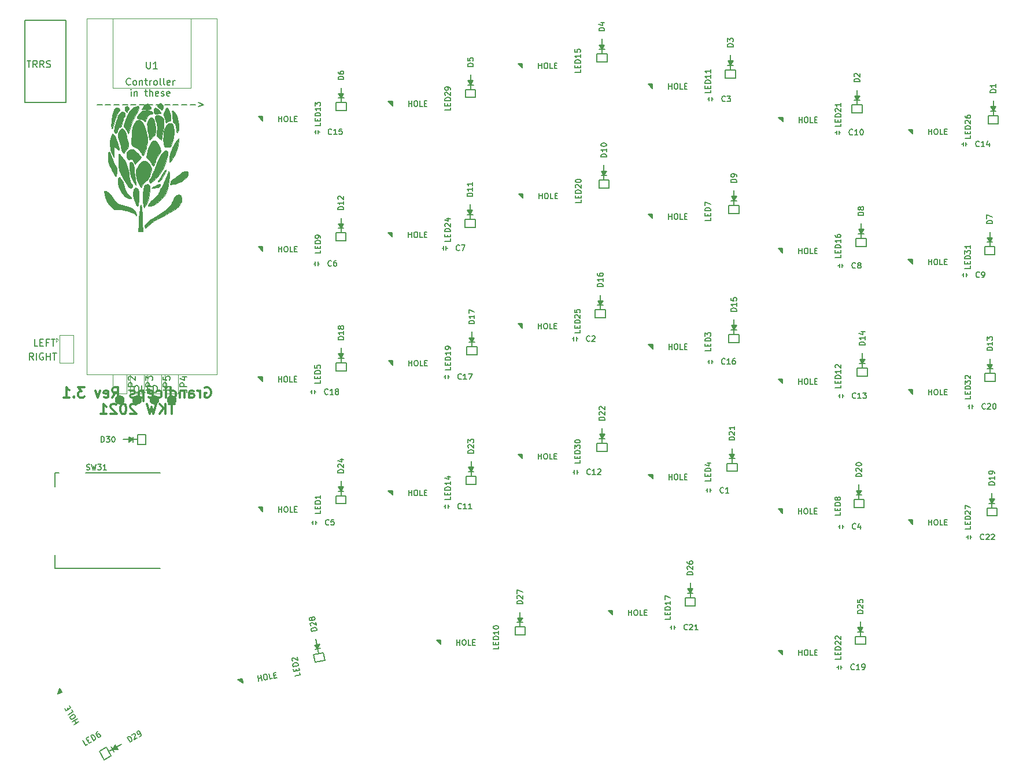
<source format=gbr>
G04 #@! TF.GenerationSoftware,KiCad,Pcbnew,6.0.0-rc1-unknown-b6ea9afb4f~144~ubuntu20.04.1*
G04 #@! TF.CreationDate,2021-11-30T19:06:32+00:00*
G04 #@! TF.ProjectId,grandiceps-rev3,6772616e-6469-4636-9570-732d72657633,rev?*
G04 #@! TF.SameCoordinates,Original*
G04 #@! TF.FileFunction,Legend,Top*
G04 #@! TF.FilePolarity,Positive*
%FSLAX46Y46*%
G04 Gerber Fmt 4.6, Leading zero omitted, Abs format (unit mm)*
G04 Created by KiCad (PCBNEW 6.0.0-rc1-unknown-b6ea9afb4f~144~ubuntu20.04.1) date 2021-11-30 19:06:32*
%MOMM*%
%LPD*%
G01*
G04 APERTURE LIST*
%ADD10C,0.150000*%
%ADD11C,0.300000*%
%ADD12C,0.152400*%
%ADD13C,0.200000*%
%ADD14C,0.120000*%
%ADD15C,0.160000*%
%ADD16C,0.010000*%
%ADD17C,1.397000*%
G04 APERTURE END LIST*
D10*
X92900666Y-95803980D02*
X92567333Y-95327790D01*
X92329238Y-95803980D02*
X92329238Y-94803980D01*
X92710190Y-94803980D01*
X92805428Y-94851600D01*
X92853047Y-94899219D01*
X92900666Y-94994457D01*
X92900666Y-95137314D01*
X92853047Y-95232552D01*
X92805428Y-95280171D01*
X92710190Y-95327790D01*
X92329238Y-95327790D01*
X93329238Y-95803980D02*
X93329238Y-94803980D01*
X94329238Y-94851600D02*
X94234000Y-94803980D01*
X94091142Y-94803980D01*
X93948285Y-94851600D01*
X93853047Y-94946838D01*
X93805428Y-95042076D01*
X93757809Y-95232552D01*
X93757809Y-95375409D01*
X93805428Y-95565885D01*
X93853047Y-95661123D01*
X93948285Y-95756361D01*
X94091142Y-95803980D01*
X94186380Y-95803980D01*
X94329238Y-95756361D01*
X94376857Y-95708742D01*
X94376857Y-95375409D01*
X94186380Y-95375409D01*
X94805428Y-95803980D02*
X94805428Y-94803980D01*
X94805428Y-95280171D02*
X95376857Y-95280171D01*
X95376857Y-95803980D02*
X95376857Y-94803980D01*
X95710190Y-94803980D02*
X96281619Y-94803980D01*
X95995904Y-95803980D02*
X95995904Y-94803980D01*
X93535619Y-93771980D02*
X93059428Y-93771980D01*
X93059428Y-92771980D01*
X93868952Y-93248171D02*
X94202285Y-93248171D01*
X94345142Y-93771980D02*
X93868952Y-93771980D01*
X93868952Y-92771980D01*
X94345142Y-92771980D01*
X95107047Y-93248171D02*
X94773714Y-93248171D01*
X94773714Y-93771980D02*
X94773714Y-92771980D01*
X95249904Y-92771980D01*
X95488000Y-92771980D02*
X96059428Y-92771980D01*
X95773714Y-93771980D02*
X95773714Y-92771980D01*
X107102638Y-55516142D02*
X107055019Y-55563761D01*
X106912161Y-55611380D01*
X106816923Y-55611380D01*
X106674066Y-55563761D01*
X106578828Y-55468523D01*
X106531209Y-55373285D01*
X106483590Y-55182809D01*
X106483590Y-55039952D01*
X106531209Y-54849476D01*
X106578828Y-54754238D01*
X106674066Y-54659000D01*
X106816923Y-54611380D01*
X106912161Y-54611380D01*
X107055019Y-54659000D01*
X107102638Y-54706619D01*
X107674066Y-55611380D02*
X107578828Y-55563761D01*
X107531209Y-55516142D01*
X107483590Y-55420904D01*
X107483590Y-55135190D01*
X107531209Y-55039952D01*
X107578828Y-54992333D01*
X107674066Y-54944714D01*
X107816923Y-54944714D01*
X107912161Y-54992333D01*
X107959780Y-55039952D01*
X108007400Y-55135190D01*
X108007400Y-55420904D01*
X107959780Y-55516142D01*
X107912161Y-55563761D01*
X107816923Y-55611380D01*
X107674066Y-55611380D01*
X108435971Y-54944714D02*
X108435971Y-55611380D01*
X108435971Y-55039952D02*
X108483590Y-54992333D01*
X108578828Y-54944714D01*
X108721685Y-54944714D01*
X108816923Y-54992333D01*
X108864542Y-55087571D01*
X108864542Y-55611380D01*
X109197876Y-54944714D02*
X109578828Y-54944714D01*
X109340733Y-54611380D02*
X109340733Y-55468523D01*
X109388352Y-55563761D01*
X109483590Y-55611380D01*
X109578828Y-55611380D01*
X109912161Y-55611380D02*
X109912161Y-54944714D01*
X109912161Y-55135190D02*
X109959780Y-55039952D01*
X110007400Y-54992333D01*
X110102638Y-54944714D01*
X110197876Y-54944714D01*
X110674066Y-55611380D02*
X110578828Y-55563761D01*
X110531209Y-55516142D01*
X110483590Y-55420904D01*
X110483590Y-55135190D01*
X110531209Y-55039952D01*
X110578828Y-54992333D01*
X110674066Y-54944714D01*
X110816923Y-54944714D01*
X110912161Y-54992333D01*
X110959780Y-55039952D01*
X111007400Y-55135190D01*
X111007400Y-55420904D01*
X110959780Y-55516142D01*
X110912161Y-55563761D01*
X110816923Y-55611380D01*
X110674066Y-55611380D01*
X111578828Y-55611380D02*
X111483590Y-55563761D01*
X111435971Y-55468523D01*
X111435971Y-54611380D01*
X112102638Y-55611380D02*
X112007400Y-55563761D01*
X111959780Y-55468523D01*
X111959780Y-54611380D01*
X112864542Y-55563761D02*
X112769304Y-55611380D01*
X112578828Y-55611380D01*
X112483590Y-55563761D01*
X112435971Y-55468523D01*
X112435971Y-55087571D01*
X112483590Y-54992333D01*
X112578828Y-54944714D01*
X112769304Y-54944714D01*
X112864542Y-54992333D01*
X112912161Y-55087571D01*
X112912161Y-55182809D01*
X112435971Y-55278047D01*
X113340733Y-55611380D02*
X113340733Y-54944714D01*
X113340733Y-55135190D02*
X113388352Y-55039952D01*
X113435971Y-54992333D01*
X113531209Y-54944714D01*
X113626447Y-54944714D01*
X107174066Y-57221380D02*
X107174066Y-56554714D01*
X107174066Y-56221380D02*
X107126447Y-56269000D01*
X107174066Y-56316619D01*
X107221685Y-56269000D01*
X107174066Y-56221380D01*
X107174066Y-56316619D01*
X107650257Y-56554714D02*
X107650257Y-57221380D01*
X107650257Y-56649952D02*
X107697876Y-56602333D01*
X107793114Y-56554714D01*
X107935971Y-56554714D01*
X108031209Y-56602333D01*
X108078828Y-56697571D01*
X108078828Y-57221380D01*
X109174066Y-56554714D02*
X109555019Y-56554714D01*
X109316923Y-56221380D02*
X109316923Y-57078523D01*
X109364542Y-57173761D01*
X109459780Y-57221380D01*
X109555019Y-57221380D01*
X109888352Y-57221380D02*
X109888352Y-56221380D01*
X110316923Y-57221380D02*
X110316923Y-56697571D01*
X110269304Y-56602333D01*
X110174066Y-56554714D01*
X110031209Y-56554714D01*
X109935971Y-56602333D01*
X109888352Y-56649952D01*
X111174066Y-57173761D02*
X111078828Y-57221380D01*
X110888352Y-57221380D01*
X110793114Y-57173761D01*
X110745495Y-57078523D01*
X110745495Y-56697571D01*
X110793114Y-56602333D01*
X110888352Y-56554714D01*
X111078828Y-56554714D01*
X111174066Y-56602333D01*
X111221685Y-56697571D01*
X111221685Y-56792809D01*
X110745495Y-56888047D01*
X111602638Y-57173761D02*
X111697876Y-57221380D01*
X111888352Y-57221380D01*
X111983590Y-57173761D01*
X112031209Y-57078523D01*
X112031209Y-57030904D01*
X111983590Y-56935666D01*
X111888352Y-56888047D01*
X111745495Y-56888047D01*
X111650257Y-56840428D01*
X111602638Y-56745190D01*
X111602638Y-56697571D01*
X111650257Y-56602333D01*
X111745495Y-56554714D01*
X111888352Y-56554714D01*
X111983590Y-56602333D01*
X112840733Y-57173761D02*
X112745495Y-57221380D01*
X112555019Y-57221380D01*
X112459780Y-57173761D01*
X112412161Y-57078523D01*
X112412161Y-56697571D01*
X112459780Y-56602333D01*
X112555019Y-56554714D01*
X112745495Y-56554714D01*
X112840733Y-56602333D01*
X112888352Y-56697571D01*
X112888352Y-56792809D01*
X112412161Y-56888047D01*
X102197876Y-58450428D02*
X102959780Y-58450428D01*
X103435971Y-58450428D02*
X104197876Y-58450428D01*
X104674066Y-58450428D02*
X105435971Y-58450428D01*
X105912161Y-58450428D02*
X106674066Y-58450428D01*
X107150257Y-58450428D02*
X107912161Y-58450428D01*
X108388352Y-58450428D02*
X109150257Y-58450428D01*
X109626447Y-58450428D02*
X110388352Y-58450428D01*
X110864542Y-58450428D02*
X111626447Y-58450428D01*
X112102638Y-58450428D02*
X112864542Y-58450428D01*
X113340733Y-58450428D02*
X114102638Y-58450428D01*
X114578828Y-58450428D02*
X115340733Y-58450428D01*
X115816923Y-58450428D02*
X116578828Y-58450428D01*
X117055019Y-58164714D02*
X117816923Y-58450428D01*
X117055019Y-58736142D01*
D11*
X118005571Y-99896500D02*
X118148428Y-99825071D01*
X118362714Y-99825071D01*
X118577000Y-99896500D01*
X118719857Y-100039357D01*
X118791285Y-100182214D01*
X118862714Y-100467928D01*
X118862714Y-100682214D01*
X118791285Y-100967928D01*
X118719857Y-101110785D01*
X118577000Y-101253642D01*
X118362714Y-101325071D01*
X118219857Y-101325071D01*
X118005571Y-101253642D01*
X117934142Y-101182214D01*
X117934142Y-100682214D01*
X118219857Y-100682214D01*
X117291285Y-101325071D02*
X117291285Y-100325071D01*
X117291285Y-100610785D02*
X117219857Y-100467928D01*
X117148428Y-100396500D01*
X117005571Y-100325071D01*
X116862714Y-100325071D01*
X115719857Y-101325071D02*
X115719857Y-100539357D01*
X115791285Y-100396500D01*
X115934142Y-100325071D01*
X116219857Y-100325071D01*
X116362714Y-100396500D01*
X115719857Y-101253642D02*
X115862714Y-101325071D01*
X116219857Y-101325071D01*
X116362714Y-101253642D01*
X116434142Y-101110785D01*
X116434142Y-100967928D01*
X116362714Y-100825071D01*
X116219857Y-100753642D01*
X115862714Y-100753642D01*
X115719857Y-100682214D01*
X115005571Y-100325071D02*
X115005571Y-101325071D01*
X115005571Y-100467928D02*
X114934142Y-100396500D01*
X114791285Y-100325071D01*
X114577000Y-100325071D01*
X114434142Y-100396500D01*
X114362714Y-100539357D01*
X114362714Y-101325071D01*
X113005571Y-101325071D02*
X113005571Y-99825071D01*
X113005571Y-101253642D02*
X113148428Y-101325071D01*
X113434142Y-101325071D01*
X113577000Y-101253642D01*
X113648428Y-101182214D01*
X113719857Y-101039357D01*
X113719857Y-100610785D01*
X113648428Y-100467928D01*
X113577000Y-100396500D01*
X113434142Y-100325071D01*
X113148428Y-100325071D01*
X113005571Y-100396500D01*
X112291285Y-101325071D02*
X112291285Y-100325071D01*
X112291285Y-99825071D02*
X112362714Y-99896500D01*
X112291285Y-99967928D01*
X112219857Y-99896500D01*
X112291285Y-99825071D01*
X112291285Y-99967928D01*
X110934142Y-101253642D02*
X111077000Y-101325071D01*
X111362714Y-101325071D01*
X111505571Y-101253642D01*
X111577000Y-101182214D01*
X111648428Y-101039357D01*
X111648428Y-100610785D01*
X111577000Y-100467928D01*
X111505571Y-100396500D01*
X111362714Y-100325071D01*
X111077000Y-100325071D01*
X110934142Y-100396500D01*
X109719857Y-101253642D02*
X109862714Y-101325071D01*
X110148428Y-101325071D01*
X110291285Y-101253642D01*
X110362714Y-101110785D01*
X110362714Y-100539357D01*
X110291285Y-100396500D01*
X110148428Y-100325071D01*
X109862714Y-100325071D01*
X109719857Y-100396500D01*
X109648428Y-100539357D01*
X109648428Y-100682214D01*
X110362714Y-100825071D01*
X109005571Y-100325071D02*
X109005571Y-101825071D01*
X109005571Y-100396500D02*
X108862714Y-100325071D01*
X108577000Y-100325071D01*
X108434142Y-100396500D01*
X108362714Y-100467928D01*
X108291285Y-100610785D01*
X108291285Y-101039357D01*
X108362714Y-101182214D01*
X108434142Y-101253642D01*
X108577000Y-101325071D01*
X108862714Y-101325071D01*
X109005571Y-101253642D01*
X107719857Y-101253642D02*
X107577000Y-101325071D01*
X107291285Y-101325071D01*
X107148428Y-101253642D01*
X107077000Y-101110785D01*
X107077000Y-101039357D01*
X107148428Y-100896500D01*
X107291285Y-100825071D01*
X107505571Y-100825071D01*
X107648428Y-100753642D01*
X107719857Y-100610785D01*
X107719857Y-100539357D01*
X107648428Y-100396500D01*
X107505571Y-100325071D01*
X107291285Y-100325071D01*
X107148428Y-100396500D01*
X104434142Y-101325071D02*
X104934142Y-100610785D01*
X105291285Y-101325071D02*
X105291285Y-99825071D01*
X104719857Y-99825071D01*
X104577000Y-99896500D01*
X104505571Y-99967928D01*
X104434142Y-100110785D01*
X104434142Y-100325071D01*
X104505571Y-100467928D01*
X104577000Y-100539357D01*
X104719857Y-100610785D01*
X105291285Y-100610785D01*
X103219857Y-101253642D02*
X103362714Y-101325071D01*
X103648428Y-101325071D01*
X103791285Y-101253642D01*
X103862714Y-101110785D01*
X103862714Y-100539357D01*
X103791285Y-100396500D01*
X103648428Y-100325071D01*
X103362714Y-100325071D01*
X103219857Y-100396500D01*
X103148428Y-100539357D01*
X103148428Y-100682214D01*
X103862714Y-100825071D01*
X102648428Y-100325071D02*
X102291285Y-101325071D01*
X101934142Y-100325071D01*
X100362714Y-99825071D02*
X99434142Y-99825071D01*
X99934142Y-100396500D01*
X99719857Y-100396500D01*
X99577000Y-100467928D01*
X99505571Y-100539357D01*
X99434142Y-100682214D01*
X99434142Y-101039357D01*
X99505571Y-101182214D01*
X99577000Y-101253642D01*
X99719857Y-101325071D01*
X100148428Y-101325071D01*
X100291285Y-101253642D01*
X100362714Y-101182214D01*
X98791285Y-101182214D02*
X98719857Y-101253642D01*
X98791285Y-101325071D01*
X98862714Y-101253642D01*
X98791285Y-101182214D01*
X98791285Y-101325071D01*
X97291285Y-101325071D02*
X98148428Y-101325071D01*
X97719857Y-101325071D02*
X97719857Y-99825071D01*
X97862714Y-100039357D01*
X98005571Y-100182214D01*
X98148428Y-100253642D01*
X113541285Y-102240071D02*
X112684142Y-102240071D01*
X113112714Y-103740071D02*
X113112714Y-102240071D01*
X112184142Y-103740071D02*
X112184142Y-102240071D01*
X111327000Y-103740071D02*
X111969857Y-102882928D01*
X111327000Y-102240071D02*
X112184142Y-103097214D01*
X110827000Y-102240071D02*
X110469857Y-103740071D01*
X110184142Y-102668642D01*
X109898428Y-103740071D01*
X109541285Y-102240071D01*
X107898428Y-102382928D02*
X107827000Y-102311500D01*
X107684142Y-102240071D01*
X107327000Y-102240071D01*
X107184142Y-102311500D01*
X107112714Y-102382928D01*
X107041285Y-102525785D01*
X107041285Y-102668642D01*
X107112714Y-102882928D01*
X107969857Y-103740071D01*
X107041285Y-103740071D01*
X106112714Y-102240071D02*
X105969857Y-102240071D01*
X105827000Y-102311500D01*
X105755571Y-102382928D01*
X105684142Y-102525785D01*
X105612714Y-102811500D01*
X105612714Y-103168642D01*
X105684142Y-103454357D01*
X105755571Y-103597214D01*
X105827000Y-103668642D01*
X105969857Y-103740071D01*
X106112714Y-103740071D01*
X106255571Y-103668642D01*
X106327000Y-103597214D01*
X106398428Y-103454357D01*
X106469857Y-103168642D01*
X106469857Y-102811500D01*
X106398428Y-102525785D01*
X106327000Y-102382928D01*
X106255571Y-102311500D01*
X106112714Y-102240071D01*
X105041285Y-102382928D02*
X104969857Y-102311500D01*
X104827000Y-102240071D01*
X104469857Y-102240071D01*
X104327000Y-102311500D01*
X104255571Y-102382928D01*
X104184142Y-102525785D01*
X104184142Y-102668642D01*
X104255571Y-102882928D01*
X105112714Y-103740071D01*
X104184142Y-103740071D01*
X102755571Y-103740071D02*
X103612714Y-103740071D01*
X103184142Y-103740071D02*
X103184142Y-102240071D01*
X103327000Y-102454357D01*
X103469857Y-102597214D01*
X103612714Y-102668642D01*
D10*
X109449095Y-52200180D02*
X109449095Y-53009704D01*
X109496714Y-53104942D01*
X109544333Y-53152561D01*
X109639571Y-53200180D01*
X109830047Y-53200180D01*
X109925285Y-53152561D01*
X109972904Y-53104942D01*
X110020523Y-53009704D01*
X110020523Y-52200180D01*
X111020523Y-53200180D02*
X110449095Y-53200180D01*
X110734809Y-53200180D02*
X110734809Y-52200180D01*
X110639571Y-52343038D01*
X110544333Y-52438276D01*
X110449095Y-52485895D01*
D12*
X232047140Y-122032485D02*
X232008436Y-122071190D01*
X231892321Y-122109895D01*
X231814912Y-122109895D01*
X231698798Y-122071190D01*
X231621388Y-121993780D01*
X231582683Y-121916371D01*
X231543979Y-121761552D01*
X231543979Y-121645438D01*
X231582683Y-121490619D01*
X231621388Y-121413209D01*
X231698798Y-121335800D01*
X231814912Y-121297095D01*
X231892321Y-121297095D01*
X232008436Y-121335800D01*
X232047140Y-121374504D01*
X232356779Y-121374504D02*
X232395483Y-121335800D01*
X232472893Y-121297095D01*
X232666417Y-121297095D01*
X232743826Y-121335800D01*
X232782531Y-121374504D01*
X232821236Y-121451914D01*
X232821236Y-121529323D01*
X232782531Y-121645438D01*
X232318074Y-122109895D01*
X232821236Y-122109895D01*
X233130874Y-121374504D02*
X233169579Y-121335800D01*
X233246988Y-121297095D01*
X233440512Y-121297095D01*
X233517921Y-121335800D01*
X233556626Y-121374504D01*
X233595331Y-121451914D01*
X233595331Y-121529323D01*
X233556626Y-121645438D01*
X233092169Y-122109895D01*
X233595331Y-122109895D01*
X155544640Y-98588285D02*
X155505936Y-98626990D01*
X155389821Y-98665695D01*
X155312412Y-98665695D01*
X155196298Y-98626990D01*
X155118888Y-98549580D01*
X155080183Y-98472171D01*
X155041479Y-98317352D01*
X155041479Y-98201238D01*
X155080183Y-98046419D01*
X155118888Y-97969009D01*
X155196298Y-97891600D01*
X155312412Y-97852895D01*
X155389821Y-97852895D01*
X155505936Y-97891600D01*
X155544640Y-97930304D01*
X156318736Y-98665695D02*
X155854279Y-98665695D01*
X156086507Y-98665695D02*
X156086507Y-97852895D01*
X156009098Y-97969009D01*
X155931688Y-98046419D01*
X155854279Y-98085123D01*
X156589669Y-97852895D02*
X157131536Y-97852895D01*
X156783193Y-98665695D01*
X155521540Y-117536685D02*
X155482836Y-117575390D01*
X155366721Y-117614095D01*
X155289312Y-117614095D01*
X155173198Y-117575390D01*
X155095788Y-117497980D01*
X155057083Y-117420571D01*
X155018379Y-117265752D01*
X155018379Y-117149638D01*
X155057083Y-116994819D01*
X155095788Y-116917409D01*
X155173198Y-116840000D01*
X155289312Y-116801295D01*
X155366721Y-116801295D01*
X155482836Y-116840000D01*
X155521540Y-116878704D01*
X156295636Y-117614095D02*
X155831179Y-117614095D01*
X156063407Y-117614095D02*
X156063407Y-116801295D01*
X155985998Y-116917409D01*
X155908588Y-116994819D01*
X155831179Y-117033523D01*
X157069731Y-117614095D02*
X156605274Y-117614095D01*
X156837502Y-117614095D02*
X156837502Y-116801295D01*
X156760093Y-116917409D01*
X156682683Y-116994819D01*
X156605274Y-117033523D01*
D13*
X100673380Y-111870409D02*
X100787666Y-111908504D01*
X100978142Y-111908504D01*
X101054333Y-111870409D01*
X101092428Y-111832314D01*
X101130523Y-111756123D01*
X101130523Y-111679933D01*
X101092428Y-111603742D01*
X101054333Y-111565647D01*
X100978142Y-111527552D01*
X100825761Y-111489457D01*
X100749571Y-111451361D01*
X100711476Y-111413266D01*
X100673380Y-111337076D01*
X100673380Y-111260885D01*
X100711476Y-111184695D01*
X100749571Y-111146600D01*
X100825761Y-111108504D01*
X101016238Y-111108504D01*
X101130523Y-111146600D01*
X101397190Y-111108504D02*
X101587666Y-111908504D01*
X101740047Y-111337076D01*
X101892428Y-111908504D01*
X102082904Y-111108504D01*
X102311476Y-111108504D02*
X102806714Y-111108504D01*
X102540047Y-111413266D01*
X102654333Y-111413266D01*
X102730523Y-111451361D01*
X102768619Y-111489457D01*
X102806714Y-111565647D01*
X102806714Y-111756123D01*
X102768619Y-111832314D01*
X102730523Y-111870409D01*
X102654333Y-111908504D01*
X102425761Y-111908504D01*
X102349571Y-111870409D01*
X102311476Y-111832314D01*
X103568619Y-111908504D02*
X103111476Y-111908504D01*
X103340047Y-111908504D02*
X103340047Y-111108504D01*
X103263857Y-111222790D01*
X103187666Y-111298980D01*
X103111476Y-111337076D01*
D10*
X128790866Y-118090904D02*
X128790866Y-117290904D01*
X128790866Y-117671857D02*
X129248009Y-117671857D01*
X129248009Y-118090904D02*
X129248009Y-117290904D01*
X129781342Y-117290904D02*
X129933723Y-117290904D01*
X130009914Y-117329000D01*
X130086104Y-117405190D01*
X130124200Y-117557571D01*
X130124200Y-117824238D01*
X130086104Y-117976619D01*
X130009914Y-118052809D01*
X129933723Y-118090904D01*
X129781342Y-118090904D01*
X129705152Y-118052809D01*
X129628961Y-117976619D01*
X129590866Y-117824238D01*
X129590866Y-117557571D01*
X129628961Y-117405190D01*
X129705152Y-117329000D01*
X129781342Y-117290904D01*
X130848009Y-118090904D02*
X130467057Y-118090904D01*
X130467057Y-117290904D01*
X131114676Y-117671857D02*
X131381342Y-117671857D01*
X131495628Y-118090904D02*
X131114676Y-118090904D01*
X131114676Y-117290904D01*
X131495628Y-117290904D01*
D12*
X134923895Y-117876561D02*
X134923895Y-118263609D01*
X134111095Y-118263609D01*
X134498142Y-117605628D02*
X134498142Y-117334695D01*
X134923895Y-117218580D02*
X134923895Y-117605628D01*
X134111095Y-117605628D01*
X134111095Y-117218580D01*
X134923895Y-116870238D02*
X134111095Y-116870238D01*
X134111095Y-116676714D01*
X134149800Y-116560600D01*
X134227209Y-116483190D01*
X134304619Y-116444485D01*
X134459438Y-116405780D01*
X134575552Y-116405780D01*
X134730371Y-116444485D01*
X134807780Y-116483190D01*
X134885190Y-116560600D01*
X134923895Y-116676714D01*
X134923895Y-116870238D01*
X134923895Y-115631685D02*
X134923895Y-116096142D01*
X134923895Y-115863914D02*
X134111095Y-115863914D01*
X134227209Y-115941323D01*
X134304619Y-116018733D01*
X134343323Y-116096142D01*
D10*
X223964666Y-62845904D02*
X223964666Y-62045904D01*
X223964666Y-62426857D02*
X224421809Y-62426857D01*
X224421809Y-62845904D02*
X224421809Y-62045904D01*
X224955142Y-62045904D02*
X225107523Y-62045904D01*
X225183714Y-62084000D01*
X225259904Y-62160190D01*
X225298000Y-62312571D01*
X225298000Y-62579238D01*
X225259904Y-62731619D01*
X225183714Y-62807809D01*
X225107523Y-62845904D01*
X224955142Y-62845904D01*
X224878952Y-62807809D01*
X224802761Y-62731619D01*
X224764666Y-62579238D01*
X224764666Y-62312571D01*
X224802761Y-62160190D01*
X224878952Y-62084000D01*
X224955142Y-62045904D01*
X226021809Y-62845904D02*
X225640857Y-62845904D01*
X225640857Y-62045904D01*
X226288476Y-62426857D02*
X226555142Y-62426857D01*
X226669428Y-62845904D02*
X226288476Y-62845904D01*
X226288476Y-62045904D01*
X226669428Y-62045904D01*
D12*
X230097695Y-63018609D02*
X230097695Y-63405657D01*
X229284895Y-63405657D01*
X229671942Y-62747676D02*
X229671942Y-62476742D01*
X230097695Y-62360628D02*
X230097695Y-62747676D01*
X229284895Y-62747676D01*
X229284895Y-62360628D01*
X230097695Y-62012285D02*
X229284895Y-62012285D01*
X229284895Y-61818761D01*
X229323600Y-61702647D01*
X229401009Y-61625238D01*
X229478419Y-61586533D01*
X229633238Y-61547828D01*
X229749352Y-61547828D01*
X229904171Y-61586533D01*
X229981580Y-61625238D01*
X230058990Y-61702647D01*
X230097695Y-61818761D01*
X230097695Y-62012285D01*
X229362304Y-61238190D02*
X229323600Y-61199485D01*
X229284895Y-61122076D01*
X229284895Y-60928552D01*
X229323600Y-60851142D01*
X229362304Y-60812438D01*
X229439714Y-60773733D01*
X229517123Y-60773733D01*
X229633238Y-60812438D01*
X230097695Y-61276895D01*
X230097695Y-60773733D01*
X229284895Y-60077047D02*
X229284895Y-60231866D01*
X229323600Y-60309276D01*
X229362304Y-60347980D01*
X229478419Y-60425390D01*
X229633238Y-60464095D01*
X229942876Y-60464095D01*
X230020285Y-60425390D01*
X230058990Y-60386685D01*
X230097695Y-60309276D01*
X230097695Y-60154457D01*
X230058990Y-60077047D01*
X230020285Y-60038342D01*
X229942876Y-59999638D01*
X229749352Y-59999638D01*
X229671942Y-60038342D01*
X229633238Y-60077047D01*
X229594533Y-60154457D01*
X229594533Y-60309276D01*
X229633238Y-60386685D01*
X229671942Y-60425390D01*
X229749352Y-60464095D01*
X131877853Y-141513909D02*
X131945064Y-141895076D01*
X131144612Y-142036217D01*
X131411522Y-141321022D02*
X131364475Y-141054205D01*
X131763596Y-140865924D02*
X131830806Y-141247091D01*
X131030355Y-141388232D01*
X130963144Y-141007065D01*
X131703107Y-140522873D02*
X130902655Y-140664014D01*
X130869050Y-140473431D01*
X130887004Y-140352359D01*
X130949795Y-140262684D01*
X131019308Y-140211125D01*
X131165054Y-140146124D01*
X131279404Y-140125961D01*
X131438592Y-140137194D01*
X131521547Y-140161869D01*
X131611222Y-140224660D01*
X131669502Y-140332289D01*
X131703107Y-140522873D01*
X130844469Y-139888237D02*
X130799631Y-139856842D01*
X130748072Y-139787329D01*
X130714467Y-139596745D01*
X130739142Y-139513791D01*
X130770537Y-139468953D01*
X130840050Y-139417394D01*
X130916283Y-139403952D01*
X131037355Y-139421906D01*
X131575408Y-139798655D01*
X131488035Y-139303137D01*
D10*
X125875220Y-142789984D02*
X125736301Y-142002138D01*
X125802453Y-142377303D02*
X126252651Y-142297921D01*
X126325417Y-142710602D02*
X126186499Y-141922756D01*
X126711730Y-141830143D02*
X126861796Y-141803683D01*
X126943444Y-141827969D01*
X127031707Y-141889772D01*
X127095684Y-142033222D01*
X127141990Y-142295838D01*
X127130935Y-142452519D01*
X127069132Y-142540782D01*
X127000714Y-142591529D01*
X126850648Y-142617990D01*
X126769000Y-142593703D01*
X126680737Y-142531901D01*
X126616760Y-142388450D01*
X126570453Y-142125835D01*
X126581509Y-141969154D01*
X126643312Y-141880890D01*
X126711730Y-141830143D01*
X127901110Y-142432765D02*
X127525945Y-142498917D01*
X127387026Y-141711070D01*
X128090958Y-141973777D02*
X128353574Y-141927471D01*
X128538890Y-142320307D02*
X128163725Y-142386459D01*
X128024807Y-141598613D01*
X128399972Y-141532461D01*
D12*
X172973095Y-53366609D02*
X172973095Y-53753657D01*
X172160295Y-53753657D01*
X172547342Y-53095676D02*
X172547342Y-52824742D01*
X172973095Y-52708628D02*
X172973095Y-53095676D01*
X172160295Y-53095676D01*
X172160295Y-52708628D01*
X172973095Y-52360285D02*
X172160295Y-52360285D01*
X172160295Y-52166761D01*
X172199000Y-52050647D01*
X172276409Y-51973238D01*
X172353819Y-51934533D01*
X172508638Y-51895828D01*
X172624752Y-51895828D01*
X172779571Y-51934533D01*
X172856980Y-51973238D01*
X172934390Y-52050647D01*
X172973095Y-52166761D01*
X172973095Y-52360285D01*
X172973095Y-51121733D02*
X172973095Y-51586190D01*
X172973095Y-51353961D02*
X172160295Y-51353961D01*
X172276409Y-51431371D01*
X172353819Y-51508780D01*
X172392523Y-51586190D01*
X172160295Y-50386342D02*
X172160295Y-50773390D01*
X172547342Y-50812095D01*
X172508638Y-50773390D01*
X172469933Y-50695980D01*
X172469933Y-50502457D01*
X172508638Y-50425047D01*
X172547342Y-50386342D01*
X172624752Y-50347638D01*
X172818276Y-50347638D01*
X172895685Y-50386342D01*
X172934390Y-50425047D01*
X172973095Y-50502457D01*
X172973095Y-50695980D01*
X172934390Y-50773390D01*
X172895685Y-50812095D01*
D10*
X166840066Y-53193904D02*
X166840066Y-52393904D01*
X166840066Y-52774857D02*
X167297209Y-52774857D01*
X167297209Y-53193904D02*
X167297209Y-52393904D01*
X167830542Y-52393904D02*
X167982923Y-52393904D01*
X168059114Y-52432000D01*
X168135304Y-52508190D01*
X168173400Y-52660571D01*
X168173400Y-52927238D01*
X168135304Y-53079619D01*
X168059114Y-53155809D01*
X167982923Y-53193904D01*
X167830542Y-53193904D01*
X167754352Y-53155809D01*
X167678161Y-53079619D01*
X167640066Y-52927238D01*
X167640066Y-52660571D01*
X167678161Y-52508190D01*
X167754352Y-52432000D01*
X167830542Y-52393904D01*
X168897209Y-53193904D02*
X168516257Y-53193904D01*
X168516257Y-52393904D01*
X169163876Y-52774857D02*
X169430542Y-52774857D01*
X169544828Y-53193904D02*
X169163876Y-53193904D01*
X169163876Y-52393904D01*
X169544828Y-52393904D01*
D12*
X188640840Y-135240485D02*
X188602136Y-135279190D01*
X188486021Y-135317895D01*
X188408612Y-135317895D01*
X188292498Y-135279190D01*
X188215088Y-135201780D01*
X188176383Y-135124371D01*
X188137679Y-134969552D01*
X188137679Y-134853438D01*
X188176383Y-134698619D01*
X188215088Y-134621209D01*
X188292498Y-134543800D01*
X188408612Y-134505095D01*
X188486021Y-134505095D01*
X188602136Y-134543800D01*
X188640840Y-134582504D01*
X188950479Y-134582504D02*
X188989183Y-134543800D01*
X189066593Y-134505095D01*
X189260117Y-134505095D01*
X189337526Y-134543800D01*
X189376231Y-134582504D01*
X189414936Y-134659914D01*
X189414936Y-134737323D01*
X189376231Y-134853438D01*
X188911774Y-135317895D01*
X189414936Y-135317895D01*
X190189031Y-135317895D02*
X189724574Y-135317895D01*
X189956802Y-135317895D02*
X189956802Y-134505095D01*
X189879393Y-134621209D01*
X189801983Y-134698619D01*
X189724574Y-134737323D01*
X194129540Y-96353085D02*
X194090836Y-96391790D01*
X193974721Y-96430495D01*
X193897312Y-96430495D01*
X193781198Y-96391790D01*
X193703788Y-96314380D01*
X193665083Y-96236971D01*
X193626379Y-96082152D01*
X193626379Y-95966038D01*
X193665083Y-95811219D01*
X193703788Y-95733809D01*
X193781198Y-95656400D01*
X193897312Y-95617695D01*
X193974721Y-95617695D01*
X194090836Y-95656400D01*
X194129540Y-95695104D01*
X194903636Y-96430495D02*
X194439179Y-96430495D01*
X194671407Y-96430495D02*
X194671407Y-95617695D01*
X194593998Y-95733809D01*
X194516588Y-95811219D01*
X194439179Y-95849923D01*
X195600321Y-95617695D02*
X195445502Y-95617695D01*
X195368093Y-95656400D01*
X195329388Y-95695104D01*
X195251979Y-95811219D01*
X195213274Y-95966038D01*
X195213274Y-96275676D01*
X195251979Y-96353085D01*
X195290683Y-96391790D01*
X195368093Y-96430495D01*
X195522912Y-96430495D01*
X195600321Y-96391790D01*
X195639026Y-96353085D01*
X195677731Y-96275676D01*
X195677731Y-96082152D01*
X195639026Y-96004742D01*
X195600321Y-95966038D01*
X195522912Y-95927333D01*
X195368093Y-95927333D01*
X195290683Y-95966038D01*
X195251979Y-96004742D01*
X195213274Y-96082152D01*
D10*
X154876666Y-137547304D02*
X154876666Y-136747304D01*
X154876666Y-137128257D02*
X155333809Y-137128257D01*
X155333809Y-137547304D02*
X155333809Y-136747304D01*
X155867142Y-136747304D02*
X156019523Y-136747304D01*
X156095714Y-136785400D01*
X156171904Y-136861590D01*
X156210000Y-137013971D01*
X156210000Y-137280638D01*
X156171904Y-137433019D01*
X156095714Y-137509209D01*
X156019523Y-137547304D01*
X155867142Y-137547304D01*
X155790952Y-137509209D01*
X155714761Y-137433019D01*
X155676666Y-137280638D01*
X155676666Y-137013971D01*
X155714761Y-136861590D01*
X155790952Y-136785400D01*
X155867142Y-136747304D01*
X156933809Y-137547304D02*
X156552857Y-137547304D01*
X156552857Y-136747304D01*
X157200476Y-137128257D02*
X157467142Y-137128257D01*
X157581428Y-137547304D02*
X157200476Y-137547304D01*
X157200476Y-136747304D01*
X157581428Y-136747304D01*
D12*
X161009695Y-137720009D02*
X161009695Y-138107057D01*
X160196895Y-138107057D01*
X160583942Y-137449076D02*
X160583942Y-137178142D01*
X161009695Y-137062028D02*
X161009695Y-137449076D01*
X160196895Y-137449076D01*
X160196895Y-137062028D01*
X161009695Y-136713685D02*
X160196895Y-136713685D01*
X160196895Y-136520161D01*
X160235600Y-136404047D01*
X160313009Y-136326638D01*
X160390419Y-136287933D01*
X160545238Y-136249228D01*
X160661352Y-136249228D01*
X160816171Y-136287933D01*
X160893580Y-136326638D01*
X160970990Y-136404047D01*
X161009695Y-136520161D01*
X161009695Y-136713685D01*
X161009695Y-135475133D02*
X161009695Y-135939590D01*
X161009695Y-135707361D02*
X160196895Y-135707361D01*
X160313009Y-135784771D01*
X160390419Y-135862180D01*
X160429123Y-135939590D01*
X160196895Y-134971971D02*
X160196895Y-134894561D01*
X160235600Y-134817152D01*
X160274304Y-134778447D01*
X160351714Y-134739742D01*
X160506533Y-134701038D01*
X160700057Y-134701038D01*
X160854876Y-134739742D01*
X160932285Y-134778447D01*
X160970990Y-134817152D01*
X161009695Y-134894561D01*
X161009695Y-134971971D01*
X160970990Y-135049380D01*
X160932285Y-135088085D01*
X160854876Y-135126790D01*
X160700057Y-135165495D01*
X160506533Y-135165495D01*
X160351714Y-135126790D01*
X160274304Y-135088085D01*
X160235600Y-135049380D01*
X160196895Y-134971971D01*
D10*
X107894619Y-99578580D02*
X108085095Y-99578580D01*
X108180333Y-99626200D01*
X108275571Y-99721438D01*
X108323190Y-99911914D01*
X108323190Y-100245247D01*
X108275571Y-100435723D01*
X108180333Y-100530961D01*
X108085095Y-100578580D01*
X107894619Y-100578580D01*
X107799380Y-100530961D01*
X107704142Y-100435723D01*
X107656523Y-100245247D01*
X107656523Y-99911914D01*
X107704142Y-99721438D01*
X107799380Y-99626200D01*
X107894619Y-99578580D01*
X109227952Y-100578580D02*
X108751761Y-100578580D01*
X108751761Y-99578580D01*
X109561285Y-100054771D02*
X109894619Y-100054771D01*
X110037476Y-100578580D02*
X109561285Y-100578580D01*
X109561285Y-99578580D01*
X110037476Y-99578580D01*
X110466047Y-100578580D02*
X110466047Y-99578580D01*
X110704142Y-99578580D01*
X110847000Y-99626200D01*
X110942238Y-99721438D01*
X110989857Y-99816676D01*
X111037476Y-100007152D01*
X111037476Y-100150009D01*
X110989857Y-100340485D01*
X110942238Y-100435723D01*
X110847000Y-100530961D01*
X110704142Y-100578580D01*
X110466047Y-100578580D01*
X147840866Y-96678704D02*
X147840866Y-95878704D01*
X147840866Y-96259657D02*
X148298009Y-96259657D01*
X148298009Y-96678704D02*
X148298009Y-95878704D01*
X148831342Y-95878704D02*
X148983723Y-95878704D01*
X149059914Y-95916800D01*
X149136104Y-95992990D01*
X149174200Y-96145371D01*
X149174200Y-96412038D01*
X149136104Y-96564419D01*
X149059914Y-96640609D01*
X148983723Y-96678704D01*
X148831342Y-96678704D01*
X148755152Y-96640609D01*
X148678961Y-96564419D01*
X148640866Y-96412038D01*
X148640866Y-96145371D01*
X148678961Y-95992990D01*
X148755152Y-95916800D01*
X148831342Y-95878704D01*
X149898009Y-96678704D02*
X149517057Y-96678704D01*
X149517057Y-95878704D01*
X150164676Y-96259657D02*
X150431342Y-96259657D01*
X150545628Y-96678704D02*
X150164676Y-96678704D01*
X150164676Y-95878704D01*
X150545628Y-95878704D01*
D12*
X153973895Y-96851409D02*
X153973895Y-97238457D01*
X153161095Y-97238457D01*
X153548142Y-96580476D02*
X153548142Y-96309542D01*
X153973895Y-96193428D02*
X153973895Y-96580476D01*
X153161095Y-96580476D01*
X153161095Y-96193428D01*
X153973895Y-95845085D02*
X153161095Y-95845085D01*
X153161095Y-95651561D01*
X153199800Y-95535447D01*
X153277209Y-95458038D01*
X153354619Y-95419333D01*
X153509438Y-95380628D01*
X153625552Y-95380628D01*
X153780371Y-95419333D01*
X153857780Y-95458038D01*
X153935190Y-95535447D01*
X153973895Y-95651561D01*
X153973895Y-95845085D01*
X153973895Y-94606533D02*
X153973895Y-95070990D01*
X153973895Y-94838761D02*
X153161095Y-94838761D01*
X153277209Y-94916171D01*
X153354619Y-94993580D01*
X153393323Y-95070990D01*
X153973895Y-94219485D02*
X153973895Y-94064666D01*
X153935190Y-93987257D01*
X153896485Y-93948552D01*
X153780371Y-93871142D01*
X153625552Y-93832438D01*
X153315914Y-93832438D01*
X153238504Y-93871142D01*
X153199800Y-93909847D01*
X153161095Y-93987257D01*
X153161095Y-94142076D01*
X153199800Y-94219485D01*
X153238504Y-94258190D01*
X153315914Y-94296895D01*
X153509438Y-94296895D01*
X153586847Y-94258190D01*
X153625552Y-94219485D01*
X153664257Y-94142076D01*
X153664257Y-93987257D01*
X153625552Y-93909847D01*
X153586847Y-93871142D01*
X153509438Y-93832438D01*
D10*
X128765466Y-99040904D02*
X128765466Y-98240904D01*
X128765466Y-98621857D02*
X129222609Y-98621857D01*
X129222609Y-99040904D02*
X129222609Y-98240904D01*
X129755942Y-98240904D02*
X129908323Y-98240904D01*
X129984514Y-98279000D01*
X130060704Y-98355190D01*
X130098800Y-98507571D01*
X130098800Y-98774238D01*
X130060704Y-98926619D01*
X129984514Y-99002809D01*
X129908323Y-99040904D01*
X129755942Y-99040904D01*
X129679752Y-99002809D01*
X129603561Y-98926619D01*
X129565466Y-98774238D01*
X129565466Y-98507571D01*
X129603561Y-98355190D01*
X129679752Y-98279000D01*
X129755942Y-98240904D01*
X130822609Y-99040904D02*
X130441657Y-99040904D01*
X130441657Y-98240904D01*
X131089276Y-98621857D02*
X131355942Y-98621857D01*
X131470228Y-99040904D02*
X131089276Y-99040904D01*
X131089276Y-98240904D01*
X131470228Y-98240904D01*
D12*
X134898495Y-98826561D02*
X134898495Y-99213609D01*
X134085695Y-99213609D01*
X134472742Y-98555628D02*
X134472742Y-98284695D01*
X134898495Y-98168580D02*
X134898495Y-98555628D01*
X134085695Y-98555628D01*
X134085695Y-98168580D01*
X134898495Y-97820238D02*
X134085695Y-97820238D01*
X134085695Y-97626714D01*
X134124400Y-97510600D01*
X134201809Y-97433190D01*
X134279219Y-97394485D01*
X134434038Y-97355780D01*
X134550152Y-97355780D01*
X134704971Y-97394485D01*
X134782380Y-97433190D01*
X134859790Y-97510600D01*
X134898495Y-97626714D01*
X134898495Y-97820238D01*
X134085695Y-96620390D02*
X134085695Y-97007438D01*
X134472742Y-97046142D01*
X134434038Y-97007438D01*
X134395333Y-96930028D01*
X134395333Y-96736504D01*
X134434038Y-96659095D01*
X134472742Y-96620390D01*
X134550152Y-96581685D01*
X134743676Y-96581685D01*
X134821085Y-96620390D01*
X134859790Y-96659095D01*
X134898495Y-96736504D01*
X134898495Y-96930028D01*
X134859790Y-97007438D01*
X134821085Y-97046142D01*
D10*
X128790866Y-60966304D02*
X128790866Y-60166304D01*
X128790866Y-60547257D02*
X129248009Y-60547257D01*
X129248009Y-60966304D02*
X129248009Y-60166304D01*
X129781342Y-60166304D02*
X129933723Y-60166304D01*
X130009914Y-60204400D01*
X130086104Y-60280590D01*
X130124200Y-60432971D01*
X130124200Y-60699638D01*
X130086104Y-60852019D01*
X130009914Y-60928209D01*
X129933723Y-60966304D01*
X129781342Y-60966304D01*
X129705152Y-60928209D01*
X129628961Y-60852019D01*
X129590866Y-60699638D01*
X129590866Y-60432971D01*
X129628961Y-60280590D01*
X129705152Y-60204400D01*
X129781342Y-60166304D01*
X130848009Y-60966304D02*
X130467057Y-60966304D01*
X130467057Y-60166304D01*
X131114676Y-60547257D02*
X131381342Y-60547257D01*
X131495628Y-60966304D02*
X131114676Y-60966304D01*
X131114676Y-60166304D01*
X131495628Y-60166304D01*
D12*
X134923895Y-61139009D02*
X134923895Y-61526057D01*
X134111095Y-61526057D01*
X134498142Y-60868076D02*
X134498142Y-60597142D01*
X134923895Y-60481028D02*
X134923895Y-60868076D01*
X134111095Y-60868076D01*
X134111095Y-60481028D01*
X134923895Y-60132685D02*
X134111095Y-60132685D01*
X134111095Y-59939161D01*
X134149800Y-59823047D01*
X134227209Y-59745638D01*
X134304619Y-59706933D01*
X134459438Y-59668228D01*
X134575552Y-59668228D01*
X134730371Y-59706933D01*
X134807780Y-59745638D01*
X134885190Y-59823047D01*
X134923895Y-59939161D01*
X134923895Y-60132685D01*
X134923895Y-58894133D02*
X134923895Y-59358590D01*
X134923895Y-59126361D02*
X134111095Y-59126361D01*
X134227209Y-59203771D01*
X134304619Y-59281180D01*
X134343323Y-59358590D01*
X134111095Y-58623200D02*
X134111095Y-58120038D01*
X134420733Y-58390971D01*
X134420733Y-58274857D01*
X134459438Y-58197447D01*
X134498142Y-58158742D01*
X134575552Y-58120038D01*
X134769076Y-58120038D01*
X134846485Y-58158742D01*
X134885190Y-58197447D01*
X134923895Y-58274857D01*
X134923895Y-58507085D01*
X134885190Y-58584495D01*
X134846485Y-58623200D01*
X192023095Y-56363809D02*
X192023095Y-56750857D01*
X191210295Y-56750857D01*
X191597342Y-56092876D02*
X191597342Y-55821942D01*
X192023095Y-55705828D02*
X192023095Y-56092876D01*
X191210295Y-56092876D01*
X191210295Y-55705828D01*
X192023095Y-55357485D02*
X191210295Y-55357485D01*
X191210295Y-55163961D01*
X191249000Y-55047847D01*
X191326409Y-54970438D01*
X191403819Y-54931733D01*
X191558638Y-54893028D01*
X191674752Y-54893028D01*
X191829571Y-54931733D01*
X191906980Y-54970438D01*
X191984390Y-55047847D01*
X192023095Y-55163961D01*
X192023095Y-55357485D01*
X192023095Y-54118933D02*
X192023095Y-54583390D01*
X192023095Y-54351161D02*
X191210295Y-54351161D01*
X191326409Y-54428571D01*
X191403819Y-54505980D01*
X191442523Y-54583390D01*
X192023095Y-53344838D02*
X192023095Y-53809295D01*
X192023095Y-53577066D02*
X191210295Y-53577066D01*
X191326409Y-53654476D01*
X191403819Y-53731885D01*
X191442523Y-53809295D01*
D10*
X185890066Y-56191104D02*
X185890066Y-55391104D01*
X185890066Y-55772057D02*
X186347209Y-55772057D01*
X186347209Y-56191104D02*
X186347209Y-55391104D01*
X186880542Y-55391104D02*
X187032923Y-55391104D01*
X187109114Y-55429200D01*
X187185304Y-55505390D01*
X187223400Y-55657771D01*
X187223400Y-55924438D01*
X187185304Y-56076819D01*
X187109114Y-56153009D01*
X187032923Y-56191104D01*
X186880542Y-56191104D01*
X186804352Y-56153009D01*
X186728161Y-56076819D01*
X186690066Y-55924438D01*
X186690066Y-55657771D01*
X186728161Y-55505390D01*
X186804352Y-55429200D01*
X186880542Y-55391104D01*
X187947209Y-56191104D02*
X187566257Y-56191104D01*
X187566257Y-55391104D01*
X188213876Y-55772057D02*
X188480542Y-55772057D01*
X188594828Y-56191104D02*
X188213876Y-56191104D01*
X188213876Y-55391104D01*
X188594828Y-55391104D01*
X204940066Y-80270304D02*
X204940066Y-79470304D01*
X204940066Y-79851257D02*
X205397209Y-79851257D01*
X205397209Y-80270304D02*
X205397209Y-79470304D01*
X205930542Y-79470304D02*
X206082923Y-79470304D01*
X206159114Y-79508400D01*
X206235304Y-79584590D01*
X206273400Y-79736971D01*
X206273400Y-80003638D01*
X206235304Y-80156019D01*
X206159114Y-80232209D01*
X206082923Y-80270304D01*
X205930542Y-80270304D01*
X205854352Y-80232209D01*
X205778161Y-80156019D01*
X205740066Y-80003638D01*
X205740066Y-79736971D01*
X205778161Y-79584590D01*
X205854352Y-79508400D01*
X205930542Y-79470304D01*
X206997209Y-80270304D02*
X206616257Y-80270304D01*
X206616257Y-79470304D01*
X207263876Y-79851257D02*
X207530542Y-79851257D01*
X207644828Y-80270304D02*
X207263876Y-80270304D01*
X207263876Y-79470304D01*
X207644828Y-79470304D01*
D12*
X211073095Y-80443009D02*
X211073095Y-80830057D01*
X210260295Y-80830057D01*
X210647342Y-80172076D02*
X210647342Y-79901142D01*
X211073095Y-79785028D02*
X211073095Y-80172076D01*
X210260295Y-80172076D01*
X210260295Y-79785028D01*
X211073095Y-79436685D02*
X210260295Y-79436685D01*
X210260295Y-79243161D01*
X210299000Y-79127047D01*
X210376409Y-79049638D01*
X210453819Y-79010933D01*
X210608638Y-78972228D01*
X210724752Y-78972228D01*
X210879571Y-79010933D01*
X210956980Y-79049638D01*
X211034390Y-79127047D01*
X211073095Y-79243161D01*
X211073095Y-79436685D01*
X211073095Y-78198133D02*
X211073095Y-78662590D01*
X211073095Y-78430361D02*
X210260295Y-78430361D01*
X210376409Y-78507771D01*
X210453819Y-78585180D01*
X210492523Y-78662590D01*
X210260295Y-77501447D02*
X210260295Y-77656266D01*
X210299000Y-77733676D01*
X210337704Y-77772380D01*
X210453819Y-77849790D01*
X210608638Y-77888495D01*
X210918276Y-77888495D01*
X210995685Y-77849790D01*
X211034390Y-77811085D01*
X211073095Y-77733676D01*
X211073095Y-77578857D01*
X211034390Y-77501447D01*
X210995685Y-77462742D01*
X210918276Y-77424038D01*
X210724752Y-77424038D01*
X210647342Y-77462742D01*
X210608638Y-77501447D01*
X210569933Y-77578857D01*
X210569933Y-77733676D01*
X210608638Y-77811085D01*
X210647342Y-77849790D01*
X210724752Y-77888495D01*
X134923895Y-79801961D02*
X134923895Y-80189009D01*
X134111095Y-80189009D01*
X134498142Y-79531028D02*
X134498142Y-79260095D01*
X134923895Y-79143980D02*
X134923895Y-79531028D01*
X134111095Y-79531028D01*
X134111095Y-79143980D01*
X134923895Y-78795638D02*
X134111095Y-78795638D01*
X134111095Y-78602114D01*
X134149800Y-78486000D01*
X134227209Y-78408590D01*
X134304619Y-78369885D01*
X134459438Y-78331180D01*
X134575552Y-78331180D01*
X134730371Y-78369885D01*
X134807780Y-78408590D01*
X134885190Y-78486000D01*
X134923895Y-78602114D01*
X134923895Y-78795638D01*
X134923895Y-77944133D02*
X134923895Y-77789314D01*
X134885190Y-77711904D01*
X134846485Y-77673200D01*
X134730371Y-77595790D01*
X134575552Y-77557085D01*
X134265914Y-77557085D01*
X134188504Y-77595790D01*
X134149800Y-77634495D01*
X134111095Y-77711904D01*
X134111095Y-77866723D01*
X134149800Y-77944133D01*
X134188504Y-77982838D01*
X134265914Y-78021542D01*
X134459438Y-78021542D01*
X134536847Y-77982838D01*
X134575552Y-77944133D01*
X134614257Y-77866723D01*
X134614257Y-77711904D01*
X134575552Y-77634495D01*
X134536847Y-77595790D01*
X134459438Y-77557085D01*
D10*
X128790866Y-80016304D02*
X128790866Y-79216304D01*
X128790866Y-79597257D02*
X129248009Y-79597257D01*
X129248009Y-80016304D02*
X129248009Y-79216304D01*
X129781342Y-79216304D02*
X129933723Y-79216304D01*
X130009914Y-79254400D01*
X130086104Y-79330590D01*
X130124200Y-79482971D01*
X130124200Y-79749638D01*
X130086104Y-79902019D01*
X130009914Y-79978209D01*
X129933723Y-80016304D01*
X129781342Y-80016304D01*
X129705152Y-79978209D01*
X129628961Y-79902019D01*
X129590866Y-79749638D01*
X129590866Y-79482971D01*
X129628961Y-79330590D01*
X129705152Y-79254400D01*
X129781342Y-79216304D01*
X130848009Y-80016304D02*
X130467057Y-80016304D01*
X130467057Y-79216304D01*
X131114676Y-79597257D02*
X131381342Y-79597257D01*
X131495628Y-80016304D02*
X131114676Y-80016304D01*
X131114676Y-79216304D01*
X131495628Y-79216304D01*
X114358580Y-100208533D02*
X115072866Y-100208533D01*
X115215723Y-100256152D01*
X115310961Y-100351390D01*
X115358580Y-100494247D01*
X115358580Y-100589485D01*
X115358580Y-99732342D02*
X114358580Y-99732342D01*
X114358580Y-99351390D01*
X114406200Y-99256152D01*
X114453819Y-99208533D01*
X114549057Y-99160914D01*
X114691914Y-99160914D01*
X114787152Y-99208533D01*
X114834771Y-99256152D01*
X114882390Y-99351390D01*
X114882390Y-99732342D01*
X114691914Y-98303771D02*
X115358580Y-98303771D01*
X114310961Y-98541866D02*
X115025247Y-98779961D01*
X115025247Y-98160914D01*
D12*
X172947695Y-110516609D02*
X172947695Y-110903657D01*
X172134895Y-110903657D01*
X172521942Y-110245676D02*
X172521942Y-109974742D01*
X172947695Y-109858628D02*
X172947695Y-110245676D01*
X172134895Y-110245676D01*
X172134895Y-109858628D01*
X172947695Y-109510285D02*
X172134895Y-109510285D01*
X172134895Y-109316761D01*
X172173600Y-109200647D01*
X172251009Y-109123238D01*
X172328419Y-109084533D01*
X172483238Y-109045828D01*
X172599352Y-109045828D01*
X172754171Y-109084533D01*
X172831580Y-109123238D01*
X172908990Y-109200647D01*
X172947695Y-109316761D01*
X172947695Y-109510285D01*
X172134895Y-108774895D02*
X172134895Y-108271733D01*
X172444533Y-108542666D01*
X172444533Y-108426552D01*
X172483238Y-108349142D01*
X172521942Y-108310438D01*
X172599352Y-108271733D01*
X172792876Y-108271733D01*
X172870285Y-108310438D01*
X172908990Y-108349142D01*
X172947695Y-108426552D01*
X172947695Y-108658780D01*
X172908990Y-108736190D01*
X172870285Y-108774895D01*
X172134895Y-107768571D02*
X172134895Y-107691161D01*
X172173600Y-107613752D01*
X172212304Y-107575047D01*
X172289714Y-107536342D01*
X172444533Y-107497638D01*
X172638057Y-107497638D01*
X172792876Y-107536342D01*
X172870285Y-107575047D01*
X172908990Y-107613752D01*
X172947695Y-107691161D01*
X172947695Y-107768571D01*
X172908990Y-107845980D01*
X172870285Y-107884685D01*
X172792876Y-107923390D01*
X172638057Y-107962095D01*
X172444533Y-107962095D01*
X172289714Y-107923390D01*
X172212304Y-107884685D01*
X172173600Y-107845980D01*
X172134895Y-107768571D01*
D10*
X166814666Y-110343904D02*
X166814666Y-109543904D01*
X166814666Y-109924857D02*
X167271809Y-109924857D01*
X167271809Y-110343904D02*
X167271809Y-109543904D01*
X167805142Y-109543904D02*
X167957523Y-109543904D01*
X168033714Y-109582000D01*
X168109904Y-109658190D01*
X168148000Y-109810571D01*
X168148000Y-110077238D01*
X168109904Y-110229619D01*
X168033714Y-110305809D01*
X167957523Y-110343904D01*
X167805142Y-110343904D01*
X167728952Y-110305809D01*
X167652761Y-110229619D01*
X167614666Y-110077238D01*
X167614666Y-109810571D01*
X167652761Y-109658190D01*
X167728952Y-109582000D01*
X167805142Y-109543904D01*
X168871809Y-110343904D02*
X168490857Y-110343904D01*
X168490857Y-109543904D01*
X169138476Y-109924857D02*
X169405142Y-109924857D01*
X169519428Y-110343904D02*
X169138476Y-110343904D01*
X169138476Y-109543904D01*
X169519428Y-109543904D01*
D12*
X100819334Y-152007639D02*
X100484141Y-152201163D01*
X100077741Y-151497257D01*
X100841093Y-151503460D02*
X101075729Y-151367993D01*
X101389163Y-151678648D02*
X101053970Y-151872172D01*
X100647570Y-151168267D01*
X100982763Y-150974743D01*
X101690836Y-151504477D02*
X101284436Y-150800572D01*
X101452033Y-150703810D01*
X101571943Y-150679272D01*
X101677687Y-150707606D01*
X101749911Y-150755292D01*
X101860839Y-150870017D01*
X101918897Y-150970575D01*
X101962787Y-151124004D01*
X101967972Y-151210395D01*
X101939638Y-151316139D01*
X101858433Y-151407715D01*
X101690836Y-151504477D01*
X102290016Y-150220000D02*
X102155938Y-150297410D01*
X102108252Y-150369634D01*
X102094085Y-150422505D01*
X102085104Y-150561768D01*
X102128994Y-150715198D01*
X102283813Y-150983352D01*
X102356037Y-151031038D01*
X102408909Y-151045205D01*
X102495300Y-151040020D01*
X102629377Y-150962610D01*
X102677063Y-150890386D01*
X102691230Y-150837515D01*
X102686045Y-150751124D01*
X102589283Y-150583527D01*
X102517059Y-150535841D01*
X102464187Y-150521674D01*
X102377796Y-150526859D01*
X102243719Y-150604269D01*
X102196033Y-150676493D01*
X102181866Y-150729365D01*
X102187051Y-150815756D01*
D10*
X99527365Y-148750948D02*
X98834545Y-149150948D01*
X99164459Y-148960471D02*
X98935888Y-148564574D01*
X99298793Y-148355050D02*
X98605973Y-148755050D01*
X98339306Y-148293170D02*
X98263116Y-148161204D01*
X98258012Y-148076174D01*
X98285900Y-147972096D01*
X98398818Y-147862914D01*
X98629758Y-147729580D01*
X98780772Y-147686381D01*
X98884850Y-147714269D01*
X98955936Y-147761204D01*
X99032127Y-147893170D01*
X99037231Y-147978201D01*
X99009343Y-148082279D01*
X98896425Y-148191461D01*
X98665485Y-148324794D01*
X98514471Y-148367993D01*
X98410393Y-148340105D01*
X98339306Y-148293170D01*
X98498793Y-146969410D02*
X98689270Y-147299324D01*
X97996449Y-147699324D01*
X98002554Y-146947993D02*
X97869221Y-146717053D01*
X98174984Y-146408555D02*
X98365460Y-146738470D01*
X97672640Y-147138470D01*
X97482164Y-146808555D01*
D12*
X172947695Y-91441209D02*
X172947695Y-91828257D01*
X172134895Y-91828257D01*
X172521942Y-91170276D02*
X172521942Y-90899342D01*
X172947695Y-90783228D02*
X172947695Y-91170276D01*
X172134895Y-91170276D01*
X172134895Y-90783228D01*
X172947695Y-90434885D02*
X172134895Y-90434885D01*
X172134895Y-90241361D01*
X172173600Y-90125247D01*
X172251009Y-90047838D01*
X172328419Y-90009133D01*
X172483238Y-89970428D01*
X172599352Y-89970428D01*
X172754171Y-90009133D01*
X172831580Y-90047838D01*
X172908990Y-90125247D01*
X172947695Y-90241361D01*
X172947695Y-90434885D01*
X172212304Y-89660790D02*
X172173600Y-89622085D01*
X172134895Y-89544676D01*
X172134895Y-89351152D01*
X172173600Y-89273742D01*
X172212304Y-89235038D01*
X172289714Y-89196333D01*
X172367123Y-89196333D01*
X172483238Y-89235038D01*
X172947695Y-89699495D01*
X172947695Y-89196333D01*
X172134895Y-88460942D02*
X172134895Y-88847990D01*
X172521942Y-88886695D01*
X172483238Y-88847990D01*
X172444533Y-88770580D01*
X172444533Y-88577057D01*
X172483238Y-88499647D01*
X172521942Y-88460942D01*
X172599352Y-88422238D01*
X172792876Y-88422238D01*
X172870285Y-88460942D01*
X172908990Y-88499647D01*
X172947695Y-88577057D01*
X172947695Y-88770580D01*
X172908990Y-88847990D01*
X172870285Y-88886695D01*
D10*
X166814666Y-91268504D02*
X166814666Y-90468504D01*
X166814666Y-90849457D02*
X167271809Y-90849457D01*
X167271809Y-91268504D02*
X167271809Y-90468504D01*
X167805142Y-90468504D02*
X167957523Y-90468504D01*
X168033714Y-90506600D01*
X168109904Y-90582790D01*
X168148000Y-90735171D01*
X168148000Y-91001838D01*
X168109904Y-91154219D01*
X168033714Y-91230409D01*
X167957523Y-91268504D01*
X167805142Y-91268504D01*
X167728952Y-91230409D01*
X167652761Y-91154219D01*
X167614666Y-91001838D01*
X167614666Y-90735171D01*
X167652761Y-90582790D01*
X167728952Y-90506600D01*
X167805142Y-90468504D01*
X168871809Y-91268504D02*
X168490857Y-91268504D01*
X168490857Y-90468504D01*
X169138476Y-90849457D02*
X169405142Y-90849457D01*
X169519428Y-91268504D02*
X169138476Y-91268504D01*
X169138476Y-90468504D01*
X169519428Y-90468504D01*
D12*
X230072295Y-82043209D02*
X230072295Y-82430257D01*
X229259495Y-82430257D01*
X229646542Y-81772276D02*
X229646542Y-81501342D01*
X230072295Y-81385228D02*
X230072295Y-81772276D01*
X229259495Y-81772276D01*
X229259495Y-81385228D01*
X230072295Y-81036885D02*
X229259495Y-81036885D01*
X229259495Y-80843361D01*
X229298200Y-80727247D01*
X229375609Y-80649838D01*
X229453019Y-80611133D01*
X229607838Y-80572428D01*
X229723952Y-80572428D01*
X229878771Y-80611133D01*
X229956180Y-80649838D01*
X230033590Y-80727247D01*
X230072295Y-80843361D01*
X230072295Y-81036885D01*
X229259495Y-80301495D02*
X229259495Y-79798333D01*
X229569133Y-80069266D01*
X229569133Y-79953152D01*
X229607838Y-79875742D01*
X229646542Y-79837038D01*
X229723952Y-79798333D01*
X229917476Y-79798333D01*
X229994885Y-79837038D01*
X230033590Y-79875742D01*
X230072295Y-79953152D01*
X230072295Y-80185380D01*
X230033590Y-80262790D01*
X229994885Y-80301495D01*
X230072295Y-79024238D02*
X230072295Y-79488695D01*
X230072295Y-79256466D02*
X229259495Y-79256466D01*
X229375609Y-79333876D01*
X229453019Y-79411285D01*
X229491723Y-79488695D01*
D10*
X223939266Y-81870504D02*
X223939266Y-81070504D01*
X223939266Y-81451457D02*
X224396409Y-81451457D01*
X224396409Y-81870504D02*
X224396409Y-81070504D01*
X224929742Y-81070504D02*
X225082123Y-81070504D01*
X225158314Y-81108600D01*
X225234504Y-81184790D01*
X225272600Y-81337171D01*
X225272600Y-81603838D01*
X225234504Y-81756219D01*
X225158314Y-81832409D01*
X225082123Y-81870504D01*
X224929742Y-81870504D01*
X224853552Y-81832409D01*
X224777361Y-81756219D01*
X224739266Y-81603838D01*
X224739266Y-81337171D01*
X224777361Y-81184790D01*
X224853552Y-81108600D01*
X224929742Y-81070504D01*
X225996409Y-81870504D02*
X225615457Y-81870504D01*
X225615457Y-81070504D01*
X226263076Y-81451457D02*
X226529742Y-81451457D01*
X226644028Y-81870504D02*
X226263076Y-81870504D01*
X226263076Y-81070504D01*
X226644028Y-81070504D01*
X204940066Y-99345704D02*
X204940066Y-98545704D01*
X204940066Y-98926657D02*
X205397209Y-98926657D01*
X205397209Y-99345704D02*
X205397209Y-98545704D01*
X205930542Y-98545704D02*
X206082923Y-98545704D01*
X206159114Y-98583800D01*
X206235304Y-98659990D01*
X206273400Y-98812371D01*
X206273400Y-99079038D01*
X206235304Y-99231419D01*
X206159114Y-99307609D01*
X206082923Y-99345704D01*
X205930542Y-99345704D01*
X205854352Y-99307609D01*
X205778161Y-99231419D01*
X205740066Y-99079038D01*
X205740066Y-98812371D01*
X205778161Y-98659990D01*
X205854352Y-98583800D01*
X205930542Y-98545704D01*
X206997209Y-99345704D02*
X206616257Y-99345704D01*
X206616257Y-98545704D01*
X207263876Y-98926657D02*
X207530542Y-98926657D01*
X207644828Y-99345704D02*
X207263876Y-99345704D01*
X207263876Y-98545704D01*
X207644828Y-98545704D01*
D12*
X211073095Y-99518409D02*
X211073095Y-99905457D01*
X210260295Y-99905457D01*
X210647342Y-99247476D02*
X210647342Y-98976542D01*
X211073095Y-98860428D02*
X211073095Y-99247476D01*
X210260295Y-99247476D01*
X210260295Y-98860428D01*
X211073095Y-98512085D02*
X210260295Y-98512085D01*
X210260295Y-98318561D01*
X210299000Y-98202447D01*
X210376409Y-98125038D01*
X210453819Y-98086333D01*
X210608638Y-98047628D01*
X210724752Y-98047628D01*
X210879571Y-98086333D01*
X210956980Y-98125038D01*
X211034390Y-98202447D01*
X211073095Y-98318561D01*
X211073095Y-98512085D01*
X211073095Y-97273533D02*
X211073095Y-97737990D01*
X211073095Y-97505761D02*
X210260295Y-97505761D01*
X210376409Y-97583171D01*
X210453819Y-97660580D01*
X210492523Y-97737990D01*
X210337704Y-96963895D02*
X210299000Y-96925190D01*
X210260295Y-96847780D01*
X210260295Y-96654257D01*
X210299000Y-96576847D01*
X210337704Y-96538142D01*
X210415114Y-96499438D01*
X210492523Y-96499438D01*
X210608638Y-96538142D01*
X211073095Y-97002600D01*
X211073095Y-96499438D01*
X136547740Y-62748885D02*
X136509036Y-62787590D01*
X136392921Y-62826295D01*
X136315512Y-62826295D01*
X136199398Y-62787590D01*
X136121988Y-62710180D01*
X136083283Y-62632771D01*
X136044579Y-62477952D01*
X136044579Y-62361838D01*
X136083283Y-62207019D01*
X136121988Y-62129609D01*
X136199398Y-62052200D01*
X136315512Y-62013495D01*
X136392921Y-62013495D01*
X136509036Y-62052200D01*
X136547740Y-62090904D01*
X137321836Y-62826295D02*
X136857379Y-62826295D01*
X137089607Y-62826295D02*
X137089607Y-62013495D01*
X137012198Y-62129609D01*
X136934788Y-62207019D01*
X136857379Y-62245723D01*
X138057226Y-62013495D02*
X137670179Y-62013495D01*
X137631474Y-62400542D01*
X137670179Y-62361838D01*
X137747588Y-62323133D01*
X137941112Y-62323133D01*
X138018521Y-62361838D01*
X138057226Y-62400542D01*
X138095931Y-62477952D01*
X138095931Y-62671476D01*
X138057226Y-62748885D01*
X138018521Y-62787590D01*
X137941112Y-62826295D01*
X137747588Y-62826295D01*
X137670179Y-62787590D01*
X137631474Y-62748885D01*
D10*
X147815466Y-58731104D02*
X147815466Y-57931104D01*
X147815466Y-58312057D02*
X148272609Y-58312057D01*
X148272609Y-58731104D02*
X148272609Y-57931104D01*
X148805942Y-57931104D02*
X148958323Y-57931104D01*
X149034514Y-57969200D01*
X149110704Y-58045390D01*
X149148800Y-58197771D01*
X149148800Y-58464438D01*
X149110704Y-58616819D01*
X149034514Y-58693009D01*
X148958323Y-58731104D01*
X148805942Y-58731104D01*
X148729752Y-58693009D01*
X148653561Y-58616819D01*
X148615466Y-58464438D01*
X148615466Y-58197771D01*
X148653561Y-58045390D01*
X148729752Y-57969200D01*
X148805942Y-57931104D01*
X149872609Y-58731104D02*
X149491657Y-58731104D01*
X149491657Y-57931104D01*
X150139276Y-58312057D02*
X150405942Y-58312057D01*
X150520228Y-58731104D02*
X150139276Y-58731104D01*
X150139276Y-57931104D01*
X150520228Y-57931104D01*
D12*
X153948495Y-58903809D02*
X153948495Y-59290857D01*
X153135695Y-59290857D01*
X153522742Y-58632876D02*
X153522742Y-58361942D01*
X153948495Y-58245828D02*
X153948495Y-58632876D01*
X153135695Y-58632876D01*
X153135695Y-58245828D01*
X153948495Y-57897485D02*
X153135695Y-57897485D01*
X153135695Y-57703961D01*
X153174400Y-57587847D01*
X153251809Y-57510438D01*
X153329219Y-57471733D01*
X153484038Y-57433028D01*
X153600152Y-57433028D01*
X153754971Y-57471733D01*
X153832380Y-57510438D01*
X153909790Y-57587847D01*
X153948495Y-57703961D01*
X153948495Y-57897485D01*
X153213104Y-57123390D02*
X153174400Y-57084685D01*
X153135695Y-57007276D01*
X153135695Y-56813752D01*
X153174400Y-56736342D01*
X153213104Y-56697638D01*
X153290514Y-56658933D01*
X153367923Y-56658933D01*
X153484038Y-56697638D01*
X153948495Y-57162095D01*
X153948495Y-56658933D01*
X153948495Y-56271885D02*
X153948495Y-56117066D01*
X153909790Y-56039657D01*
X153871085Y-56000952D01*
X153754971Y-55923542D01*
X153600152Y-55884838D01*
X153290514Y-55884838D01*
X153213104Y-55923542D01*
X153174400Y-55962247D01*
X153135695Y-56039657D01*
X153135695Y-56194476D01*
X153174400Y-56271885D01*
X153213104Y-56310590D01*
X153290514Y-56349295D01*
X153484038Y-56349295D01*
X153561447Y-56310590D01*
X153600152Y-56271885D01*
X153638857Y-56194476D01*
X153638857Y-56039657D01*
X153600152Y-55962247D01*
X153561447Y-55923542D01*
X153484038Y-55884838D01*
D10*
X185915466Y-94291104D02*
X185915466Y-93491104D01*
X185915466Y-93872057D02*
X186372609Y-93872057D01*
X186372609Y-94291104D02*
X186372609Y-93491104D01*
X186905942Y-93491104D02*
X187058323Y-93491104D01*
X187134514Y-93529200D01*
X187210704Y-93605390D01*
X187248800Y-93757771D01*
X187248800Y-94024438D01*
X187210704Y-94176819D01*
X187134514Y-94253009D01*
X187058323Y-94291104D01*
X186905942Y-94291104D01*
X186829752Y-94253009D01*
X186753561Y-94176819D01*
X186715466Y-94024438D01*
X186715466Y-93757771D01*
X186753561Y-93605390D01*
X186829752Y-93529200D01*
X186905942Y-93491104D01*
X187972609Y-94291104D02*
X187591657Y-94291104D01*
X187591657Y-93491104D01*
X188239276Y-93872057D02*
X188505942Y-93872057D01*
X188620228Y-94291104D02*
X188239276Y-94291104D01*
X188239276Y-93491104D01*
X188620228Y-93491104D01*
D12*
X192048495Y-94076761D02*
X192048495Y-94463809D01*
X191235695Y-94463809D01*
X191622742Y-93805828D02*
X191622742Y-93534895D01*
X192048495Y-93418780D02*
X192048495Y-93805828D01*
X191235695Y-93805828D01*
X191235695Y-93418780D01*
X192048495Y-93070438D02*
X191235695Y-93070438D01*
X191235695Y-92876914D01*
X191274400Y-92760800D01*
X191351809Y-92683390D01*
X191429219Y-92644685D01*
X191584038Y-92605980D01*
X191700152Y-92605980D01*
X191854971Y-92644685D01*
X191932380Y-92683390D01*
X192009790Y-92760800D01*
X192048495Y-92876914D01*
X192048495Y-93070438D01*
X191235695Y-92335047D02*
X191235695Y-91831885D01*
X191545333Y-92102819D01*
X191545333Y-91986704D01*
X191584038Y-91909295D01*
X191622742Y-91870590D01*
X191700152Y-91831885D01*
X191893676Y-91831885D01*
X191971085Y-91870590D01*
X192009790Y-91909295D01*
X192048495Y-91986704D01*
X192048495Y-92218933D01*
X192009790Y-92296342D01*
X191971085Y-92335047D01*
X232275740Y-102931685D02*
X232237036Y-102970390D01*
X232120921Y-103009095D01*
X232043512Y-103009095D01*
X231927398Y-102970390D01*
X231849988Y-102892980D01*
X231811283Y-102815571D01*
X231772579Y-102660752D01*
X231772579Y-102544638D01*
X231811283Y-102389819D01*
X231849988Y-102312409D01*
X231927398Y-102235000D01*
X232043512Y-102196295D01*
X232120921Y-102196295D01*
X232237036Y-102235000D01*
X232275740Y-102273704D01*
X232585379Y-102273704D02*
X232624083Y-102235000D01*
X232701493Y-102196295D01*
X232895017Y-102196295D01*
X232972426Y-102235000D01*
X233011131Y-102273704D01*
X233049836Y-102351114D01*
X233049836Y-102428523D01*
X233011131Y-102544638D01*
X232546674Y-103009095D01*
X233049836Y-103009095D01*
X233552998Y-102196295D02*
X233630407Y-102196295D01*
X233707817Y-102235000D01*
X233746521Y-102273704D01*
X233785226Y-102351114D01*
X233823931Y-102505933D01*
X233823931Y-102699457D01*
X233785226Y-102854276D01*
X233746521Y-102931685D01*
X233707817Y-102970390D01*
X233630407Y-103009095D01*
X233552998Y-103009095D01*
X233475588Y-102970390D01*
X233436883Y-102931685D01*
X233398179Y-102854276D01*
X233359474Y-102699457D01*
X233359474Y-102505933D01*
X233398179Y-102351114D01*
X233436883Y-102273704D01*
X233475588Y-102235000D01*
X233552998Y-102196295D01*
X136012040Y-100798085D02*
X135973336Y-100836790D01*
X135857221Y-100875495D01*
X135779812Y-100875495D01*
X135663698Y-100836790D01*
X135586288Y-100759380D01*
X135547583Y-100681971D01*
X135508879Y-100527152D01*
X135508879Y-100411038D01*
X135547583Y-100256219D01*
X135586288Y-100178809D01*
X135663698Y-100101400D01*
X135779812Y-100062695D01*
X135857221Y-100062695D01*
X135973336Y-100101400D01*
X136012040Y-100140104D01*
X136786136Y-100875495D02*
X136321679Y-100875495D01*
X136553907Y-100875495D02*
X136553907Y-100062695D01*
X136476498Y-100178809D01*
X136399088Y-100256219D01*
X136321679Y-100294923D01*
X137250593Y-100411038D02*
X137173183Y-100372333D01*
X137134479Y-100333628D01*
X137095774Y-100256219D01*
X137095774Y-100217514D01*
X137134479Y-100140104D01*
X137173183Y-100101400D01*
X137250593Y-100062695D01*
X137405412Y-100062695D01*
X137482821Y-100101400D01*
X137521526Y-100140104D01*
X137560231Y-100217514D01*
X137560231Y-100256219D01*
X137521526Y-100333628D01*
X137482821Y-100372333D01*
X137405412Y-100411038D01*
X137250593Y-100411038D01*
X137173183Y-100449742D01*
X137134479Y-100488447D01*
X137095774Y-100565857D01*
X137095774Y-100720676D01*
X137134479Y-100798085D01*
X137173183Y-100836790D01*
X137250593Y-100875495D01*
X137405412Y-100875495D01*
X137482821Y-100836790D01*
X137521526Y-100798085D01*
X137560231Y-100720676D01*
X137560231Y-100565857D01*
X137521526Y-100488447D01*
X137482821Y-100449742D01*
X137405412Y-100411038D01*
X213278840Y-101356885D02*
X213240136Y-101395590D01*
X213124021Y-101434295D01*
X213046612Y-101434295D01*
X212930498Y-101395590D01*
X212853088Y-101318180D01*
X212814383Y-101240771D01*
X212775679Y-101085952D01*
X212775679Y-100969838D01*
X212814383Y-100815019D01*
X212853088Y-100737609D01*
X212930498Y-100660200D01*
X213046612Y-100621495D01*
X213124021Y-100621495D01*
X213240136Y-100660200D01*
X213278840Y-100698904D01*
X214052936Y-101434295D02*
X213588479Y-101434295D01*
X213820707Y-101434295D02*
X213820707Y-100621495D01*
X213743298Y-100737609D01*
X213665888Y-100815019D01*
X213588479Y-100853723D01*
X214323869Y-100621495D02*
X214827031Y-100621495D01*
X214556098Y-100931133D01*
X214672212Y-100931133D01*
X214749621Y-100969838D01*
X214788326Y-101008542D01*
X214827031Y-101085952D01*
X214827031Y-101279476D01*
X214788326Y-101356885D01*
X214749621Y-101395590D01*
X214672212Y-101434295D01*
X214439983Y-101434295D01*
X214362574Y-101395590D01*
X214323869Y-101356885D01*
X230097695Y-120143209D02*
X230097695Y-120530257D01*
X229284895Y-120530257D01*
X229671942Y-119872276D02*
X229671942Y-119601342D01*
X230097695Y-119485228D02*
X230097695Y-119872276D01*
X229284895Y-119872276D01*
X229284895Y-119485228D01*
X230097695Y-119136885D02*
X229284895Y-119136885D01*
X229284895Y-118943361D01*
X229323600Y-118827247D01*
X229401009Y-118749838D01*
X229478419Y-118711133D01*
X229633238Y-118672428D01*
X229749352Y-118672428D01*
X229904171Y-118711133D01*
X229981580Y-118749838D01*
X230058990Y-118827247D01*
X230097695Y-118943361D01*
X230097695Y-119136885D01*
X229362304Y-118362790D02*
X229323600Y-118324085D01*
X229284895Y-118246676D01*
X229284895Y-118053152D01*
X229323600Y-117975742D01*
X229362304Y-117937038D01*
X229439714Y-117898333D01*
X229517123Y-117898333D01*
X229633238Y-117937038D01*
X230097695Y-118401495D01*
X230097695Y-117898333D01*
X229284895Y-117627400D02*
X229284895Y-117085533D01*
X230097695Y-117433876D01*
D10*
X223964666Y-119970504D02*
X223964666Y-119170504D01*
X223964666Y-119551457D02*
X224421809Y-119551457D01*
X224421809Y-119970504D02*
X224421809Y-119170504D01*
X224955142Y-119170504D02*
X225107523Y-119170504D01*
X225183714Y-119208600D01*
X225259904Y-119284790D01*
X225298000Y-119437171D01*
X225298000Y-119703838D01*
X225259904Y-119856219D01*
X225183714Y-119932409D01*
X225107523Y-119970504D01*
X224955142Y-119970504D01*
X224878952Y-119932409D01*
X224802761Y-119856219D01*
X224764666Y-119703838D01*
X224764666Y-119437171D01*
X224802761Y-119284790D01*
X224878952Y-119208600D01*
X224955142Y-119170504D01*
X226021809Y-119970504D02*
X225640857Y-119970504D01*
X225640857Y-119170504D01*
X226288476Y-119551457D02*
X226555142Y-119551457D01*
X226669428Y-119970504D02*
X226288476Y-119970504D01*
X226288476Y-119170504D01*
X226669428Y-119170504D01*
D12*
X231363640Y-64526885D02*
X231324936Y-64565590D01*
X231208821Y-64604295D01*
X231131412Y-64604295D01*
X231015298Y-64565590D01*
X230937888Y-64488180D01*
X230899183Y-64410771D01*
X230860479Y-64255952D01*
X230860479Y-64139838D01*
X230899183Y-63985019D01*
X230937888Y-63907609D01*
X231015298Y-63830200D01*
X231131412Y-63791495D01*
X231208821Y-63791495D01*
X231324936Y-63830200D01*
X231363640Y-63868904D01*
X232137736Y-64604295D02*
X231673279Y-64604295D01*
X231905507Y-64604295D02*
X231905507Y-63791495D01*
X231828098Y-63907609D01*
X231750688Y-63985019D01*
X231673279Y-64023723D01*
X232834421Y-64062428D02*
X232834421Y-64604295D01*
X232640898Y-63752790D02*
X232447374Y-64333361D01*
X232950536Y-64333361D01*
D10*
X204940066Y-139045904D02*
X204940066Y-138245904D01*
X204940066Y-138626857D02*
X205397209Y-138626857D01*
X205397209Y-139045904D02*
X205397209Y-138245904D01*
X205930542Y-138245904D02*
X206082923Y-138245904D01*
X206159114Y-138284000D01*
X206235304Y-138360190D01*
X206273400Y-138512571D01*
X206273400Y-138779238D01*
X206235304Y-138931619D01*
X206159114Y-139007809D01*
X206082923Y-139045904D01*
X205930542Y-139045904D01*
X205854352Y-139007809D01*
X205778161Y-138931619D01*
X205740066Y-138779238D01*
X205740066Y-138512571D01*
X205778161Y-138360190D01*
X205854352Y-138284000D01*
X205930542Y-138245904D01*
X206997209Y-139045904D02*
X206616257Y-139045904D01*
X206616257Y-138245904D01*
X207263876Y-138626857D02*
X207530542Y-138626857D01*
X207644828Y-139045904D02*
X207263876Y-139045904D01*
X207263876Y-138245904D01*
X207644828Y-138245904D01*
D12*
X211073095Y-139218609D02*
X211073095Y-139605657D01*
X210260295Y-139605657D01*
X210647342Y-138947676D02*
X210647342Y-138676742D01*
X211073095Y-138560628D02*
X211073095Y-138947676D01*
X210260295Y-138947676D01*
X210260295Y-138560628D01*
X211073095Y-138212285D02*
X210260295Y-138212285D01*
X210260295Y-138018761D01*
X210299000Y-137902647D01*
X210376409Y-137825238D01*
X210453819Y-137786533D01*
X210608638Y-137747828D01*
X210724752Y-137747828D01*
X210879571Y-137786533D01*
X210956980Y-137825238D01*
X211034390Y-137902647D01*
X211073095Y-138018761D01*
X211073095Y-138212285D01*
X210337704Y-137438190D02*
X210299000Y-137399485D01*
X210260295Y-137322076D01*
X210260295Y-137128552D01*
X210299000Y-137051142D01*
X210337704Y-137012438D01*
X210415114Y-136973733D01*
X210492523Y-136973733D01*
X210608638Y-137012438D01*
X211073095Y-137476895D01*
X211073095Y-136973733D01*
X210337704Y-136664095D02*
X210299000Y-136625390D01*
X210260295Y-136547980D01*
X210260295Y-136354457D01*
X210299000Y-136277047D01*
X210337704Y-136238342D01*
X210415114Y-136199638D01*
X210492523Y-136199638D01*
X210608638Y-136238342D01*
X211073095Y-136702800D01*
X211073095Y-136199638D01*
X174414540Y-112507485D02*
X174375836Y-112546190D01*
X174259721Y-112584895D01*
X174182312Y-112584895D01*
X174066198Y-112546190D01*
X173988788Y-112468780D01*
X173950083Y-112391371D01*
X173911379Y-112236552D01*
X173911379Y-112120438D01*
X173950083Y-111965619D01*
X173988788Y-111888209D01*
X174066198Y-111810800D01*
X174182312Y-111772095D01*
X174259721Y-111772095D01*
X174375836Y-111810800D01*
X174414540Y-111849504D01*
X175188636Y-112584895D02*
X174724179Y-112584895D01*
X174956407Y-112584895D02*
X174956407Y-111772095D01*
X174878998Y-111888209D01*
X174801588Y-111965619D01*
X174724179Y-112004323D01*
X175498274Y-111849504D02*
X175536979Y-111810800D01*
X175614388Y-111772095D01*
X175807912Y-111772095D01*
X175885321Y-111810800D01*
X175924026Y-111849504D01*
X175962731Y-111926914D01*
X175962731Y-112004323D01*
X175924026Y-112120438D01*
X175459569Y-112584895D01*
X175962731Y-112584895D01*
D10*
X204914666Y-118344904D02*
X204914666Y-117544904D01*
X204914666Y-117925857D02*
X205371809Y-117925857D01*
X205371809Y-118344904D02*
X205371809Y-117544904D01*
X205905142Y-117544904D02*
X206057523Y-117544904D01*
X206133714Y-117583000D01*
X206209904Y-117659190D01*
X206248000Y-117811571D01*
X206248000Y-118078238D01*
X206209904Y-118230619D01*
X206133714Y-118306809D01*
X206057523Y-118344904D01*
X205905142Y-118344904D01*
X205828952Y-118306809D01*
X205752761Y-118230619D01*
X205714666Y-118078238D01*
X205714666Y-117811571D01*
X205752761Y-117659190D01*
X205828952Y-117583000D01*
X205905142Y-117544904D01*
X206971809Y-118344904D02*
X206590857Y-118344904D01*
X206590857Y-117544904D01*
X207238476Y-117925857D02*
X207505142Y-117925857D01*
X207619428Y-118344904D02*
X207238476Y-118344904D01*
X207238476Y-117544904D01*
X207619428Y-117544904D01*
D12*
X211047695Y-118130561D02*
X211047695Y-118517609D01*
X210234895Y-118517609D01*
X210621942Y-117859628D02*
X210621942Y-117588695D01*
X211047695Y-117472580D02*
X211047695Y-117859628D01*
X210234895Y-117859628D01*
X210234895Y-117472580D01*
X211047695Y-117124238D02*
X210234895Y-117124238D01*
X210234895Y-116930714D01*
X210273600Y-116814600D01*
X210351009Y-116737190D01*
X210428419Y-116698485D01*
X210583238Y-116659780D01*
X210699352Y-116659780D01*
X210854171Y-116698485D01*
X210931580Y-116737190D01*
X211008990Y-116814600D01*
X211047695Y-116930714D01*
X211047695Y-117124238D01*
X210583238Y-116195323D02*
X210544533Y-116272733D01*
X210505828Y-116311438D01*
X210428419Y-116350142D01*
X210389714Y-116350142D01*
X210312304Y-116311438D01*
X210273600Y-116272733D01*
X210234895Y-116195323D01*
X210234895Y-116040504D01*
X210273600Y-115963095D01*
X210312304Y-115924390D01*
X210389714Y-115885685D01*
X210428419Y-115885685D01*
X210505828Y-115924390D01*
X210544533Y-115963095D01*
X210583238Y-116040504D01*
X210583238Y-116195323D01*
X210621942Y-116272733D01*
X210660647Y-116311438D01*
X210738057Y-116350142D01*
X210892876Y-116350142D01*
X210970285Y-116311438D01*
X211008990Y-116272733D01*
X211047695Y-116195323D01*
X211047695Y-116040504D01*
X211008990Y-115963095D01*
X210970285Y-115924390D01*
X210892876Y-115885685D01*
X210738057Y-115885685D01*
X210660647Y-115924390D01*
X210621942Y-115963095D01*
X210583238Y-116040504D01*
D10*
X106789380Y-100208533D02*
X107503666Y-100208533D01*
X107646523Y-100256152D01*
X107741761Y-100351390D01*
X107789380Y-100494247D01*
X107789380Y-100589485D01*
X107789380Y-99732342D02*
X106789380Y-99732342D01*
X106789380Y-99351390D01*
X106837000Y-99256152D01*
X106884619Y-99208533D01*
X106979857Y-99160914D01*
X107122714Y-99160914D01*
X107217952Y-99208533D01*
X107265571Y-99256152D01*
X107313190Y-99351390D01*
X107313190Y-99732342D01*
X106884619Y-98779961D02*
X106837000Y-98732342D01*
X106789380Y-98637104D01*
X106789380Y-98399009D01*
X106837000Y-98303771D01*
X106884619Y-98256152D01*
X106979857Y-98208533D01*
X107075095Y-98208533D01*
X107217952Y-98256152D01*
X107789380Y-98827580D01*
X107789380Y-98208533D01*
X185915466Y-113315704D02*
X185915466Y-112515704D01*
X185915466Y-112896657D02*
X186372609Y-112896657D01*
X186372609Y-113315704D02*
X186372609Y-112515704D01*
X186905942Y-112515704D02*
X187058323Y-112515704D01*
X187134514Y-112553800D01*
X187210704Y-112629990D01*
X187248800Y-112782371D01*
X187248800Y-113049038D01*
X187210704Y-113201419D01*
X187134514Y-113277609D01*
X187058323Y-113315704D01*
X186905942Y-113315704D01*
X186829752Y-113277609D01*
X186753561Y-113201419D01*
X186715466Y-113049038D01*
X186715466Y-112782371D01*
X186753561Y-112629990D01*
X186829752Y-112553800D01*
X186905942Y-112515704D01*
X187972609Y-113315704D02*
X187591657Y-113315704D01*
X187591657Y-112515704D01*
X188239276Y-112896657D02*
X188505942Y-112896657D01*
X188620228Y-113315704D02*
X188239276Y-113315704D01*
X188239276Y-112515704D01*
X188620228Y-112515704D01*
D12*
X192048495Y-113101361D02*
X192048495Y-113488409D01*
X191235695Y-113488409D01*
X191622742Y-112830428D02*
X191622742Y-112559495D01*
X192048495Y-112443380D02*
X192048495Y-112830428D01*
X191235695Y-112830428D01*
X191235695Y-112443380D01*
X192048495Y-112095038D02*
X191235695Y-112095038D01*
X191235695Y-111901514D01*
X191274400Y-111785400D01*
X191351809Y-111707990D01*
X191429219Y-111669285D01*
X191584038Y-111630580D01*
X191700152Y-111630580D01*
X191854971Y-111669285D01*
X191932380Y-111707990D01*
X192009790Y-111785400D01*
X192048495Y-111901514D01*
X192048495Y-112095038D01*
X191506628Y-110933895D02*
X192048495Y-110933895D01*
X191196990Y-111127419D02*
X191777561Y-111320942D01*
X191777561Y-110817780D01*
X212821640Y-62825085D02*
X212782936Y-62863790D01*
X212666821Y-62902495D01*
X212589412Y-62902495D01*
X212473298Y-62863790D01*
X212395888Y-62786380D01*
X212357183Y-62708971D01*
X212318479Y-62554152D01*
X212318479Y-62438038D01*
X212357183Y-62283219D01*
X212395888Y-62205809D01*
X212473298Y-62128400D01*
X212589412Y-62089695D01*
X212666821Y-62089695D01*
X212782936Y-62128400D01*
X212821640Y-62167104D01*
X213595736Y-62902495D02*
X213131279Y-62902495D01*
X213363507Y-62902495D02*
X213363507Y-62089695D01*
X213286098Y-62205809D01*
X213208688Y-62283219D01*
X213131279Y-62321923D01*
X214098898Y-62089695D02*
X214176307Y-62089695D01*
X214253717Y-62128400D01*
X214292421Y-62167104D01*
X214331126Y-62244514D01*
X214369831Y-62399333D01*
X214369831Y-62592857D01*
X214331126Y-62747676D01*
X214292421Y-62825085D01*
X214253717Y-62863790D01*
X214176307Y-62902495D01*
X214098898Y-62902495D01*
X214021488Y-62863790D01*
X213982783Y-62825085D01*
X213944079Y-62747676D01*
X213905374Y-62592857D01*
X213905374Y-62399333D01*
X213944079Y-62244514D01*
X213982783Y-62167104D01*
X214021488Y-62128400D01*
X214098898Y-62089695D01*
D10*
X109329380Y-100208533D02*
X110043666Y-100208533D01*
X110186523Y-100256152D01*
X110281761Y-100351390D01*
X110329380Y-100494247D01*
X110329380Y-100589485D01*
X110329380Y-99732342D02*
X109329380Y-99732342D01*
X109329380Y-99351390D01*
X109377000Y-99256152D01*
X109424619Y-99208533D01*
X109519857Y-99160914D01*
X109662714Y-99160914D01*
X109757952Y-99208533D01*
X109805571Y-99256152D01*
X109853190Y-99351390D01*
X109853190Y-99732342D01*
X109329380Y-98827580D02*
X109329380Y-98208533D01*
X109710333Y-98541866D01*
X109710333Y-98399009D01*
X109757952Y-98303771D01*
X109805571Y-98256152D01*
X109900809Y-98208533D01*
X110138904Y-98208533D01*
X110234142Y-98256152D01*
X110281761Y-98303771D01*
X110329380Y-98399009D01*
X110329380Y-98684723D01*
X110281761Y-98779961D01*
X110234142Y-98827580D01*
X185890066Y-75215704D02*
X185890066Y-74415704D01*
X185890066Y-74796657D02*
X186347209Y-74796657D01*
X186347209Y-75215704D02*
X186347209Y-74415704D01*
X186880542Y-74415704D02*
X187032923Y-74415704D01*
X187109114Y-74453800D01*
X187185304Y-74529990D01*
X187223400Y-74682371D01*
X187223400Y-74949038D01*
X187185304Y-75101419D01*
X187109114Y-75177609D01*
X187032923Y-75215704D01*
X186880542Y-75215704D01*
X186804352Y-75177609D01*
X186728161Y-75101419D01*
X186690066Y-74949038D01*
X186690066Y-74682371D01*
X186728161Y-74529990D01*
X186804352Y-74453800D01*
X186880542Y-74415704D01*
X187947209Y-75215704D02*
X187566257Y-75215704D01*
X187566257Y-74415704D01*
X188213876Y-74796657D02*
X188480542Y-74796657D01*
X188594828Y-75215704D02*
X188213876Y-75215704D01*
X188213876Y-74415704D01*
X188594828Y-74415704D01*
D12*
X192023095Y-75001361D02*
X192023095Y-75388409D01*
X191210295Y-75388409D01*
X191597342Y-74730428D02*
X191597342Y-74459495D01*
X192023095Y-74343380D02*
X192023095Y-74730428D01*
X191210295Y-74730428D01*
X191210295Y-74343380D01*
X192023095Y-73995038D02*
X191210295Y-73995038D01*
X191210295Y-73801514D01*
X191249000Y-73685400D01*
X191326409Y-73607990D01*
X191403819Y-73569285D01*
X191558638Y-73530580D01*
X191674752Y-73530580D01*
X191829571Y-73569285D01*
X191906980Y-73607990D01*
X191984390Y-73685400D01*
X192023095Y-73801514D01*
X192023095Y-73995038D01*
X191210295Y-73259647D02*
X191210295Y-72717780D01*
X192023095Y-73066123D01*
D10*
X204965466Y-61093304D02*
X204965466Y-60293304D01*
X204965466Y-60674257D02*
X205422609Y-60674257D01*
X205422609Y-61093304D02*
X205422609Y-60293304D01*
X205955942Y-60293304D02*
X206108323Y-60293304D01*
X206184514Y-60331400D01*
X206260704Y-60407590D01*
X206298800Y-60559971D01*
X206298800Y-60826638D01*
X206260704Y-60979019D01*
X206184514Y-61055209D01*
X206108323Y-61093304D01*
X205955942Y-61093304D01*
X205879752Y-61055209D01*
X205803561Y-60979019D01*
X205765466Y-60826638D01*
X205765466Y-60559971D01*
X205803561Y-60407590D01*
X205879752Y-60331400D01*
X205955942Y-60293304D01*
X207022609Y-61093304D02*
X206641657Y-61093304D01*
X206641657Y-60293304D01*
X207289276Y-60674257D02*
X207555942Y-60674257D01*
X207670228Y-61093304D02*
X207289276Y-61093304D01*
X207289276Y-60293304D01*
X207670228Y-60293304D01*
D12*
X211098495Y-61266009D02*
X211098495Y-61653057D01*
X210285695Y-61653057D01*
X210672742Y-60995076D02*
X210672742Y-60724142D01*
X211098495Y-60608028D02*
X211098495Y-60995076D01*
X210285695Y-60995076D01*
X210285695Y-60608028D01*
X211098495Y-60259685D02*
X210285695Y-60259685D01*
X210285695Y-60066161D01*
X210324400Y-59950047D01*
X210401809Y-59872638D01*
X210479219Y-59833933D01*
X210634038Y-59795228D01*
X210750152Y-59795228D01*
X210904971Y-59833933D01*
X210982380Y-59872638D01*
X211059790Y-59950047D01*
X211098495Y-60066161D01*
X211098495Y-60259685D01*
X210363104Y-59485590D02*
X210324400Y-59446885D01*
X210285695Y-59369476D01*
X210285695Y-59175952D01*
X210324400Y-59098542D01*
X210363104Y-59059838D01*
X210440514Y-59021133D01*
X210517923Y-59021133D01*
X210634038Y-59059838D01*
X211098495Y-59524295D01*
X211098495Y-59021133D01*
X211098495Y-58247038D02*
X211098495Y-58711495D01*
X211098495Y-58479266D02*
X210285695Y-58479266D01*
X210401809Y-58556676D01*
X210479219Y-58634085D01*
X210517923Y-58711495D01*
X213075640Y-141057085D02*
X213036936Y-141095790D01*
X212920821Y-141134495D01*
X212843412Y-141134495D01*
X212727298Y-141095790D01*
X212649888Y-141018380D01*
X212611183Y-140940971D01*
X212572479Y-140786152D01*
X212572479Y-140670038D01*
X212611183Y-140515219D01*
X212649888Y-140437809D01*
X212727298Y-140360400D01*
X212843412Y-140321695D01*
X212920821Y-140321695D01*
X213036936Y-140360400D01*
X213075640Y-140399104D01*
X213849736Y-141134495D02*
X213385279Y-141134495D01*
X213617507Y-141134495D02*
X213617507Y-140321695D01*
X213540098Y-140437809D01*
X213462688Y-140515219D01*
X213385279Y-140553923D01*
X214236783Y-141134495D02*
X214391602Y-141134495D01*
X214469012Y-141095790D01*
X214507717Y-141057085D01*
X214585126Y-140940971D01*
X214623831Y-140786152D01*
X214623831Y-140476514D01*
X214585126Y-140399104D01*
X214546421Y-140360400D01*
X214469012Y-140321695D01*
X214314193Y-140321695D01*
X214236783Y-140360400D01*
X214198079Y-140399104D01*
X214159374Y-140476514D01*
X214159374Y-140670038D01*
X214198079Y-140747447D01*
X214236783Y-140786152D01*
X214314193Y-140824857D01*
X214469012Y-140824857D01*
X214546421Y-140786152D01*
X214585126Y-140747447D01*
X214623831Y-140670038D01*
X153923095Y-78080809D02*
X153923095Y-78467857D01*
X153110295Y-78467857D01*
X153497342Y-77809876D02*
X153497342Y-77538942D01*
X153923095Y-77422828D02*
X153923095Y-77809876D01*
X153110295Y-77809876D01*
X153110295Y-77422828D01*
X153923095Y-77074485D02*
X153110295Y-77074485D01*
X153110295Y-76880961D01*
X153149000Y-76764847D01*
X153226409Y-76687438D01*
X153303819Y-76648733D01*
X153458638Y-76610028D01*
X153574752Y-76610028D01*
X153729571Y-76648733D01*
X153806980Y-76687438D01*
X153884390Y-76764847D01*
X153923095Y-76880961D01*
X153923095Y-77074485D01*
X153187704Y-76300390D02*
X153149000Y-76261685D01*
X153110295Y-76184276D01*
X153110295Y-75990752D01*
X153149000Y-75913342D01*
X153187704Y-75874638D01*
X153265114Y-75835933D01*
X153342523Y-75835933D01*
X153458638Y-75874638D01*
X153923095Y-76339095D01*
X153923095Y-75835933D01*
X153381228Y-75139247D02*
X153923095Y-75139247D01*
X153071590Y-75332771D02*
X153652161Y-75526295D01*
X153652161Y-75023133D01*
D10*
X147790066Y-77908104D02*
X147790066Y-77108104D01*
X147790066Y-77489057D02*
X148247209Y-77489057D01*
X148247209Y-77908104D02*
X148247209Y-77108104D01*
X148780542Y-77108104D02*
X148932923Y-77108104D01*
X149009114Y-77146200D01*
X149085304Y-77222390D01*
X149123400Y-77374771D01*
X149123400Y-77641438D01*
X149085304Y-77793819D01*
X149009114Y-77870009D01*
X148932923Y-77908104D01*
X148780542Y-77908104D01*
X148704352Y-77870009D01*
X148628161Y-77793819D01*
X148590066Y-77641438D01*
X148590066Y-77374771D01*
X148628161Y-77222390D01*
X148704352Y-77146200D01*
X148780542Y-77108104D01*
X149847209Y-77908104D02*
X149466257Y-77908104D01*
X149466257Y-77108104D01*
X150113876Y-77489057D02*
X150380542Y-77489057D01*
X150494828Y-77908104D02*
X150113876Y-77908104D01*
X150113876Y-77108104D01*
X150494828Y-77108104D01*
D12*
X173049295Y-72416609D02*
X173049295Y-72803657D01*
X172236495Y-72803657D01*
X172623542Y-72145676D02*
X172623542Y-71874742D01*
X173049295Y-71758628D02*
X173049295Y-72145676D01*
X172236495Y-72145676D01*
X172236495Y-71758628D01*
X173049295Y-71410285D02*
X172236495Y-71410285D01*
X172236495Y-71216761D01*
X172275200Y-71100647D01*
X172352609Y-71023238D01*
X172430019Y-70984533D01*
X172584838Y-70945828D01*
X172700952Y-70945828D01*
X172855771Y-70984533D01*
X172933180Y-71023238D01*
X173010590Y-71100647D01*
X173049295Y-71216761D01*
X173049295Y-71410285D01*
X172313904Y-70636190D02*
X172275200Y-70597485D01*
X172236495Y-70520076D01*
X172236495Y-70326552D01*
X172275200Y-70249142D01*
X172313904Y-70210438D01*
X172391314Y-70171733D01*
X172468723Y-70171733D01*
X172584838Y-70210438D01*
X173049295Y-70674895D01*
X173049295Y-70171733D01*
X172236495Y-69668571D02*
X172236495Y-69591161D01*
X172275200Y-69513752D01*
X172313904Y-69475047D01*
X172391314Y-69436342D01*
X172546133Y-69397638D01*
X172739657Y-69397638D01*
X172894476Y-69436342D01*
X172971885Y-69475047D01*
X173010590Y-69513752D01*
X173049295Y-69591161D01*
X173049295Y-69668571D01*
X173010590Y-69745980D01*
X172971885Y-69784685D01*
X172894476Y-69823390D01*
X172739657Y-69862095D01*
X172546133Y-69862095D01*
X172391314Y-69823390D01*
X172313904Y-69784685D01*
X172275200Y-69745980D01*
X172236495Y-69668571D01*
D10*
X166916266Y-72243904D02*
X166916266Y-71443904D01*
X166916266Y-71824857D02*
X167373409Y-71824857D01*
X167373409Y-72243904D02*
X167373409Y-71443904D01*
X167906742Y-71443904D02*
X168059123Y-71443904D01*
X168135314Y-71482000D01*
X168211504Y-71558190D01*
X168249600Y-71710571D01*
X168249600Y-71977238D01*
X168211504Y-72129619D01*
X168135314Y-72205809D01*
X168059123Y-72243904D01*
X167906742Y-72243904D01*
X167830552Y-72205809D01*
X167754361Y-72129619D01*
X167716266Y-71977238D01*
X167716266Y-71710571D01*
X167754361Y-71558190D01*
X167830552Y-71482000D01*
X167906742Y-71443904D01*
X168973409Y-72243904D02*
X168592457Y-72243904D01*
X168592457Y-71443904D01*
X169240076Y-71824857D02*
X169506742Y-71824857D01*
X169621028Y-72243904D02*
X169240076Y-72243904D01*
X169240076Y-71443904D01*
X169621028Y-71443904D01*
D12*
X186155695Y-133376609D02*
X186155695Y-133763657D01*
X185342895Y-133763657D01*
X185729942Y-133105676D02*
X185729942Y-132834742D01*
X186155695Y-132718628D02*
X186155695Y-133105676D01*
X185342895Y-133105676D01*
X185342895Y-132718628D01*
X186155695Y-132370285D02*
X185342895Y-132370285D01*
X185342895Y-132176761D01*
X185381600Y-132060647D01*
X185459009Y-131983238D01*
X185536419Y-131944533D01*
X185691238Y-131905828D01*
X185807352Y-131905828D01*
X185962171Y-131944533D01*
X186039580Y-131983238D01*
X186116990Y-132060647D01*
X186155695Y-132176761D01*
X186155695Y-132370285D01*
X186155695Y-131131733D02*
X186155695Y-131596190D01*
X186155695Y-131363961D02*
X185342895Y-131363961D01*
X185459009Y-131441371D01*
X185536419Y-131518780D01*
X185575123Y-131596190D01*
X185342895Y-130860800D02*
X185342895Y-130318933D01*
X186155695Y-130667276D01*
D10*
X180022666Y-133203904D02*
X180022666Y-132403904D01*
X180022666Y-132784857D02*
X180479809Y-132784857D01*
X180479809Y-133203904D02*
X180479809Y-132403904D01*
X181013142Y-132403904D02*
X181165523Y-132403904D01*
X181241714Y-132442000D01*
X181317904Y-132518190D01*
X181356000Y-132670571D01*
X181356000Y-132937238D01*
X181317904Y-133089619D01*
X181241714Y-133165809D01*
X181165523Y-133203904D01*
X181013142Y-133203904D01*
X180936952Y-133165809D01*
X180860761Y-133089619D01*
X180822666Y-132937238D01*
X180822666Y-132670571D01*
X180860761Y-132518190D01*
X180936952Y-132442000D01*
X181013142Y-132403904D01*
X182079809Y-133203904D02*
X181698857Y-133203904D01*
X181698857Y-132403904D01*
X182346476Y-132784857D02*
X182613142Y-132784857D01*
X182727428Y-133203904D02*
X182346476Y-133203904D01*
X182346476Y-132403904D01*
X182727428Y-132403904D01*
X147815466Y-115677904D02*
X147815466Y-114877904D01*
X147815466Y-115258857D02*
X148272609Y-115258857D01*
X148272609Y-115677904D02*
X148272609Y-114877904D01*
X148805942Y-114877904D02*
X148958323Y-114877904D01*
X149034514Y-114916000D01*
X149110704Y-114992190D01*
X149148800Y-115144571D01*
X149148800Y-115411238D01*
X149110704Y-115563619D01*
X149034514Y-115639809D01*
X148958323Y-115677904D01*
X148805942Y-115677904D01*
X148729752Y-115639809D01*
X148653561Y-115563619D01*
X148615466Y-115411238D01*
X148615466Y-115144571D01*
X148653561Y-114992190D01*
X148729752Y-114916000D01*
X148805942Y-114877904D01*
X149872609Y-115677904D02*
X149491657Y-115677904D01*
X149491657Y-114877904D01*
X150139276Y-115258857D02*
X150405942Y-115258857D01*
X150520228Y-115677904D02*
X150139276Y-115677904D01*
X150139276Y-114877904D01*
X150520228Y-114877904D01*
D12*
X153948495Y-115850609D02*
X153948495Y-116237657D01*
X153135695Y-116237657D01*
X153522742Y-115579676D02*
X153522742Y-115308742D01*
X153948495Y-115192628D02*
X153948495Y-115579676D01*
X153135695Y-115579676D01*
X153135695Y-115192628D01*
X153948495Y-114844285D02*
X153135695Y-114844285D01*
X153135695Y-114650761D01*
X153174400Y-114534647D01*
X153251809Y-114457238D01*
X153329219Y-114418533D01*
X153484038Y-114379828D01*
X153600152Y-114379828D01*
X153754971Y-114418533D01*
X153832380Y-114457238D01*
X153909790Y-114534647D01*
X153948495Y-114650761D01*
X153948495Y-114844285D01*
X153948495Y-113605733D02*
X153948495Y-114070190D01*
X153948495Y-113837961D02*
X153135695Y-113837961D01*
X153251809Y-113915371D01*
X153329219Y-113992780D01*
X153367923Y-114070190D01*
X153406628Y-112909047D02*
X153948495Y-112909047D01*
X153096990Y-113102571D02*
X153677561Y-113296095D01*
X153677561Y-112792933D01*
D10*
X111869380Y-100208533D02*
X112583666Y-100208533D01*
X112726523Y-100256152D01*
X112821761Y-100351390D01*
X112869380Y-100494247D01*
X112869380Y-100589485D01*
X112869380Y-99732342D02*
X111869380Y-99732342D01*
X111869380Y-99351390D01*
X111917000Y-99256152D01*
X111964619Y-99208533D01*
X112059857Y-99160914D01*
X112202714Y-99160914D01*
X112297952Y-99208533D01*
X112345571Y-99256152D01*
X112393190Y-99351390D01*
X112393190Y-99732342D01*
X111869380Y-98256152D02*
X111869380Y-98732342D01*
X112345571Y-98779961D01*
X112297952Y-98732342D01*
X112250333Y-98637104D01*
X112250333Y-98399009D01*
X112297952Y-98303771D01*
X112345571Y-98256152D01*
X112440809Y-98208533D01*
X112678904Y-98208533D01*
X112774142Y-98256152D01*
X112821761Y-98303771D01*
X112869380Y-98399009D01*
X112869380Y-98637104D01*
X112821761Y-98732342D01*
X112774142Y-98779961D01*
D12*
X230097695Y-101093209D02*
X230097695Y-101480257D01*
X229284895Y-101480257D01*
X229671942Y-100822276D02*
X229671942Y-100551342D01*
X230097695Y-100435228D02*
X230097695Y-100822276D01*
X229284895Y-100822276D01*
X229284895Y-100435228D01*
X230097695Y-100086885D02*
X229284895Y-100086885D01*
X229284895Y-99893361D01*
X229323600Y-99777247D01*
X229401009Y-99699838D01*
X229478419Y-99661133D01*
X229633238Y-99622428D01*
X229749352Y-99622428D01*
X229904171Y-99661133D01*
X229981580Y-99699838D01*
X230058990Y-99777247D01*
X230097695Y-99893361D01*
X230097695Y-100086885D01*
X229284895Y-99351495D02*
X229284895Y-98848333D01*
X229594533Y-99119266D01*
X229594533Y-99003152D01*
X229633238Y-98925742D01*
X229671942Y-98887038D01*
X229749352Y-98848333D01*
X229942876Y-98848333D01*
X230020285Y-98887038D01*
X230058990Y-98925742D01*
X230097695Y-99003152D01*
X230097695Y-99235380D01*
X230058990Y-99312790D01*
X230020285Y-99351495D01*
X229362304Y-98538695D02*
X229323600Y-98499990D01*
X229284895Y-98422580D01*
X229284895Y-98229057D01*
X229323600Y-98151647D01*
X229362304Y-98112942D01*
X229439714Y-98074238D01*
X229517123Y-98074238D01*
X229633238Y-98112942D01*
X230097695Y-98577400D01*
X230097695Y-98074238D01*
D10*
X223964666Y-100920504D02*
X223964666Y-100120504D01*
X223964666Y-100501457D02*
X224421809Y-100501457D01*
X224421809Y-100920504D02*
X224421809Y-100120504D01*
X224955142Y-100120504D02*
X225107523Y-100120504D01*
X225183714Y-100158600D01*
X225259904Y-100234790D01*
X225298000Y-100387171D01*
X225298000Y-100653838D01*
X225259904Y-100806219D01*
X225183714Y-100882409D01*
X225107523Y-100920504D01*
X224955142Y-100920504D01*
X224878952Y-100882409D01*
X224802761Y-100806219D01*
X224764666Y-100653838D01*
X224764666Y-100387171D01*
X224802761Y-100234790D01*
X224878952Y-100158600D01*
X224955142Y-100120504D01*
X226021809Y-100920504D02*
X225640857Y-100920504D01*
X225640857Y-100120504D01*
X226288476Y-100501457D02*
X226555142Y-100501457D01*
X226669428Y-100920504D02*
X226288476Y-100920504D01*
X226288476Y-100120504D01*
X226669428Y-100120504D01*
D12*
X193926340Y-115199885D02*
X193887636Y-115238590D01*
X193771521Y-115277295D01*
X193694112Y-115277295D01*
X193577998Y-115238590D01*
X193500588Y-115161180D01*
X193461883Y-115083771D01*
X193423179Y-114928952D01*
X193423179Y-114812838D01*
X193461883Y-114658019D01*
X193500588Y-114580609D01*
X193577998Y-114503200D01*
X193694112Y-114464495D01*
X193771521Y-114464495D01*
X193887636Y-114503200D01*
X193926340Y-114541904D01*
X194700436Y-115277295D02*
X194235979Y-115277295D01*
X194468207Y-115277295D02*
X194468207Y-114464495D01*
X194390798Y-114580609D01*
X194313388Y-114658019D01*
X194235979Y-114696723D01*
X174368340Y-93025685D02*
X174329636Y-93064390D01*
X174213521Y-93103095D01*
X174136112Y-93103095D01*
X174019998Y-93064390D01*
X173942588Y-92986980D01*
X173903883Y-92909571D01*
X173865179Y-92754752D01*
X173865179Y-92638638D01*
X173903883Y-92483819D01*
X173942588Y-92406409D01*
X174019998Y-92329000D01*
X174136112Y-92290295D01*
X174213521Y-92290295D01*
X174329636Y-92329000D01*
X174368340Y-92367704D01*
X174677979Y-92367704D02*
X174716683Y-92329000D01*
X174794093Y-92290295D01*
X174987617Y-92290295D01*
X175065026Y-92329000D01*
X175103731Y-92367704D01*
X175142436Y-92445114D01*
X175142436Y-92522523D01*
X175103731Y-92638638D01*
X174639274Y-93103095D01*
X175142436Y-93103095D01*
X213278840Y-120483085D02*
X213240136Y-120521790D01*
X213124021Y-120560495D01*
X213046612Y-120560495D01*
X212930498Y-120521790D01*
X212853088Y-120444380D01*
X212814383Y-120366971D01*
X212775679Y-120212152D01*
X212775679Y-120096038D01*
X212814383Y-119941219D01*
X212853088Y-119863809D01*
X212930498Y-119786400D01*
X213046612Y-119747695D01*
X213124021Y-119747695D01*
X213240136Y-119786400D01*
X213278840Y-119825104D01*
X213975526Y-120018628D02*
X213975526Y-120560495D01*
X213782002Y-119708990D02*
X213588479Y-120289561D01*
X214091640Y-120289561D01*
X136520040Y-82027485D02*
X136481336Y-82066190D01*
X136365221Y-82104895D01*
X136287812Y-82104895D01*
X136171698Y-82066190D01*
X136094288Y-81988780D01*
X136055583Y-81911371D01*
X136016879Y-81756552D01*
X136016879Y-81640438D01*
X136055583Y-81485619D01*
X136094288Y-81408209D01*
X136171698Y-81330800D01*
X136287812Y-81292095D01*
X136365221Y-81292095D01*
X136481336Y-81330800D01*
X136520040Y-81369504D01*
X137216726Y-81292095D02*
X137061907Y-81292095D01*
X136984498Y-81330800D01*
X136945793Y-81369504D01*
X136868383Y-81485619D01*
X136829679Y-81640438D01*
X136829679Y-81950076D01*
X136868383Y-82027485D01*
X136907088Y-82066190D01*
X136984498Y-82104895D01*
X137139317Y-82104895D01*
X137216726Y-82066190D01*
X137255431Y-82027485D01*
X137294136Y-81950076D01*
X137294136Y-81756552D01*
X137255431Y-81679142D01*
X137216726Y-81640438D01*
X137139317Y-81601733D01*
X136984498Y-81601733D01*
X136907088Y-81640438D01*
X136868383Y-81679142D01*
X136829679Y-81756552D01*
X155265240Y-79741485D02*
X155226536Y-79780190D01*
X155110421Y-79818895D01*
X155033012Y-79818895D01*
X154916898Y-79780190D01*
X154839488Y-79702780D01*
X154800783Y-79625371D01*
X154762079Y-79470552D01*
X154762079Y-79354438D01*
X154800783Y-79199619D01*
X154839488Y-79122209D01*
X154916898Y-79044800D01*
X155033012Y-79006095D01*
X155110421Y-79006095D01*
X155226536Y-79044800D01*
X155265240Y-79083504D01*
X155536174Y-79006095D02*
X156078040Y-79006095D01*
X155729698Y-79818895D01*
X213253440Y-82332285D02*
X213214736Y-82370990D01*
X213098621Y-82409695D01*
X213021212Y-82409695D01*
X212905098Y-82370990D01*
X212827688Y-82293580D01*
X212788983Y-82216171D01*
X212750279Y-82061352D01*
X212750279Y-81945238D01*
X212788983Y-81790419D01*
X212827688Y-81713009D01*
X212905098Y-81635600D01*
X213021212Y-81596895D01*
X213098621Y-81596895D01*
X213214736Y-81635600D01*
X213253440Y-81674304D01*
X213717898Y-81945238D02*
X213640488Y-81906533D01*
X213601783Y-81867828D01*
X213563079Y-81790419D01*
X213563079Y-81751714D01*
X213601783Y-81674304D01*
X213640488Y-81635600D01*
X213717898Y-81596895D01*
X213872717Y-81596895D01*
X213950126Y-81635600D01*
X213988831Y-81674304D01*
X214027536Y-81751714D01*
X214027536Y-81790419D01*
X213988831Y-81867828D01*
X213950126Y-81906533D01*
X213872717Y-81945238D01*
X213717898Y-81945238D01*
X213640488Y-81983942D01*
X213601783Y-82022647D01*
X213563079Y-82100057D01*
X213563079Y-82254876D01*
X213601783Y-82332285D01*
X213640488Y-82370990D01*
X213717898Y-82409695D01*
X213872717Y-82409695D01*
X213950126Y-82370990D01*
X213988831Y-82332285D01*
X214027536Y-82254876D01*
X214027536Y-82100057D01*
X213988831Y-82022647D01*
X213950126Y-81983942D01*
X213872717Y-81945238D01*
X233793695Y-56704016D02*
X232980895Y-56704016D01*
X232980895Y-56510492D01*
X233019600Y-56394378D01*
X233097009Y-56316968D01*
X233174419Y-56278263D01*
X233329238Y-56239559D01*
X233445352Y-56239559D01*
X233600171Y-56278263D01*
X233677580Y-56316968D01*
X233754990Y-56394378D01*
X233793695Y-56510492D01*
X233793695Y-56704016D01*
X233793695Y-55465463D02*
X233793695Y-55929920D01*
X233793695Y-55697692D02*
X232980895Y-55697692D01*
X233097009Y-55775101D01*
X233174419Y-55852511D01*
X233213123Y-55929920D01*
X213854695Y-55130216D02*
X213041895Y-55130216D01*
X213041895Y-54936692D01*
X213080600Y-54820578D01*
X213158009Y-54743168D01*
X213235419Y-54704463D01*
X213390238Y-54665759D01*
X213506352Y-54665759D01*
X213661171Y-54704463D01*
X213738580Y-54743168D01*
X213815990Y-54820578D01*
X213854695Y-54936692D01*
X213854695Y-55130216D01*
X213119304Y-54356120D02*
X213080600Y-54317416D01*
X213041895Y-54240006D01*
X213041895Y-54046482D01*
X213080600Y-53969073D01*
X213119304Y-53930368D01*
X213196714Y-53891663D01*
X213274123Y-53891663D01*
X213390238Y-53930368D01*
X213854695Y-54394825D01*
X213854695Y-53891663D01*
X195312695Y-49998416D02*
X194499895Y-49998416D01*
X194499895Y-49804892D01*
X194538600Y-49688778D01*
X194616009Y-49611368D01*
X194693419Y-49572663D01*
X194848238Y-49533959D01*
X194964352Y-49533959D01*
X195119171Y-49572663D01*
X195196580Y-49611368D01*
X195273990Y-49688778D01*
X195312695Y-49804892D01*
X195312695Y-49998416D01*
X194499895Y-49263025D02*
X194499895Y-48759863D01*
X194809533Y-49030797D01*
X194809533Y-48914682D01*
X194848238Y-48837273D01*
X194886942Y-48798568D01*
X194964352Y-48759863D01*
X195157876Y-48759863D01*
X195235285Y-48798568D01*
X195273990Y-48837273D01*
X195312695Y-48914682D01*
X195312695Y-49146911D01*
X195273990Y-49224320D01*
X195235285Y-49263025D01*
X176491295Y-47661616D02*
X175678495Y-47661616D01*
X175678495Y-47468092D01*
X175717200Y-47351978D01*
X175794609Y-47274568D01*
X175872019Y-47235863D01*
X176026838Y-47197159D01*
X176142952Y-47197159D01*
X176297771Y-47235863D01*
X176375180Y-47274568D01*
X176452590Y-47351978D01*
X176491295Y-47468092D01*
X176491295Y-47661616D01*
X175949428Y-46500473D02*
X176491295Y-46500473D01*
X175639790Y-46693997D02*
X176220361Y-46887520D01*
X176220361Y-46384359D01*
X157263495Y-52869616D02*
X156450695Y-52869616D01*
X156450695Y-52676092D01*
X156489400Y-52559978D01*
X156566809Y-52482568D01*
X156644219Y-52443863D01*
X156799038Y-52405159D01*
X156915152Y-52405159D01*
X157069971Y-52443863D01*
X157147380Y-52482568D01*
X157224790Y-52559978D01*
X157263495Y-52676092D01*
X157263495Y-52869616D01*
X156450695Y-51669768D02*
X156450695Y-52056816D01*
X156837742Y-52095520D01*
X156799038Y-52056816D01*
X156760333Y-51979406D01*
X156760333Y-51785882D01*
X156799038Y-51708473D01*
X156837742Y-51669768D01*
X156915152Y-51631063D01*
X157108676Y-51631063D01*
X157186085Y-51669768D01*
X157224790Y-51708473D01*
X157263495Y-51785882D01*
X157263495Y-51979406D01*
X157224790Y-52056816D01*
X157186085Y-52095520D01*
X134400649Y-135365682D02*
X133600197Y-135506823D01*
X133566592Y-135316240D01*
X133584546Y-135195168D01*
X133647337Y-135105493D01*
X133716850Y-135053934D01*
X133862596Y-134988933D01*
X133976946Y-134968770D01*
X134136134Y-134980003D01*
X134219089Y-135004678D01*
X134308764Y-135067469D01*
X134367044Y-135175098D01*
X134400649Y-135365682D01*
X133542011Y-134731046D02*
X133497173Y-134699651D01*
X133445614Y-134630138D01*
X133412009Y-134439554D01*
X133436684Y-134356600D01*
X133468079Y-134311762D01*
X133537592Y-134260203D01*
X133613825Y-134246761D01*
X133734897Y-134264715D01*
X134272950Y-134641464D01*
X134185577Y-134145946D01*
X133647523Y-133769197D02*
X133622849Y-133852152D01*
X133591453Y-133896990D01*
X133521941Y-133948548D01*
X133483824Y-133955269D01*
X133400869Y-133930595D01*
X133356032Y-133899199D01*
X133304473Y-133829686D01*
X133277589Y-133677219D01*
X133302263Y-133594265D01*
X133333659Y-133549427D01*
X133403172Y-133497868D01*
X133441288Y-133491147D01*
X133524243Y-133515822D01*
X133569081Y-133547218D01*
X133620639Y-133616730D01*
X133647523Y-133769197D01*
X133699082Y-133838710D01*
X133743920Y-133870105D01*
X133826875Y-133894780D01*
X133979342Y-133867896D01*
X134048854Y-133816337D01*
X134080250Y-133771500D01*
X134104924Y-133688545D01*
X134078040Y-133536078D01*
X134026482Y-133466566D01*
X133981644Y-133435170D01*
X133898689Y-133410495D01*
X133746222Y-133437379D01*
X133676710Y-133488938D01*
X133645314Y-133533776D01*
X133620639Y-133616730D01*
X107022796Y-151733941D02*
X106616396Y-151030036D01*
X106783993Y-150933274D01*
X106903903Y-150908736D01*
X107009646Y-150937070D01*
X107081870Y-150984756D01*
X107192799Y-151099481D01*
X107250856Y-151200039D01*
X107294747Y-151353468D01*
X107299932Y-151439859D01*
X107271598Y-151545603D01*
X107190393Y-151637179D01*
X107022796Y-151733941D01*
X107325487Y-150710027D02*
X107339654Y-150657155D01*
X107387340Y-150584931D01*
X107554937Y-150488169D01*
X107641328Y-150482983D01*
X107694199Y-150497150D01*
X107766423Y-150544837D01*
X107805128Y-150611875D01*
X107829666Y-150731786D01*
X107659663Y-151366246D01*
X108095414Y-151114665D01*
X108430607Y-150921141D02*
X108564684Y-150843731D01*
X108612370Y-150771507D01*
X108626537Y-150718636D01*
X108635519Y-150579373D01*
X108591629Y-150425943D01*
X108436810Y-150157789D01*
X108364586Y-150110103D01*
X108311714Y-150095936D01*
X108225323Y-150101121D01*
X108091246Y-150178531D01*
X108043559Y-150250755D01*
X108029392Y-150303627D01*
X108034578Y-150390018D01*
X108131340Y-150557614D01*
X108203564Y-150605300D01*
X108256436Y-150619467D01*
X108342827Y-150614282D01*
X108476904Y-150536872D01*
X108524590Y-150464648D01*
X108538757Y-150411777D01*
X108533572Y-150325386D01*
X102812273Y-107835095D02*
X102812273Y-107022295D01*
X103005797Y-107022295D01*
X103121911Y-107061000D01*
X103199320Y-107138409D01*
X103238025Y-107215819D01*
X103276730Y-107370638D01*
X103276730Y-107486752D01*
X103238025Y-107641571D01*
X103199320Y-107718980D01*
X103121911Y-107796390D01*
X103005797Y-107835095D01*
X102812273Y-107835095D01*
X103547663Y-107022295D02*
X104050825Y-107022295D01*
X103779892Y-107331933D01*
X103896006Y-107331933D01*
X103973416Y-107370638D01*
X104012120Y-107409342D01*
X104050825Y-107486752D01*
X104050825Y-107680276D01*
X104012120Y-107757685D01*
X103973416Y-107796390D01*
X103896006Y-107835095D01*
X103663778Y-107835095D01*
X103586368Y-107796390D01*
X103547663Y-107757685D01*
X104553987Y-107022295D02*
X104631397Y-107022295D01*
X104708806Y-107061000D01*
X104747511Y-107099704D01*
X104786216Y-107177114D01*
X104824920Y-107331933D01*
X104824920Y-107525457D01*
X104786216Y-107680276D01*
X104747511Y-107757685D01*
X104708806Y-107796390D01*
X104631397Y-107835095D01*
X104553987Y-107835095D01*
X104476578Y-107796390D01*
X104437873Y-107757685D01*
X104399168Y-107680276D01*
X104360463Y-107525457D01*
X104360463Y-107331933D01*
X104399168Y-107177114D01*
X104437873Y-107099704D01*
X104476578Y-107061000D01*
X104553987Y-107022295D01*
X233285695Y-75881016D02*
X232472895Y-75881016D01*
X232472895Y-75687492D01*
X232511600Y-75571378D01*
X232589009Y-75493968D01*
X232666419Y-75455263D01*
X232821238Y-75416559D01*
X232937352Y-75416559D01*
X233092171Y-75455263D01*
X233169580Y-75493968D01*
X233246990Y-75571378D01*
X233285695Y-75687492D01*
X233285695Y-75881016D01*
X232472895Y-75145625D02*
X232472895Y-74603759D01*
X233285695Y-74952101D01*
X214438895Y-74662816D02*
X213626095Y-74662816D01*
X213626095Y-74469292D01*
X213664800Y-74353178D01*
X213742209Y-74275768D01*
X213819619Y-74237063D01*
X213974438Y-74198359D01*
X214090552Y-74198359D01*
X214245371Y-74237063D01*
X214322780Y-74275768D01*
X214400190Y-74353178D01*
X214438895Y-74469292D01*
X214438895Y-74662816D01*
X213974438Y-73733901D02*
X213935733Y-73811311D01*
X213897028Y-73850016D01*
X213819619Y-73888720D01*
X213780914Y-73888720D01*
X213703504Y-73850016D01*
X213664800Y-73811311D01*
X213626095Y-73733901D01*
X213626095Y-73579082D01*
X213664800Y-73501673D01*
X213703504Y-73462968D01*
X213780914Y-73424263D01*
X213819619Y-73424263D01*
X213897028Y-73462968D01*
X213935733Y-73501673D01*
X213974438Y-73579082D01*
X213974438Y-73733901D01*
X214013142Y-73811311D01*
X214051847Y-73850016D01*
X214129257Y-73888720D01*
X214284076Y-73888720D01*
X214361485Y-73850016D01*
X214400190Y-73811311D01*
X214438895Y-73733901D01*
X214438895Y-73579082D01*
X214400190Y-73501673D01*
X214361485Y-73462968D01*
X214284076Y-73424263D01*
X214129257Y-73424263D01*
X214051847Y-73462968D01*
X214013142Y-73501673D01*
X213974438Y-73579082D01*
X195820695Y-69837816D02*
X195007895Y-69837816D01*
X195007895Y-69644292D01*
X195046600Y-69528178D01*
X195124009Y-69450768D01*
X195201419Y-69412063D01*
X195356238Y-69373359D01*
X195472352Y-69373359D01*
X195627171Y-69412063D01*
X195704580Y-69450768D01*
X195781990Y-69528178D01*
X195820695Y-69644292D01*
X195820695Y-69837816D01*
X195820695Y-68986311D02*
X195820695Y-68831492D01*
X195781990Y-68754082D01*
X195743285Y-68715378D01*
X195627171Y-68637968D01*
X195472352Y-68599263D01*
X195162714Y-68599263D01*
X195085304Y-68637968D01*
X195046600Y-68676673D01*
X195007895Y-68754082D01*
X195007895Y-68908901D01*
X195046600Y-68986311D01*
X195085304Y-69025016D01*
X195162714Y-69063720D01*
X195356238Y-69063720D01*
X195433647Y-69025016D01*
X195472352Y-68986311D01*
X195511057Y-68908901D01*
X195511057Y-68754082D01*
X195472352Y-68676673D01*
X195433647Y-68637968D01*
X195356238Y-68599263D01*
X176796095Y-66127416D02*
X175983295Y-66127416D01*
X175983295Y-65933892D01*
X176022000Y-65817778D01*
X176099409Y-65740368D01*
X176176819Y-65701663D01*
X176331638Y-65662959D01*
X176447752Y-65662959D01*
X176602571Y-65701663D01*
X176679980Y-65740368D01*
X176757390Y-65817778D01*
X176796095Y-65933892D01*
X176796095Y-66127416D01*
X176796095Y-64888863D02*
X176796095Y-65353320D01*
X176796095Y-65121092D02*
X175983295Y-65121092D01*
X176099409Y-65198501D01*
X176176819Y-65275911D01*
X176215523Y-65353320D01*
X175983295Y-64385701D02*
X175983295Y-64308292D01*
X176022000Y-64230882D01*
X176060704Y-64192178D01*
X176138114Y-64153473D01*
X176292933Y-64114768D01*
X176486457Y-64114768D01*
X176641276Y-64153473D01*
X176718685Y-64192178D01*
X176757390Y-64230882D01*
X176796095Y-64308292D01*
X176796095Y-64385701D01*
X176757390Y-64463111D01*
X176718685Y-64501816D01*
X176641276Y-64540520D01*
X176486457Y-64579225D01*
X176292933Y-64579225D01*
X176138114Y-64540520D01*
X176060704Y-64501816D01*
X176022000Y-64463111D01*
X175983295Y-64385701D01*
X157187295Y-71867816D02*
X156374495Y-71867816D01*
X156374495Y-71674292D01*
X156413200Y-71558178D01*
X156490609Y-71480768D01*
X156568019Y-71442063D01*
X156722838Y-71403359D01*
X156838952Y-71403359D01*
X156993771Y-71442063D01*
X157071180Y-71480768D01*
X157148590Y-71558178D01*
X157187295Y-71674292D01*
X157187295Y-71867816D01*
X157187295Y-70629263D02*
X157187295Y-71093720D01*
X157187295Y-70861492D02*
X156374495Y-70861492D01*
X156490609Y-70938901D01*
X156568019Y-71016311D01*
X156606723Y-71093720D01*
X157187295Y-69855168D02*
X157187295Y-70319625D01*
X157187295Y-70087397D02*
X156374495Y-70087397D01*
X156490609Y-70164806D01*
X156568019Y-70242216D01*
X156606723Y-70319625D01*
X138284095Y-73850016D02*
X137471295Y-73850016D01*
X137471295Y-73656492D01*
X137510000Y-73540378D01*
X137587409Y-73462968D01*
X137664819Y-73424263D01*
X137819638Y-73385559D01*
X137935752Y-73385559D01*
X138090571Y-73424263D01*
X138167980Y-73462968D01*
X138245390Y-73540378D01*
X138284095Y-73656492D01*
X138284095Y-73850016D01*
X138284095Y-72611463D02*
X138284095Y-73075920D01*
X138284095Y-72843692D02*
X137471295Y-72843692D01*
X137587409Y-72921101D01*
X137664819Y-72998511D01*
X137703523Y-73075920D01*
X137548704Y-72301825D02*
X137510000Y-72263120D01*
X137471295Y-72185711D01*
X137471295Y-71992187D01*
X137510000Y-71914778D01*
X137548704Y-71876073D01*
X137626114Y-71837368D01*
X137703523Y-71837368D01*
X137819638Y-71876073D01*
X138284095Y-72340530D01*
X138284095Y-71837368D01*
X233311095Y-94425016D02*
X232498295Y-94425016D01*
X232498295Y-94231492D01*
X232537000Y-94115378D01*
X232614409Y-94037968D01*
X232691819Y-93999263D01*
X232846638Y-93960559D01*
X232962752Y-93960559D01*
X233117571Y-93999263D01*
X233194980Y-94037968D01*
X233272390Y-94115378D01*
X233311095Y-94231492D01*
X233311095Y-94425016D01*
X233311095Y-93186463D02*
X233311095Y-93650920D01*
X233311095Y-93418692D02*
X232498295Y-93418692D01*
X232614409Y-93496101D01*
X232691819Y-93573511D01*
X232730523Y-93650920D01*
X232498295Y-92915530D02*
X232498295Y-92412368D01*
X232807933Y-92683301D01*
X232807933Y-92567187D01*
X232846638Y-92489778D01*
X232885342Y-92451073D01*
X232962752Y-92412368D01*
X233156276Y-92412368D01*
X233233685Y-92451073D01*
X233272390Y-92489778D01*
X233311095Y-92567187D01*
X233311095Y-92799416D01*
X233272390Y-92876825D01*
X233233685Y-92915530D01*
X214616695Y-93635616D02*
X213803895Y-93635616D01*
X213803895Y-93442092D01*
X213842600Y-93325978D01*
X213920009Y-93248568D01*
X213997419Y-93209863D01*
X214152238Y-93171159D01*
X214268352Y-93171159D01*
X214423171Y-93209863D01*
X214500580Y-93248568D01*
X214577990Y-93325978D01*
X214616695Y-93442092D01*
X214616695Y-93635616D01*
X214616695Y-92397063D02*
X214616695Y-92861520D01*
X214616695Y-92629292D02*
X213803895Y-92629292D01*
X213920009Y-92706701D01*
X213997419Y-92784111D01*
X214036123Y-92861520D01*
X214074828Y-91700378D02*
X214616695Y-91700378D01*
X213765190Y-91893901D02*
X214345761Y-92087425D01*
X214345761Y-91584263D01*
X195820695Y-88708016D02*
X195007895Y-88708016D01*
X195007895Y-88514492D01*
X195046600Y-88398378D01*
X195124009Y-88320968D01*
X195201419Y-88282263D01*
X195356238Y-88243559D01*
X195472352Y-88243559D01*
X195627171Y-88282263D01*
X195704580Y-88320968D01*
X195781990Y-88398378D01*
X195820695Y-88514492D01*
X195820695Y-88708016D01*
X195820695Y-87469463D02*
X195820695Y-87933920D01*
X195820695Y-87701692D02*
X195007895Y-87701692D01*
X195124009Y-87779101D01*
X195201419Y-87856511D01*
X195240123Y-87933920D01*
X195007895Y-86734073D02*
X195007895Y-87121120D01*
X195394942Y-87159825D01*
X195356238Y-87121120D01*
X195317533Y-87043711D01*
X195317533Y-86850187D01*
X195356238Y-86772778D01*
X195394942Y-86734073D01*
X195472352Y-86695368D01*
X195665876Y-86695368D01*
X195743285Y-86734073D01*
X195781990Y-86772778D01*
X195820695Y-86850187D01*
X195820695Y-87043711D01*
X195781990Y-87121120D01*
X195743285Y-87159825D01*
X176262695Y-85101216D02*
X175449895Y-85101216D01*
X175449895Y-84907692D01*
X175488600Y-84791578D01*
X175566009Y-84714168D01*
X175643419Y-84675463D01*
X175798238Y-84636759D01*
X175914352Y-84636759D01*
X176069171Y-84675463D01*
X176146580Y-84714168D01*
X176223990Y-84791578D01*
X176262695Y-84907692D01*
X176262695Y-85101216D01*
X176262695Y-83862663D02*
X176262695Y-84327120D01*
X176262695Y-84094892D02*
X175449895Y-84094892D01*
X175566009Y-84172301D01*
X175643419Y-84249711D01*
X175682123Y-84327120D01*
X175449895Y-83165978D02*
X175449895Y-83320797D01*
X175488600Y-83398206D01*
X175527304Y-83436911D01*
X175643419Y-83514320D01*
X175798238Y-83553025D01*
X176107876Y-83553025D01*
X176185285Y-83514320D01*
X176223990Y-83475616D01*
X176262695Y-83398206D01*
X176262695Y-83243387D01*
X176223990Y-83165978D01*
X176185285Y-83127273D01*
X176107876Y-83088568D01*
X175914352Y-83088568D01*
X175836942Y-83127273D01*
X175798238Y-83165978D01*
X175759533Y-83243387D01*
X175759533Y-83398206D01*
X175798238Y-83475616D01*
X175836942Y-83514320D01*
X175914352Y-83553025D01*
X157441295Y-90512416D02*
X156628495Y-90512416D01*
X156628495Y-90318892D01*
X156667200Y-90202778D01*
X156744609Y-90125368D01*
X156822019Y-90086663D01*
X156976838Y-90047959D01*
X157092952Y-90047959D01*
X157247771Y-90086663D01*
X157325180Y-90125368D01*
X157402590Y-90202778D01*
X157441295Y-90318892D01*
X157441295Y-90512416D01*
X157441295Y-89273863D02*
X157441295Y-89738320D01*
X157441295Y-89506092D02*
X156628495Y-89506092D01*
X156744609Y-89583501D01*
X156822019Y-89660911D01*
X156860723Y-89738320D01*
X156628495Y-89002930D02*
X156628495Y-88461063D01*
X157441295Y-88809406D01*
X138315095Y-92849216D02*
X137502295Y-92849216D01*
X137502295Y-92655692D01*
X137541000Y-92539578D01*
X137618409Y-92462168D01*
X137695819Y-92423463D01*
X137850638Y-92384759D01*
X137966752Y-92384759D01*
X138121571Y-92423463D01*
X138198980Y-92462168D01*
X138276390Y-92539578D01*
X138315095Y-92655692D01*
X138315095Y-92849216D01*
X138315095Y-91610663D02*
X138315095Y-92075120D01*
X138315095Y-91842892D02*
X137502295Y-91842892D01*
X137618409Y-91920301D01*
X137695819Y-91997711D01*
X137734523Y-92075120D01*
X137850638Y-91146206D02*
X137811933Y-91223616D01*
X137773228Y-91262320D01*
X137695819Y-91301025D01*
X137657114Y-91301025D01*
X137579704Y-91262320D01*
X137541000Y-91223616D01*
X137502295Y-91146206D01*
X137502295Y-90991387D01*
X137541000Y-90913978D01*
X137579704Y-90875273D01*
X137657114Y-90836568D01*
X137695819Y-90836568D01*
X137773228Y-90875273D01*
X137811933Y-90913978D01*
X137850638Y-90991387D01*
X137850638Y-91146206D01*
X137889342Y-91223616D01*
X137928047Y-91262320D01*
X138005457Y-91301025D01*
X138160276Y-91301025D01*
X138237685Y-91262320D01*
X138276390Y-91223616D01*
X138315095Y-91146206D01*
X138315095Y-90991387D01*
X138276390Y-90913978D01*
X138237685Y-90875273D01*
X138160276Y-90836568D01*
X138005457Y-90836568D01*
X137928047Y-90875273D01*
X137889342Y-90913978D01*
X137850638Y-90991387D01*
X233590495Y-114082616D02*
X232777695Y-114082616D01*
X232777695Y-113889092D01*
X232816400Y-113772978D01*
X232893809Y-113695568D01*
X232971219Y-113656863D01*
X233126038Y-113618159D01*
X233242152Y-113618159D01*
X233396971Y-113656863D01*
X233474380Y-113695568D01*
X233551790Y-113772978D01*
X233590495Y-113889092D01*
X233590495Y-114082616D01*
X233590495Y-112844063D02*
X233590495Y-113308520D01*
X233590495Y-113076292D02*
X232777695Y-113076292D01*
X232893809Y-113153701D01*
X232971219Y-113231111D01*
X233009923Y-113308520D01*
X233590495Y-112457016D02*
X233590495Y-112302197D01*
X233551790Y-112224787D01*
X233513085Y-112186082D01*
X233396971Y-112108673D01*
X233242152Y-112069968D01*
X232932514Y-112069968D01*
X232855104Y-112108673D01*
X232816400Y-112147378D01*
X232777695Y-112224787D01*
X232777695Y-112379606D01*
X232816400Y-112457016D01*
X232855104Y-112495720D01*
X232932514Y-112534425D01*
X233126038Y-112534425D01*
X233203447Y-112495720D01*
X233242152Y-112457016D01*
X233280857Y-112379606D01*
X233280857Y-112224787D01*
X233242152Y-112147378D01*
X233203447Y-112108673D01*
X233126038Y-112069968D01*
X214134095Y-112863416D02*
X213321295Y-112863416D01*
X213321295Y-112669892D01*
X213360000Y-112553778D01*
X213437409Y-112476368D01*
X213514819Y-112437663D01*
X213669638Y-112398959D01*
X213785752Y-112398959D01*
X213940571Y-112437663D01*
X214017980Y-112476368D01*
X214095390Y-112553778D01*
X214134095Y-112669892D01*
X214134095Y-112863416D01*
X213398704Y-112089320D02*
X213360000Y-112050616D01*
X213321295Y-111973206D01*
X213321295Y-111779682D01*
X213360000Y-111702273D01*
X213398704Y-111663568D01*
X213476114Y-111624863D01*
X213553523Y-111624863D01*
X213669638Y-111663568D01*
X214134095Y-112128025D01*
X214134095Y-111624863D01*
X213321295Y-111121701D02*
X213321295Y-111044292D01*
X213360000Y-110966882D01*
X213398704Y-110928178D01*
X213476114Y-110889473D01*
X213630933Y-110850768D01*
X213824457Y-110850768D01*
X213979276Y-110889473D01*
X214056685Y-110928178D01*
X214095390Y-110966882D01*
X214134095Y-111044292D01*
X214134095Y-111121701D01*
X214095390Y-111199111D01*
X214056685Y-111237816D01*
X213979276Y-111276520D01*
X213824457Y-111315225D01*
X213630933Y-111315225D01*
X213476114Y-111276520D01*
X213398704Y-111237816D01*
X213360000Y-111199111D01*
X213321295Y-111121701D01*
X195541295Y-107554816D02*
X194728495Y-107554816D01*
X194728495Y-107361292D01*
X194767200Y-107245178D01*
X194844609Y-107167768D01*
X194922019Y-107129063D01*
X195076838Y-107090359D01*
X195192952Y-107090359D01*
X195347771Y-107129063D01*
X195425180Y-107167768D01*
X195502590Y-107245178D01*
X195541295Y-107361292D01*
X195541295Y-107554816D01*
X194805904Y-106780720D02*
X194767200Y-106742016D01*
X194728495Y-106664606D01*
X194728495Y-106471082D01*
X194767200Y-106393673D01*
X194805904Y-106354968D01*
X194883314Y-106316263D01*
X194960723Y-106316263D01*
X195076838Y-106354968D01*
X195541295Y-106819425D01*
X195541295Y-106316263D01*
X195541295Y-105542168D02*
X195541295Y-106006625D01*
X195541295Y-105774397D02*
X194728495Y-105774397D01*
X194844609Y-105851806D01*
X194922019Y-105929216D01*
X194960723Y-106006625D01*
X176516695Y-104633816D02*
X175703895Y-104633816D01*
X175703895Y-104440292D01*
X175742600Y-104324178D01*
X175820009Y-104246768D01*
X175897419Y-104208063D01*
X176052238Y-104169359D01*
X176168352Y-104169359D01*
X176323171Y-104208063D01*
X176400580Y-104246768D01*
X176477990Y-104324178D01*
X176516695Y-104440292D01*
X176516695Y-104633816D01*
X175781304Y-103859720D02*
X175742600Y-103821016D01*
X175703895Y-103743606D01*
X175703895Y-103550082D01*
X175742600Y-103472673D01*
X175781304Y-103433968D01*
X175858714Y-103395263D01*
X175936123Y-103395263D01*
X176052238Y-103433968D01*
X176516695Y-103898425D01*
X176516695Y-103395263D01*
X175781304Y-103085625D02*
X175742600Y-103046920D01*
X175703895Y-102969511D01*
X175703895Y-102775987D01*
X175742600Y-102698578D01*
X175781304Y-102659873D01*
X175858714Y-102621168D01*
X175936123Y-102621168D01*
X176052238Y-102659873D01*
X176516695Y-103124330D01*
X176516695Y-102621168D01*
X157339695Y-109434416D02*
X156526895Y-109434416D01*
X156526895Y-109240892D01*
X156565600Y-109124778D01*
X156643009Y-109047368D01*
X156720419Y-109008663D01*
X156875238Y-108969959D01*
X156991352Y-108969959D01*
X157146171Y-109008663D01*
X157223580Y-109047368D01*
X157300990Y-109124778D01*
X157339695Y-109240892D01*
X157339695Y-109434416D01*
X156604304Y-108660320D02*
X156565600Y-108621616D01*
X156526895Y-108544206D01*
X156526895Y-108350682D01*
X156565600Y-108273273D01*
X156604304Y-108234568D01*
X156681714Y-108195863D01*
X156759123Y-108195863D01*
X156875238Y-108234568D01*
X157339695Y-108699025D01*
X157339695Y-108195863D01*
X156526895Y-107924930D02*
X156526895Y-107421768D01*
X156836533Y-107692701D01*
X156836533Y-107576587D01*
X156875238Y-107499178D01*
X156913942Y-107460473D01*
X156991352Y-107421768D01*
X157184876Y-107421768D01*
X157262285Y-107460473D01*
X157300990Y-107499178D01*
X157339695Y-107576587D01*
X157339695Y-107808816D01*
X157300990Y-107886225D01*
X157262285Y-107924930D01*
X138284095Y-112305616D02*
X137471295Y-112305616D01*
X137471295Y-112112092D01*
X137510000Y-111995978D01*
X137587409Y-111918568D01*
X137664819Y-111879863D01*
X137819638Y-111841159D01*
X137935752Y-111841159D01*
X138090571Y-111879863D01*
X138167980Y-111918568D01*
X138245390Y-111995978D01*
X138284095Y-112112092D01*
X138284095Y-112305616D01*
X137548704Y-111531520D02*
X137510000Y-111492816D01*
X137471295Y-111415406D01*
X137471295Y-111221882D01*
X137510000Y-111144473D01*
X137548704Y-111105768D01*
X137626114Y-111067063D01*
X137703523Y-111067063D01*
X137819638Y-111105768D01*
X138284095Y-111570225D01*
X138284095Y-111067063D01*
X137742228Y-110370378D02*
X138284095Y-110370378D01*
X137432590Y-110563901D02*
X138013161Y-110757425D01*
X138013161Y-110254263D01*
X214337295Y-132878616D02*
X213524495Y-132878616D01*
X213524495Y-132685092D01*
X213563200Y-132568978D01*
X213640609Y-132491568D01*
X213718019Y-132452863D01*
X213872838Y-132414159D01*
X213988952Y-132414159D01*
X214143771Y-132452863D01*
X214221180Y-132491568D01*
X214298590Y-132568978D01*
X214337295Y-132685092D01*
X214337295Y-132878616D01*
X213601904Y-132104520D02*
X213563200Y-132065816D01*
X213524495Y-131988406D01*
X213524495Y-131794882D01*
X213563200Y-131717473D01*
X213601904Y-131678768D01*
X213679314Y-131640063D01*
X213756723Y-131640063D01*
X213872838Y-131678768D01*
X214337295Y-132143225D01*
X214337295Y-131640063D01*
X213524495Y-130904673D02*
X213524495Y-131291720D01*
X213911542Y-131330425D01*
X213872838Y-131291720D01*
X213834133Y-131214311D01*
X213834133Y-131020787D01*
X213872838Y-130943378D01*
X213911542Y-130904673D01*
X213988952Y-130865968D01*
X214182476Y-130865968D01*
X214259885Y-130904673D01*
X214298590Y-130943378D01*
X214337295Y-131020787D01*
X214337295Y-131214311D01*
X214298590Y-131291720D01*
X214259885Y-131330425D01*
X189419895Y-127240816D02*
X188607095Y-127240816D01*
X188607095Y-127047292D01*
X188645800Y-126931178D01*
X188723209Y-126853768D01*
X188800619Y-126815063D01*
X188955438Y-126776359D01*
X189071552Y-126776359D01*
X189226371Y-126815063D01*
X189303780Y-126853768D01*
X189381190Y-126931178D01*
X189419895Y-127047292D01*
X189419895Y-127240816D01*
X188684504Y-126466720D02*
X188645800Y-126428016D01*
X188607095Y-126350606D01*
X188607095Y-126157082D01*
X188645800Y-126079673D01*
X188684504Y-126040968D01*
X188761914Y-126002263D01*
X188839323Y-126002263D01*
X188955438Y-126040968D01*
X189419895Y-126505425D01*
X189419895Y-126002263D01*
X188607095Y-125305578D02*
X188607095Y-125460397D01*
X188645800Y-125537806D01*
X188684504Y-125576511D01*
X188800619Y-125653920D01*
X188955438Y-125692625D01*
X189265076Y-125692625D01*
X189342485Y-125653920D01*
X189381190Y-125615216D01*
X189419895Y-125537806D01*
X189419895Y-125382987D01*
X189381190Y-125305578D01*
X189342485Y-125266873D01*
X189265076Y-125228168D01*
X189071552Y-125228168D01*
X188994142Y-125266873D01*
X188955438Y-125305578D01*
X188916733Y-125382987D01*
X188916733Y-125537806D01*
X188955438Y-125615216D01*
X188994142Y-125653920D01*
X189071552Y-125692625D01*
X164502495Y-131508016D02*
X163689695Y-131508016D01*
X163689695Y-131314492D01*
X163728400Y-131198378D01*
X163805809Y-131120968D01*
X163883219Y-131082263D01*
X164038038Y-131043559D01*
X164154152Y-131043559D01*
X164308971Y-131082263D01*
X164386380Y-131120968D01*
X164463790Y-131198378D01*
X164502495Y-131314492D01*
X164502495Y-131508016D01*
X163767104Y-130733920D02*
X163728400Y-130695216D01*
X163689695Y-130617806D01*
X163689695Y-130424282D01*
X163728400Y-130346873D01*
X163767104Y-130308168D01*
X163844514Y-130269463D01*
X163921923Y-130269463D01*
X164038038Y-130308168D01*
X164502495Y-130772625D01*
X164502495Y-130269463D01*
X163689695Y-129998530D02*
X163689695Y-129456663D01*
X164502495Y-129805006D01*
X136141340Y-119898885D02*
X136102636Y-119937590D01*
X135986521Y-119976295D01*
X135909112Y-119976295D01*
X135792998Y-119937590D01*
X135715588Y-119860180D01*
X135676883Y-119782771D01*
X135638179Y-119627952D01*
X135638179Y-119511838D01*
X135676883Y-119357019D01*
X135715588Y-119279609D01*
X135792998Y-119202200D01*
X135909112Y-119163495D01*
X135986521Y-119163495D01*
X136102636Y-119202200D01*
X136141340Y-119240904D01*
X136876731Y-119163495D02*
X136489683Y-119163495D01*
X136450979Y-119550542D01*
X136489683Y-119511838D01*
X136567093Y-119473133D01*
X136760617Y-119473133D01*
X136838026Y-119511838D01*
X136876731Y-119550542D01*
X136915436Y-119627952D01*
X136915436Y-119821476D01*
X136876731Y-119898885D01*
X136838026Y-119937590D01*
X136760617Y-119976295D01*
X136567093Y-119976295D01*
X136489683Y-119937590D01*
X136450979Y-119898885D01*
X138315095Y-54800016D02*
X137502295Y-54800016D01*
X137502295Y-54606492D01*
X137541000Y-54490378D01*
X137618409Y-54412968D01*
X137695819Y-54374263D01*
X137850638Y-54335559D01*
X137966752Y-54335559D01*
X138121571Y-54374263D01*
X138198980Y-54412968D01*
X138276390Y-54490378D01*
X138315095Y-54606492D01*
X138315095Y-54800016D01*
X137502295Y-53638873D02*
X137502295Y-53793692D01*
X137541000Y-53871101D01*
X137579704Y-53909806D01*
X137695819Y-53987216D01*
X137850638Y-54025920D01*
X138160276Y-54025920D01*
X138237685Y-53987216D01*
X138276390Y-53948511D01*
X138315095Y-53871101D01*
X138315095Y-53716282D01*
X138276390Y-53638873D01*
X138237685Y-53600168D01*
X138160276Y-53561463D01*
X137966752Y-53561463D01*
X137889342Y-53600168D01*
X137850638Y-53638873D01*
X137811933Y-53716282D01*
X137811933Y-53871101D01*
X137850638Y-53948511D01*
X137889342Y-53987216D01*
X137966752Y-54025920D01*
X194175740Y-57948285D02*
X194137036Y-57986990D01*
X194020921Y-58025695D01*
X193943512Y-58025695D01*
X193827398Y-57986990D01*
X193749988Y-57909580D01*
X193711283Y-57832171D01*
X193672579Y-57677352D01*
X193672579Y-57561238D01*
X193711283Y-57406419D01*
X193749988Y-57329009D01*
X193827398Y-57251600D01*
X193943512Y-57212895D01*
X194020921Y-57212895D01*
X194137036Y-57251600D01*
X194175740Y-57290304D01*
X194446674Y-57212895D02*
X194949836Y-57212895D01*
X194678902Y-57522533D01*
X194795017Y-57522533D01*
X194872426Y-57561238D01*
X194911131Y-57599942D01*
X194949836Y-57677352D01*
X194949836Y-57870876D01*
X194911131Y-57948285D01*
X194872426Y-57986990D01*
X194795017Y-58025695D01*
X194562788Y-58025695D01*
X194485379Y-57986990D01*
X194446674Y-57948285D01*
X231386740Y-83678485D02*
X231348036Y-83717190D01*
X231231921Y-83755895D01*
X231154512Y-83755895D01*
X231038398Y-83717190D01*
X230960988Y-83639780D01*
X230922283Y-83562371D01*
X230883579Y-83407552D01*
X230883579Y-83291438D01*
X230922283Y-83136619D01*
X230960988Y-83059209D01*
X231038398Y-82981800D01*
X231154512Y-82943095D01*
X231231921Y-82943095D01*
X231348036Y-82981800D01*
X231386740Y-83020504D01*
X231773788Y-83755895D02*
X231928607Y-83755895D01*
X232006017Y-83717190D01*
X232044721Y-83678485D01*
X232122131Y-83562371D01*
X232160836Y-83407552D01*
X232160836Y-83097914D01*
X232122131Y-83020504D01*
X232083426Y-82981800D01*
X232006017Y-82943095D01*
X231851198Y-82943095D01*
X231773788Y-82981800D01*
X231735083Y-83020504D01*
X231696379Y-83097914D01*
X231696379Y-83291438D01*
X231735083Y-83368847D01*
X231773788Y-83407552D01*
X231851198Y-83446257D01*
X232006017Y-83446257D01*
X232083426Y-83407552D01*
X232122131Y-83368847D01*
X232160836Y-83291438D01*
D10*
X91951195Y-52017680D02*
X92522623Y-52017680D01*
X92236909Y-53017680D02*
X92236909Y-52017680D01*
X93427385Y-53017680D02*
X93094052Y-52541490D01*
X92855957Y-53017680D02*
X92855957Y-52017680D01*
X93236909Y-52017680D01*
X93332147Y-52065300D01*
X93379766Y-52112919D01*
X93427385Y-52208157D01*
X93427385Y-52351014D01*
X93379766Y-52446252D01*
X93332147Y-52493871D01*
X93236909Y-52541490D01*
X92855957Y-52541490D01*
X94427385Y-53017680D02*
X94094052Y-52541490D01*
X93855957Y-53017680D02*
X93855957Y-52017680D01*
X94236909Y-52017680D01*
X94332147Y-52065300D01*
X94379766Y-52112919D01*
X94427385Y-52208157D01*
X94427385Y-52351014D01*
X94379766Y-52446252D01*
X94332147Y-52493871D01*
X94236909Y-52541490D01*
X93855957Y-52541490D01*
X94808338Y-52970061D02*
X94951195Y-53017680D01*
X95189290Y-53017680D01*
X95284528Y-52970061D01*
X95332147Y-52922442D01*
X95379766Y-52827204D01*
X95379766Y-52731966D01*
X95332147Y-52636728D01*
X95284528Y-52589109D01*
X95189290Y-52541490D01*
X94998814Y-52493871D01*
X94903576Y-52446252D01*
X94855957Y-52398633D01*
X94808338Y-52303395D01*
X94808338Y-52208157D01*
X94855957Y-52112919D01*
X94903576Y-52065300D01*
X94998814Y-52017680D01*
X95236909Y-52017680D01*
X95379766Y-52065300D01*
D14*
X100686000Y-97967800D02*
X100686000Y-45897800D01*
X104496000Y-56057800D02*
X115926000Y-56057800D01*
X119736000Y-97967800D02*
X100686000Y-97967800D01*
X115926000Y-56057800D02*
X115926000Y-45897800D01*
X100686000Y-45897800D02*
X119736000Y-45897800D01*
X119736000Y-45897800D02*
X119736000Y-97967800D01*
X104496000Y-45897800D02*
X104496000Y-56057800D01*
D15*
X230274100Y-121742200D02*
X230096300Y-121742200D01*
X229691100Y-121483622D02*
X229691100Y-122000778D01*
X229689900Y-121742200D02*
X229512100Y-121742200D01*
X230095100Y-121483622D02*
X230095100Y-122000778D01*
X153187400Y-98298000D02*
X153009600Y-98298000D01*
X153188600Y-98039422D02*
X153188600Y-98556578D01*
X153771600Y-98298000D02*
X153593800Y-98298000D01*
X153592600Y-98039422D02*
X153592600Y-98556578D01*
X153165500Y-116987822D02*
X153165500Y-117504978D01*
X153748500Y-117246400D02*
X153570700Y-117246400D01*
X153569500Y-116987822D02*
X153569500Y-117504978D01*
X153164300Y-117246400D02*
X152986500Y-117246400D01*
D13*
X96021000Y-126346600D02*
X111421000Y-126346600D01*
X111421000Y-112346600D02*
X100521000Y-112346600D01*
X96021000Y-112346600D02*
X96021000Y-114346600D01*
X96621000Y-112346600D02*
X96021000Y-112346600D01*
X96021000Y-124346600D02*
X96021000Y-126346600D01*
D15*
X125806200Y-117348000D02*
X126441200Y-117348000D01*
X126441200Y-117348000D02*
X126441200Y-117983000D01*
X126441200Y-117983000D02*
X125806200Y-117348000D01*
G36*
X126441200Y-117983000D02*
G01*
X125806200Y-117348000D01*
X126441200Y-117348000D01*
X126441200Y-117983000D01*
G37*
X126441200Y-117983000D02*
X125806200Y-117348000D01*
X126441200Y-117348000D01*
X126441200Y-117983000D01*
X220980000Y-62103000D02*
X221615000Y-62103000D01*
X221615000Y-62103000D02*
X221615000Y-62738000D01*
X221615000Y-62738000D02*
X220980000Y-62103000D01*
G36*
X221615000Y-62738000D02*
G01*
X220980000Y-62103000D01*
X221615000Y-62103000D01*
X221615000Y-62738000D01*
G37*
X221615000Y-62738000D02*
X220980000Y-62103000D01*
X221615000Y-62103000D01*
X221615000Y-62738000D01*
X122806893Y-142576648D02*
X123432246Y-142466381D01*
X123432246Y-142466381D02*
X123542512Y-143091734D01*
X123542512Y-143091734D02*
X122806893Y-142576648D01*
G36*
X123542512Y-143091734D02*
G01*
X122806893Y-142576648D01*
X123432246Y-142466381D01*
X123542512Y-143091734D01*
G37*
X123542512Y-143091734D02*
X122806893Y-142576648D01*
X123432246Y-142466381D01*
X123542512Y-143091734D01*
X163855400Y-52451000D02*
X164490400Y-52451000D01*
X164490400Y-52451000D02*
X164490400Y-53086000D01*
X164490400Y-53086000D02*
X163855400Y-52451000D01*
G36*
X164490400Y-53086000D02*
G01*
X163855400Y-52451000D01*
X164490400Y-52451000D01*
X164490400Y-53086000D01*
G37*
X164490400Y-53086000D02*
X163855400Y-52451000D01*
X164490400Y-52451000D01*
X164490400Y-53086000D01*
X186284800Y-134691622D02*
X186284800Y-135208778D01*
X186283600Y-134950200D02*
X186105800Y-134950200D01*
X186688800Y-134691622D02*
X186688800Y-135208778D01*
X186867800Y-134950200D02*
X186690000Y-134950200D01*
X191772300Y-96062800D02*
X191594500Y-96062800D01*
X192356500Y-96062800D02*
X192178700Y-96062800D01*
X192177500Y-95804222D02*
X192177500Y-96321378D01*
X191773500Y-95804222D02*
X191773500Y-96321378D01*
X151892000Y-136804400D02*
X152527000Y-136804400D01*
X152527000Y-136804400D02*
X152527000Y-137439400D01*
X152527000Y-137439400D02*
X151892000Y-136804400D01*
G36*
X152527000Y-137439400D02*
G01*
X151892000Y-136804400D01*
X152527000Y-136804400D01*
X152527000Y-137439400D01*
G37*
X152527000Y-137439400D02*
X151892000Y-136804400D01*
X152527000Y-136804400D01*
X152527000Y-137439400D01*
X144856200Y-95935800D02*
X145491200Y-95935800D01*
X145491200Y-95935800D02*
X145491200Y-96570800D01*
X145491200Y-96570800D02*
X144856200Y-95935800D01*
G36*
X145491200Y-96570800D02*
G01*
X144856200Y-95935800D01*
X145491200Y-95935800D01*
X145491200Y-96570800D01*
G37*
X145491200Y-96570800D02*
X144856200Y-95935800D01*
X145491200Y-95935800D01*
X145491200Y-96570800D01*
X125780800Y-98298000D02*
X126415800Y-98298000D01*
X126415800Y-98298000D02*
X126415800Y-98933000D01*
X126415800Y-98933000D02*
X125780800Y-98298000D01*
G36*
X126415800Y-98933000D02*
G01*
X125780800Y-98298000D01*
X126415800Y-98298000D01*
X126415800Y-98933000D01*
G37*
X126415800Y-98933000D02*
X125780800Y-98298000D01*
X126415800Y-98298000D01*
X126415800Y-98933000D01*
X125806200Y-60223400D02*
X126441200Y-60223400D01*
X126441200Y-60223400D02*
X126441200Y-60858400D01*
X126441200Y-60858400D02*
X125806200Y-60223400D01*
G36*
X126441200Y-60858400D02*
G01*
X125806200Y-60223400D01*
X126441200Y-60223400D01*
X126441200Y-60858400D01*
G37*
X126441200Y-60858400D02*
X125806200Y-60223400D01*
X126441200Y-60223400D01*
X126441200Y-60858400D01*
X182905400Y-55448200D02*
X183540400Y-55448200D01*
X183540400Y-55448200D02*
X183540400Y-56083200D01*
X183540400Y-56083200D02*
X182905400Y-55448200D01*
G36*
X183540400Y-56083200D02*
G01*
X182905400Y-55448200D01*
X183540400Y-55448200D01*
X183540400Y-56083200D01*
G37*
X183540400Y-56083200D02*
X182905400Y-55448200D01*
X183540400Y-55448200D01*
X183540400Y-56083200D01*
X201955400Y-79527400D02*
X202590400Y-79527400D01*
X202590400Y-79527400D02*
X202590400Y-80162400D01*
X202590400Y-80162400D02*
X201955400Y-79527400D01*
G36*
X202590400Y-80162400D02*
G01*
X201955400Y-79527400D01*
X202590400Y-79527400D01*
X202590400Y-80162400D01*
G37*
X202590400Y-80162400D02*
X201955400Y-79527400D01*
X202590400Y-79527400D01*
X202590400Y-80162400D01*
X125806200Y-79273400D02*
X126441200Y-79273400D01*
X126441200Y-79273400D02*
X126441200Y-79908400D01*
X126441200Y-79908400D02*
X125806200Y-79273400D01*
G36*
X126441200Y-79908400D02*
G01*
X125806200Y-79273400D01*
X126441200Y-79273400D01*
X126441200Y-79908400D01*
G37*
X126441200Y-79908400D02*
X125806200Y-79273400D01*
X126441200Y-79273400D01*
X126441200Y-79908400D01*
D14*
X112106200Y-100775200D02*
X112106200Y-97975200D01*
X114106200Y-97975200D02*
X114106200Y-100775200D01*
X112106200Y-97975200D02*
X114106200Y-97975200D01*
X114106200Y-100775200D02*
X112106200Y-100775200D01*
D15*
X163830000Y-109601000D02*
X164465000Y-109601000D01*
X164465000Y-109601000D02*
X164465000Y-110236000D01*
X164465000Y-110236000D02*
X163830000Y-109601000D01*
G36*
X164465000Y-110236000D02*
G01*
X163830000Y-109601000D01*
X164465000Y-109601000D01*
X164465000Y-110236000D01*
G37*
X164465000Y-110236000D02*
X163830000Y-109601000D01*
X164465000Y-109601000D01*
X164465000Y-110236000D01*
X96718235Y-143847202D02*
X97035735Y-144397128D01*
X97035735Y-144397128D02*
X96485809Y-144714628D01*
X96485809Y-144714628D02*
X96718235Y-143847202D01*
G36*
X97035735Y-144397128D02*
G01*
X96485809Y-144714628D01*
X96718235Y-143847202D01*
X97035735Y-144397128D01*
G37*
X97035735Y-144397128D02*
X96485809Y-144714628D01*
X96718235Y-143847202D01*
X97035735Y-144397128D01*
X163830000Y-90525600D02*
X164465000Y-90525600D01*
X164465000Y-90525600D02*
X164465000Y-91160600D01*
X164465000Y-91160600D02*
X163830000Y-90525600D01*
G36*
X164465000Y-91160600D02*
G01*
X163830000Y-90525600D01*
X164465000Y-90525600D01*
X164465000Y-91160600D01*
G37*
X164465000Y-91160600D02*
X163830000Y-90525600D01*
X164465000Y-90525600D01*
X164465000Y-91160600D01*
X220954600Y-81127600D02*
X221589600Y-81127600D01*
X221589600Y-81127600D02*
X221589600Y-81762600D01*
X221589600Y-81762600D02*
X220954600Y-81127600D01*
G36*
X221589600Y-81762600D02*
G01*
X220954600Y-81127600D01*
X221589600Y-81127600D01*
X221589600Y-81762600D01*
G37*
X221589600Y-81762600D02*
X220954600Y-81127600D01*
X221589600Y-81127600D01*
X221589600Y-81762600D01*
X201955400Y-98602800D02*
X202590400Y-98602800D01*
X202590400Y-98602800D02*
X202590400Y-99237800D01*
X202590400Y-99237800D02*
X201955400Y-98602800D01*
G36*
X202590400Y-99237800D02*
G01*
X201955400Y-98602800D01*
X202590400Y-98602800D01*
X202590400Y-99237800D01*
G37*
X202590400Y-99237800D02*
X201955400Y-98602800D01*
X202590400Y-98602800D01*
X202590400Y-99237800D01*
X134595700Y-62200022D02*
X134595700Y-62717178D01*
X134774700Y-62458600D02*
X134596900Y-62458600D01*
X134190500Y-62458600D02*
X134012700Y-62458600D01*
X134191700Y-62200022D02*
X134191700Y-62717178D01*
X144830800Y-57988200D02*
X145465800Y-57988200D01*
X145465800Y-57988200D02*
X145465800Y-58623200D01*
X145465800Y-58623200D02*
X144830800Y-57988200D01*
G36*
X145465800Y-58623200D02*
G01*
X144830800Y-57988200D01*
X145465800Y-57988200D01*
X145465800Y-58623200D01*
G37*
X145465800Y-58623200D02*
X144830800Y-57988200D01*
X145465800Y-57988200D01*
X145465800Y-58623200D01*
X182930800Y-93548200D02*
X183565800Y-93548200D01*
X183565800Y-93548200D02*
X183565800Y-94183200D01*
X183565800Y-94183200D02*
X182930800Y-93548200D01*
G36*
X183565800Y-94183200D02*
G01*
X182930800Y-93548200D01*
X183565800Y-93548200D01*
X183565800Y-94183200D01*
G37*
X183565800Y-94183200D02*
X182930800Y-93548200D01*
X183565800Y-93548200D01*
X183565800Y-94183200D01*
X230323700Y-102382822D02*
X230323700Y-102899978D01*
X229918500Y-102641400D02*
X229740700Y-102641400D01*
X229919700Y-102382822D02*
X229919700Y-102899978D01*
X230502700Y-102641400D02*
X230324900Y-102641400D01*
X133656000Y-100249222D02*
X133656000Y-100766378D01*
X134060000Y-100249222D02*
X134060000Y-100766378D01*
X133654800Y-100507800D02*
X133477000Y-100507800D01*
X134239000Y-100507800D02*
X134061200Y-100507800D01*
X211505800Y-101066600D02*
X211328000Y-101066600D01*
X210922800Y-100808022D02*
X210922800Y-101325178D01*
X211326800Y-100808022D02*
X211326800Y-101325178D01*
X210921600Y-101066600D02*
X210743800Y-101066600D01*
X220980000Y-119227600D02*
X221615000Y-119227600D01*
X221615000Y-119227600D02*
X221615000Y-119862600D01*
X221615000Y-119862600D02*
X220980000Y-119227600D01*
G36*
X221615000Y-119862600D02*
G01*
X220980000Y-119227600D01*
X221615000Y-119227600D01*
X221615000Y-119862600D01*
G37*
X221615000Y-119862600D02*
X220980000Y-119227600D01*
X221615000Y-119227600D01*
X221615000Y-119862600D01*
X229007600Y-63978022D02*
X229007600Y-64495178D01*
X229590600Y-64236600D02*
X229412800Y-64236600D01*
X229006400Y-64236600D02*
X228828600Y-64236600D01*
X229411600Y-63978022D02*
X229411600Y-64495178D01*
X201955400Y-138303000D02*
X202590400Y-138303000D01*
X202590400Y-138303000D02*
X202590400Y-138938000D01*
X202590400Y-138938000D02*
X201955400Y-138303000D01*
G36*
X202590400Y-138938000D02*
G01*
X201955400Y-138303000D01*
X202590400Y-138303000D01*
X202590400Y-138938000D01*
G37*
X202590400Y-138938000D02*
X201955400Y-138303000D01*
X202590400Y-138303000D01*
X202590400Y-138938000D01*
X172641500Y-112217200D02*
X172463700Y-112217200D01*
X172058500Y-111958622D02*
X172058500Y-112475778D01*
X172462500Y-111958622D02*
X172462500Y-112475778D01*
X172057300Y-112217200D02*
X171879500Y-112217200D01*
D16*
X107439989Y-65032209D02*
X107639938Y-65122300D01*
X107639938Y-65122300D02*
X107793954Y-65243998D01*
X107793954Y-65243998D02*
X107989257Y-65423705D01*
X107989257Y-65423705D02*
X108198727Y-65632933D01*
X108198727Y-65632933D02*
X108395242Y-65843197D01*
X108395242Y-65843197D02*
X108551682Y-66026011D01*
X108551682Y-66026011D02*
X108640926Y-66152889D01*
X108640926Y-66152889D02*
X108651941Y-66185246D01*
X108651941Y-66185246D02*
X108606033Y-66265982D01*
X108606033Y-66265982D02*
X108488111Y-66418831D01*
X108488111Y-66418831D02*
X108325507Y-66612779D01*
X108325507Y-66612779D02*
X108145553Y-66816814D01*
X108145553Y-66816814D02*
X107975581Y-66999923D01*
X107975581Y-66999923D02*
X107842924Y-67131094D01*
X107842924Y-67131094D02*
X107775800Y-67179371D01*
X107775800Y-67179371D02*
X107731981Y-67119231D01*
X107731981Y-67119231D02*
X107649863Y-66963860D01*
X107649863Y-66963860D02*
X107575442Y-66807698D01*
X107575442Y-66807698D02*
X107404934Y-66436025D01*
X107404934Y-66436025D02*
X107092954Y-66478786D01*
X107092954Y-66478786D02*
X106882834Y-66494628D01*
X106882834Y-66494628D02*
X106747664Y-66452232D01*
X106747664Y-66452232D02*
X106647440Y-66324012D01*
X106647440Y-66324012D02*
X106551165Y-66105165D01*
X106551165Y-66105165D02*
X106498460Y-65811371D01*
X106498460Y-65811371D02*
X106558339Y-65534454D01*
X106558339Y-65534454D02*
X106706617Y-65296246D01*
X106706617Y-65296246D02*
X106919108Y-65118581D01*
X106919108Y-65118581D02*
X107171627Y-65023291D01*
X107171627Y-65023291D02*
X107439989Y-65032209D01*
X107439989Y-65032209D02*
X107439989Y-65032209D01*
G36*
X107439989Y-65032209D02*
G01*
X107639938Y-65122300D01*
X107793954Y-65243998D01*
X107989257Y-65423705D01*
X108198727Y-65632933D01*
X108395242Y-65843197D01*
X108551682Y-66026011D01*
X108640926Y-66152889D01*
X108651941Y-66185246D01*
X108606033Y-66265982D01*
X108488111Y-66418831D01*
X108325507Y-66612779D01*
X108145553Y-66816814D01*
X107975581Y-66999923D01*
X107842924Y-67131094D01*
X107775800Y-67179371D01*
X107731981Y-67119231D01*
X107649863Y-66963860D01*
X107575442Y-66807698D01*
X107404934Y-66436025D01*
X107092954Y-66478786D01*
X106882834Y-66494628D01*
X106747664Y-66452232D01*
X106647440Y-66324012D01*
X106551165Y-66105165D01*
X106498460Y-65811371D01*
X106558339Y-65534454D01*
X106706617Y-65296246D01*
X106919108Y-65118581D01*
X107171627Y-65023291D01*
X107439989Y-65032209D01*
G37*
X107439989Y-65032209D02*
X107639938Y-65122300D01*
X107793954Y-65243998D01*
X107989257Y-65423705D01*
X108198727Y-65632933D01*
X108395242Y-65843197D01*
X108551682Y-66026011D01*
X108640926Y-66152889D01*
X108651941Y-66185246D01*
X108606033Y-66265982D01*
X108488111Y-66418831D01*
X108325507Y-66612779D01*
X108145553Y-66816814D01*
X107975581Y-66999923D01*
X107842924Y-67131094D01*
X107775800Y-67179371D01*
X107731981Y-67119231D01*
X107649863Y-66963860D01*
X107575442Y-66807698D01*
X107404934Y-66436025D01*
X107092954Y-66478786D01*
X106882834Y-66494628D01*
X106747664Y-66452232D01*
X106647440Y-66324012D01*
X106551165Y-66105165D01*
X106498460Y-65811371D01*
X106558339Y-65534454D01*
X106706617Y-65296246D01*
X106919108Y-65118581D01*
X107171627Y-65023291D01*
X107439989Y-65032209D01*
X107995549Y-70660625D02*
X108145997Y-70761327D01*
X108145997Y-70761327D02*
X108253798Y-70929557D01*
X108253798Y-70929557D02*
X108320434Y-71178566D01*
X108320434Y-71178566D02*
X108347387Y-71521602D01*
X108347387Y-71521602D02*
X108336139Y-71971916D01*
X108336139Y-71971916D02*
X108288173Y-72542758D01*
X108288173Y-72542758D02*
X108247092Y-72909427D01*
X108247092Y-72909427D02*
X108199291Y-73193243D01*
X108199291Y-73193243D02*
X108137381Y-73333848D01*
X108137381Y-73333848D02*
X108056095Y-73332905D01*
X108056095Y-73332905D02*
X107950165Y-73192075D01*
X107950165Y-73192075D02*
X107867042Y-73029379D01*
X107867042Y-73029379D02*
X107765677Y-72790248D01*
X107765677Y-72790248D02*
X107688740Y-72567562D01*
X107688740Y-72567562D02*
X107671975Y-72503237D01*
X107671975Y-72503237D02*
X107610868Y-72289970D01*
X107610868Y-72289970D02*
X107551683Y-72140258D01*
X107551683Y-72140258D02*
X107519320Y-71995856D01*
X107519320Y-71995856D02*
X107501382Y-71753904D01*
X107501382Y-71753904D02*
X107500941Y-71461549D01*
X107500941Y-71461549D02*
X107503341Y-71398552D01*
X107503341Y-71398552D02*
X107535172Y-71020001D01*
X107535172Y-71020001D02*
X107595824Y-70772013D01*
X107595824Y-70772013D02*
X107694096Y-70641394D01*
X107694096Y-70641394D02*
X107838788Y-70614949D01*
X107838788Y-70614949D02*
X107995549Y-70660625D01*
X107995549Y-70660625D02*
X107995549Y-70660625D01*
G36*
X107995549Y-70660625D02*
G01*
X108145997Y-70761327D01*
X108253798Y-70929557D01*
X108320434Y-71178566D01*
X108347387Y-71521602D01*
X108336139Y-71971916D01*
X108288173Y-72542758D01*
X108247092Y-72909427D01*
X108199291Y-73193243D01*
X108137381Y-73333848D01*
X108056095Y-73332905D01*
X107950165Y-73192075D01*
X107867042Y-73029379D01*
X107765677Y-72790248D01*
X107688740Y-72567562D01*
X107671975Y-72503237D01*
X107610868Y-72289970D01*
X107551683Y-72140258D01*
X107519320Y-71995856D01*
X107501382Y-71753904D01*
X107500941Y-71461549D01*
X107503341Y-71398552D01*
X107535172Y-71020001D01*
X107595824Y-70772013D01*
X107694096Y-70641394D01*
X107838788Y-70614949D01*
X107995549Y-70660625D01*
G37*
X107995549Y-70660625D02*
X108145997Y-70761327D01*
X108253798Y-70929557D01*
X108320434Y-71178566D01*
X108347387Y-71521602D01*
X108336139Y-71971916D01*
X108288173Y-72542758D01*
X108247092Y-72909427D01*
X108199291Y-73193243D01*
X108137381Y-73333848D01*
X108056095Y-73332905D01*
X107950165Y-73192075D01*
X107867042Y-73029379D01*
X107765677Y-72790248D01*
X107688740Y-72567562D01*
X107671975Y-72503237D01*
X107610868Y-72289970D01*
X107551683Y-72140258D01*
X107519320Y-71995856D01*
X107501382Y-71753904D01*
X107500941Y-71461549D01*
X107503341Y-71398552D01*
X107535172Y-71020001D01*
X107595824Y-70772013D01*
X107694096Y-70641394D01*
X107838788Y-70614949D01*
X107995549Y-70660625D01*
X104118625Y-65486820D02*
X104143528Y-65586433D01*
X104143528Y-65586433D02*
X104207472Y-65790158D01*
X104207472Y-65790158D02*
X104270528Y-65905325D01*
X104270528Y-65905325D02*
X104351115Y-66063533D01*
X104351115Y-66063533D02*
X104372477Y-66161376D01*
X104372477Y-66161376D02*
X104401241Y-66290889D01*
X104401241Y-66290889D02*
X104475794Y-66509503D01*
X104475794Y-66509503D02*
X104579012Y-66775519D01*
X104579012Y-66775519D02*
X104693768Y-67047240D01*
X104693768Y-67047240D02*
X104802936Y-67282969D01*
X104802936Y-67282969D02*
X104889391Y-67441007D01*
X104889391Y-67441007D02*
X104909114Y-67467954D01*
X104909114Y-67467954D02*
X105009321Y-67618917D01*
X105009321Y-67618917D02*
X105063757Y-67802567D01*
X105063757Y-67802567D02*
X105077929Y-68054947D01*
X105077929Y-68054947D02*
X105057347Y-68412100D01*
X105057347Y-68412100D02*
X105055928Y-68428511D01*
X105055928Y-68428511D02*
X105022703Y-68738244D01*
X105022703Y-68738244D02*
X104984398Y-68917850D01*
X104984398Y-68917850D02*
X104933675Y-68982331D01*
X104933675Y-68982331D02*
X104863198Y-68946684D01*
X104863198Y-68946684D02*
X104823875Y-68902943D01*
X104823875Y-68902943D02*
X104760784Y-68800513D01*
X104760784Y-68800513D02*
X104653443Y-68601546D01*
X104653443Y-68601546D02*
X104520129Y-68340486D01*
X104520129Y-68340486D02*
X104448435Y-68195371D01*
X104448435Y-68195371D02*
X104307840Y-67909391D01*
X104307840Y-67909391D02*
X104184087Y-67660988D01*
X104184087Y-67660988D02*
X104095912Y-67487632D01*
X104095912Y-67487632D02*
X104071645Y-67441929D01*
X104071645Y-67441929D02*
X103999353Y-67287685D01*
X103999353Y-67287685D02*
X103912125Y-67071492D01*
X103912125Y-67071492D02*
X103888041Y-67006500D01*
X103888041Y-67006500D02*
X103836552Y-66793158D01*
X103836552Y-66793158D02*
X103803117Y-66512610D01*
X103803117Y-66512610D02*
X103787821Y-66202523D01*
X103787821Y-66202523D02*
X103790745Y-65900567D01*
X103790745Y-65900567D02*
X103811974Y-65644411D01*
X103811974Y-65644411D02*
X103851588Y-65471722D01*
X103851588Y-65471722D02*
X103884565Y-65423621D01*
X103884565Y-65423621D02*
X104026470Y-65388403D01*
X104026470Y-65388403D02*
X104118625Y-65486820D01*
X104118625Y-65486820D02*
X104118625Y-65486820D01*
G36*
X104118625Y-65486820D02*
G01*
X104143528Y-65586433D01*
X104207472Y-65790158D01*
X104270528Y-65905325D01*
X104351115Y-66063533D01*
X104372477Y-66161376D01*
X104401241Y-66290889D01*
X104475794Y-66509503D01*
X104579012Y-66775519D01*
X104693768Y-67047240D01*
X104802936Y-67282969D01*
X104889391Y-67441007D01*
X104909114Y-67467954D01*
X105009321Y-67618917D01*
X105063757Y-67802567D01*
X105077929Y-68054947D01*
X105057347Y-68412100D01*
X105055928Y-68428511D01*
X105022703Y-68738244D01*
X104984398Y-68917850D01*
X104933675Y-68982331D01*
X104863198Y-68946684D01*
X104823875Y-68902943D01*
X104760784Y-68800513D01*
X104653443Y-68601546D01*
X104520129Y-68340486D01*
X104448435Y-68195371D01*
X104307840Y-67909391D01*
X104184087Y-67660988D01*
X104095912Y-67487632D01*
X104071645Y-67441929D01*
X103999353Y-67287685D01*
X103912125Y-67071492D01*
X103888041Y-67006500D01*
X103836552Y-66793158D01*
X103803117Y-66512610D01*
X103787821Y-66202523D01*
X103790745Y-65900567D01*
X103811974Y-65644411D01*
X103851588Y-65471722D01*
X103884565Y-65423621D01*
X104026470Y-65388403D01*
X104118625Y-65486820D01*
G37*
X104118625Y-65486820D02*
X104143528Y-65586433D01*
X104207472Y-65790158D01*
X104270528Y-65905325D01*
X104351115Y-66063533D01*
X104372477Y-66161376D01*
X104401241Y-66290889D01*
X104475794Y-66509503D01*
X104579012Y-66775519D01*
X104693768Y-67047240D01*
X104802936Y-67282969D01*
X104889391Y-67441007D01*
X104909114Y-67467954D01*
X105009321Y-67618917D01*
X105063757Y-67802567D01*
X105077929Y-68054947D01*
X105057347Y-68412100D01*
X105055928Y-68428511D01*
X105022703Y-68738244D01*
X104984398Y-68917850D01*
X104933675Y-68982331D01*
X104863198Y-68946684D01*
X104823875Y-68902943D01*
X104760784Y-68800513D01*
X104653443Y-68601546D01*
X104520129Y-68340486D01*
X104448435Y-68195371D01*
X104307840Y-67909391D01*
X104184087Y-67660988D01*
X104095912Y-67487632D01*
X104071645Y-67441929D01*
X103999353Y-67287685D01*
X103912125Y-67071492D01*
X103888041Y-67006500D01*
X103836552Y-66793158D01*
X103803117Y-66512610D01*
X103787821Y-66202523D01*
X103790745Y-65900567D01*
X103811974Y-65644411D01*
X103851588Y-65471722D01*
X103884565Y-65423621D01*
X104026470Y-65388403D01*
X104118625Y-65486820D01*
X106164176Y-59614737D02*
X106281135Y-59784740D01*
X106281135Y-59784740D02*
X106286515Y-59803920D01*
X106286515Y-59803920D02*
X106292348Y-59974320D01*
X106292348Y-59974320D02*
X106249806Y-60160265D01*
X106249806Y-60160265D02*
X106177347Y-60306266D01*
X106177347Y-60306266D02*
X106102294Y-60357657D01*
X106102294Y-60357657D02*
X106057328Y-60420372D01*
X106057328Y-60420372D02*
X106039063Y-60557228D01*
X106039063Y-60557228D02*
X105998349Y-60762645D01*
X105998349Y-60762645D02*
X105930206Y-60897670D01*
X105930206Y-60897670D02*
X105858244Y-61064461D01*
X105858244Y-61064461D02*
X105824095Y-61284576D01*
X105824095Y-61284576D02*
X105823657Y-61309772D01*
X105823657Y-61309772D02*
X105792687Y-61512526D01*
X105792687Y-61512526D02*
X105715789Y-61681475D01*
X105715789Y-61681475D02*
X105616981Y-61777596D01*
X105616981Y-61777596D02*
X105537220Y-61775178D01*
X105537220Y-61775178D02*
X105450190Y-61794211D01*
X105450190Y-61794211D02*
X105343950Y-61905096D01*
X105343950Y-61905096D02*
X105247120Y-62062653D01*
X105247120Y-62062653D02*
X105188320Y-62221697D01*
X105188320Y-62221697D02*
X105189525Y-62324074D01*
X105189525Y-62324074D02*
X105162020Y-62417259D01*
X105162020Y-62417259D02*
X105062685Y-62527790D01*
X105062685Y-62527790D02*
X104945603Y-62600820D01*
X104945603Y-62600820D02*
X104910182Y-62607371D01*
X104910182Y-62607371D02*
X104800282Y-62550154D01*
X104800282Y-62550154D02*
X104739961Y-62471338D01*
X104739961Y-62471338D02*
X104711520Y-62304413D01*
X104711520Y-62304413D02*
X104733303Y-62033671D01*
X104733303Y-62033671D02*
X104796769Y-61688011D01*
X104796769Y-61688011D02*
X104893376Y-61296329D01*
X104893376Y-61296329D02*
X105014584Y-60887525D01*
X105014584Y-60887525D02*
X105151852Y-60490495D01*
X105151852Y-60490495D02*
X105296637Y-60134137D01*
X105296637Y-60134137D02*
X105440400Y-59847350D01*
X105440400Y-59847350D02*
X105569657Y-59664168D01*
X105569657Y-59664168D02*
X105761574Y-59545314D01*
X105761574Y-59545314D02*
X105975368Y-59531883D01*
X105975368Y-59531883D02*
X106164176Y-59614737D01*
X106164176Y-59614737D02*
X106164176Y-59614737D01*
G36*
X106164176Y-59614737D02*
G01*
X106281135Y-59784740D01*
X106286515Y-59803920D01*
X106292348Y-59974320D01*
X106249806Y-60160265D01*
X106177347Y-60306266D01*
X106102294Y-60357657D01*
X106057328Y-60420372D01*
X106039063Y-60557228D01*
X105998349Y-60762645D01*
X105930206Y-60897670D01*
X105858244Y-61064461D01*
X105824095Y-61284576D01*
X105823657Y-61309772D01*
X105792687Y-61512526D01*
X105715789Y-61681475D01*
X105616981Y-61777596D01*
X105537220Y-61775178D01*
X105450190Y-61794211D01*
X105343950Y-61905096D01*
X105247120Y-62062653D01*
X105188320Y-62221697D01*
X105189525Y-62324074D01*
X105162020Y-62417259D01*
X105062685Y-62527790D01*
X104945603Y-62600820D01*
X104910182Y-62607371D01*
X104800282Y-62550154D01*
X104739961Y-62471338D01*
X104711520Y-62304413D01*
X104733303Y-62033671D01*
X104796769Y-61688011D01*
X104893376Y-61296329D01*
X105014584Y-60887525D01*
X105151852Y-60490495D01*
X105296637Y-60134137D01*
X105440400Y-59847350D01*
X105569657Y-59664168D01*
X105761574Y-59545314D01*
X105975368Y-59531883D01*
X106164176Y-59614737D01*
G37*
X106164176Y-59614737D02*
X106281135Y-59784740D01*
X106286515Y-59803920D01*
X106292348Y-59974320D01*
X106249806Y-60160265D01*
X106177347Y-60306266D01*
X106102294Y-60357657D01*
X106057328Y-60420372D01*
X106039063Y-60557228D01*
X105998349Y-60762645D01*
X105930206Y-60897670D01*
X105858244Y-61064461D01*
X105824095Y-61284576D01*
X105823657Y-61309772D01*
X105792687Y-61512526D01*
X105715789Y-61681475D01*
X105616981Y-61777596D01*
X105537220Y-61775178D01*
X105450190Y-61794211D01*
X105343950Y-61905096D01*
X105247120Y-62062653D01*
X105188320Y-62221697D01*
X105189525Y-62324074D01*
X105162020Y-62417259D01*
X105062685Y-62527790D01*
X104945603Y-62600820D01*
X104910182Y-62607371D01*
X104800282Y-62550154D01*
X104739961Y-62471338D01*
X104711520Y-62304413D01*
X104733303Y-62033671D01*
X104796769Y-61688011D01*
X104893376Y-61296329D01*
X105014584Y-60887525D01*
X105151852Y-60490495D01*
X105296637Y-60134137D01*
X105440400Y-59847350D01*
X105569657Y-59664168D01*
X105761574Y-59545314D01*
X105975368Y-59531883D01*
X106164176Y-59614737D01*
X106746684Y-58778976D02*
X106803638Y-58833952D01*
X106803638Y-58833952D02*
X106891572Y-58971335D01*
X106891572Y-58971335D02*
X106871477Y-59116694D01*
X106871477Y-59116694D02*
X106852727Y-59160523D01*
X106852727Y-59160523D02*
X106767897Y-59293851D01*
X106767897Y-59293851D02*
X106696070Y-59341657D01*
X106696070Y-59341657D02*
X106629593Y-59400100D01*
X106629593Y-59400100D02*
X106621943Y-59446231D01*
X106621943Y-59446231D02*
X106588466Y-59566806D01*
X106588466Y-59566806D02*
X106499889Y-59561766D01*
X106499889Y-59561766D02*
X106386086Y-59447528D01*
X106386086Y-59447528D02*
X106279772Y-59232516D01*
X106279772Y-59232516D02*
X106263544Y-59024376D01*
X106263544Y-59024376D02*
X106319762Y-58849029D01*
X106319762Y-58849029D02*
X106430786Y-58732398D01*
X106430786Y-58732398D02*
X106578973Y-58700406D01*
X106578973Y-58700406D02*
X106746684Y-58778976D01*
X106746684Y-58778976D02*
X106746684Y-58778976D01*
G36*
X106746684Y-58778976D02*
G01*
X106803638Y-58833952D01*
X106891572Y-58971335D01*
X106871477Y-59116694D01*
X106852727Y-59160523D01*
X106767897Y-59293851D01*
X106696070Y-59341657D01*
X106629593Y-59400100D01*
X106621943Y-59446231D01*
X106588466Y-59566806D01*
X106499889Y-59561766D01*
X106386086Y-59447528D01*
X106279772Y-59232516D01*
X106263544Y-59024376D01*
X106319762Y-58849029D01*
X106430786Y-58732398D01*
X106578973Y-58700406D01*
X106746684Y-58778976D01*
G37*
X106746684Y-58778976D02*
X106803638Y-58833952D01*
X106891572Y-58971335D01*
X106871477Y-59116694D01*
X106852727Y-59160523D01*
X106767897Y-59293851D01*
X106696070Y-59341657D01*
X106629593Y-59400100D01*
X106621943Y-59446231D01*
X106588466Y-59566806D01*
X106499889Y-59561766D01*
X106386086Y-59447528D01*
X106279772Y-59232516D01*
X106263544Y-59024376D01*
X106319762Y-58849029D01*
X106430786Y-58732398D01*
X106578973Y-58700406D01*
X106746684Y-58778976D01*
X110895901Y-58982917D02*
X111092973Y-59103843D01*
X111092973Y-59103843D02*
X111284800Y-59288884D01*
X111284800Y-59288884D02*
X111413225Y-59469469D01*
X111413225Y-59469469D02*
X111517078Y-59652265D01*
X111517078Y-59652265D02*
X111544214Y-59741579D01*
X111544214Y-59741579D02*
X111492569Y-59768401D01*
X111492569Y-59768401D02*
X111393514Y-59765710D01*
X111393514Y-59765710D02*
X111209287Y-59773511D01*
X111209287Y-59773511D02*
X110984900Y-59805710D01*
X110984900Y-59805710D02*
X110971574Y-59808355D01*
X110971574Y-59808355D02*
X110766476Y-59826904D01*
X110766476Y-59826904D02*
X110640825Y-59770705D01*
X110640825Y-59770705D02*
X110617039Y-59745219D01*
X110617039Y-59745219D02*
X110550953Y-59613794D01*
X110550953Y-59613794D02*
X110524843Y-59407688D01*
X110524843Y-59407688D02*
X110532965Y-59110690D01*
X110532965Y-59110690D02*
X110589923Y-58975754D01*
X110589923Y-58975754D02*
X110719560Y-58936691D01*
X110719560Y-58936691D02*
X110895901Y-58982917D01*
X110895901Y-58982917D02*
X110895901Y-58982917D01*
G36*
X110895901Y-58982917D02*
G01*
X111092973Y-59103843D01*
X111284800Y-59288884D01*
X111413225Y-59469469D01*
X111517078Y-59652265D01*
X111544214Y-59741579D01*
X111492569Y-59768401D01*
X111393514Y-59765710D01*
X111209287Y-59773511D01*
X110984900Y-59805710D01*
X110971574Y-59808355D01*
X110766476Y-59826904D01*
X110640825Y-59770705D01*
X110617039Y-59745219D01*
X110550953Y-59613794D01*
X110524843Y-59407688D01*
X110532965Y-59110690D01*
X110589923Y-58975754D01*
X110719560Y-58936691D01*
X110895901Y-58982917D01*
G37*
X110895901Y-58982917D02*
X111092973Y-59103843D01*
X111284800Y-59288884D01*
X111413225Y-59469469D01*
X111517078Y-59652265D01*
X111544214Y-59741579D01*
X111492569Y-59768401D01*
X111393514Y-59765710D01*
X111209287Y-59773511D01*
X110984900Y-59805710D01*
X110971574Y-59808355D01*
X110766476Y-59826904D01*
X110640825Y-59770705D01*
X110617039Y-59745219D01*
X110550953Y-59613794D01*
X110524843Y-59407688D01*
X110532965Y-59110690D01*
X110589923Y-58975754D01*
X110719560Y-58936691D01*
X110895901Y-58982917D01*
X110785904Y-63777665D02*
X110952342Y-63915007D01*
X110952342Y-63915007D02*
X111128316Y-64165240D01*
X111128316Y-64165240D02*
X111296273Y-64498660D01*
X111296273Y-64498660D02*
X111436572Y-64878765D01*
X111436572Y-64878765D02*
X111566446Y-65299587D01*
X111566446Y-65299587D02*
X111377129Y-65604479D01*
X111377129Y-65604479D02*
X111208022Y-65864990D01*
X111208022Y-65864990D02*
X111021636Y-66135734D01*
X111021636Y-66135734D02*
X110975573Y-66199657D01*
X110975573Y-66199657D02*
X110849698Y-66399547D01*
X110849698Y-66399547D02*
X110772517Y-66575406D01*
X110772517Y-66575406D02*
X110761284Y-66635085D01*
X110761284Y-66635085D02*
X110737226Y-66788207D01*
X110737226Y-66788207D02*
X110679265Y-66993486D01*
X110679265Y-66993486D02*
X110603975Y-67205313D01*
X110603975Y-67205313D02*
X110527931Y-67378077D01*
X110527931Y-67378077D02*
X110467706Y-67466167D01*
X110467706Y-67466167D02*
X110458008Y-67469657D01*
X110458008Y-67469657D02*
X110380824Y-67416617D01*
X110380824Y-67416617D02*
X110290915Y-67308366D01*
X110290915Y-67308366D02*
X110205612Y-67153504D01*
X110205612Y-67153504D02*
X110177943Y-67051524D01*
X110177943Y-67051524D02*
X110129218Y-66956446D01*
X110129218Y-66956446D02*
X110001004Y-66796108D01*
X110001004Y-66796108D02*
X109820236Y-66603941D01*
X109820236Y-66603941D02*
X109805717Y-66589578D01*
X109805717Y-66589578D02*
X109433492Y-66223184D01*
X109433492Y-66223184D02*
X109479339Y-65775690D01*
X109479339Y-65775690D02*
X109574113Y-65264085D01*
X109574113Y-65264085D02*
X109761764Y-64724078D01*
X109761764Y-64724078D02*
X109992465Y-64237034D01*
X109992465Y-64237034D02*
X110193658Y-63944041D01*
X110193658Y-63944041D02*
X110420784Y-63775876D01*
X110420784Y-63775876D02*
X110660122Y-63740482D01*
X110660122Y-63740482D02*
X110785904Y-63777665D01*
X110785904Y-63777665D02*
X110785904Y-63777665D01*
G36*
X110785904Y-63777665D02*
G01*
X110952342Y-63915007D01*
X111128316Y-64165240D01*
X111296273Y-64498660D01*
X111436572Y-64878765D01*
X111566446Y-65299587D01*
X111377129Y-65604479D01*
X111208022Y-65864990D01*
X111021636Y-66135734D01*
X110975573Y-66199657D01*
X110849698Y-66399547D01*
X110772517Y-66575406D01*
X110761284Y-66635085D01*
X110737226Y-66788207D01*
X110679265Y-66993486D01*
X110603975Y-67205313D01*
X110527931Y-67378077D01*
X110467706Y-67466167D01*
X110458008Y-67469657D01*
X110380824Y-67416617D01*
X110290915Y-67308366D01*
X110205612Y-67153504D01*
X110177943Y-67051524D01*
X110129218Y-66956446D01*
X110001004Y-66796108D01*
X109820236Y-66603941D01*
X109805717Y-66589578D01*
X109433492Y-66223184D01*
X109479339Y-65775690D01*
X109574113Y-65264085D01*
X109761764Y-64724078D01*
X109992465Y-64237034D01*
X110193658Y-63944041D01*
X110420784Y-63775876D01*
X110660122Y-63740482D01*
X110785904Y-63777665D01*
G37*
X110785904Y-63777665D02*
X110952342Y-63915007D01*
X111128316Y-64165240D01*
X111296273Y-64498660D01*
X111436572Y-64878765D01*
X111566446Y-65299587D01*
X111377129Y-65604479D01*
X111208022Y-65864990D01*
X111021636Y-66135734D01*
X110975573Y-66199657D01*
X110849698Y-66399547D01*
X110772517Y-66575406D01*
X110761284Y-66635085D01*
X110737226Y-66788207D01*
X110679265Y-66993486D01*
X110603975Y-67205313D01*
X110527931Y-67378077D01*
X110467706Y-67466167D01*
X110458008Y-67469657D01*
X110380824Y-67416617D01*
X110290915Y-67308366D01*
X110205612Y-67153504D01*
X110177943Y-67051524D01*
X110129218Y-66956446D01*
X110001004Y-66796108D01*
X109820236Y-66603941D01*
X109805717Y-66589578D01*
X109433492Y-66223184D01*
X109479339Y-65775690D01*
X109574113Y-65264085D01*
X109761764Y-64724078D01*
X109992465Y-64237034D01*
X110193658Y-63944041D01*
X110420784Y-63775876D01*
X110660122Y-63740482D01*
X110785904Y-63777665D01*
X108632153Y-73148849D02*
X108663765Y-73275344D01*
X108663765Y-73275344D02*
X108701939Y-73499045D01*
X108701939Y-73499045D02*
X108750933Y-73839073D01*
X108750933Y-73839073D02*
X108777948Y-74037371D01*
X108777948Y-74037371D02*
X108789219Y-74177134D01*
X108789219Y-74177134D02*
X108802921Y-74435023D01*
X108802921Y-74435023D02*
X108817898Y-74784064D01*
X108817898Y-74784064D02*
X108832994Y-75197284D01*
X108832994Y-75197284D02*
X108847053Y-75647711D01*
X108847053Y-75647711D02*
X108847178Y-75652085D01*
X108847178Y-75652085D02*
X108887051Y-77049085D01*
X108887051Y-77049085D02*
X108201790Y-77049085D01*
X108201790Y-77049085D02*
X108249161Y-76668085D01*
X108249161Y-76668085D02*
X108273054Y-76400569D01*
X108273054Y-76400569D02*
X108290790Y-76059985D01*
X108290790Y-76059985D02*
X108298657Y-75718386D01*
X108298657Y-75718386D02*
X108298711Y-75706514D01*
X108298711Y-75706514D02*
X108310043Y-75337868D01*
X108310043Y-75337868D02*
X108337547Y-74940682D01*
X108337547Y-74940682D02*
X108373120Y-74617942D01*
X108373120Y-74617942D02*
X108417006Y-74267986D01*
X108417006Y-74267986D02*
X108455546Y-73890139D01*
X108455546Y-73890139D02*
X108475019Y-73643913D01*
X108475019Y-73643913D02*
X108500216Y-73392119D01*
X108500216Y-73392119D02*
X108536467Y-73198108D01*
X108536467Y-73198108D02*
X108571573Y-73110998D01*
X108571573Y-73110998D02*
X108602842Y-73100440D01*
X108602842Y-73100440D02*
X108632153Y-73148849D01*
X108632153Y-73148849D02*
X108632153Y-73148849D01*
G36*
X108632153Y-73148849D02*
G01*
X108663765Y-73275344D01*
X108701939Y-73499045D01*
X108750933Y-73839073D01*
X108777948Y-74037371D01*
X108789219Y-74177134D01*
X108802921Y-74435023D01*
X108817898Y-74784064D01*
X108832994Y-75197284D01*
X108847053Y-75647711D01*
X108847178Y-75652085D01*
X108887051Y-77049085D01*
X108201790Y-77049085D01*
X108249161Y-76668085D01*
X108273054Y-76400569D01*
X108290790Y-76059985D01*
X108298657Y-75718386D01*
X108298711Y-75706514D01*
X108310043Y-75337868D01*
X108337547Y-74940682D01*
X108373120Y-74617942D01*
X108417006Y-74267986D01*
X108455546Y-73890139D01*
X108475019Y-73643913D01*
X108500216Y-73392119D01*
X108536467Y-73198108D01*
X108571573Y-73110998D01*
X108602842Y-73100440D01*
X108632153Y-73148849D01*
G37*
X108632153Y-73148849D02*
X108663765Y-73275344D01*
X108701939Y-73499045D01*
X108750933Y-73839073D01*
X108777948Y-74037371D01*
X108789219Y-74177134D01*
X108802921Y-74435023D01*
X108817898Y-74784064D01*
X108832994Y-75197284D01*
X108847053Y-75647711D01*
X108847178Y-75652085D01*
X108887051Y-77049085D01*
X108201790Y-77049085D01*
X108249161Y-76668085D01*
X108273054Y-76400569D01*
X108290790Y-76059985D01*
X108298657Y-75718386D01*
X108298711Y-75706514D01*
X108310043Y-75337868D01*
X108337547Y-74940682D01*
X108373120Y-74617942D01*
X108417006Y-74267986D01*
X108455546Y-73890139D01*
X108475019Y-73643913D01*
X108500216Y-73392119D01*
X108536467Y-73198108D01*
X108571573Y-73110998D01*
X108602842Y-73100440D01*
X108632153Y-73148849D01*
X109758380Y-58400181D02*
X109939869Y-58622831D01*
X109939869Y-58622831D02*
X110018767Y-58782643D01*
X110018767Y-58782643D02*
X110083670Y-58950793D01*
X110083670Y-58950793D02*
X110092568Y-59059900D01*
X110092568Y-59059900D02*
X110025284Y-59122919D01*
X110025284Y-59122919D02*
X109861641Y-59152807D01*
X109861641Y-59152807D02*
X109581460Y-59162520D01*
X109581460Y-59162520D02*
X109425324Y-59163694D01*
X109425324Y-59163694D02*
X108745481Y-59167159D01*
X108745481Y-59167159D02*
X108888217Y-58909694D01*
X108888217Y-58909694D02*
X109114256Y-58573774D01*
X109114256Y-58573774D02*
X109339007Y-58376391D01*
X109339007Y-58376391D02*
X109555904Y-58318280D01*
X109555904Y-58318280D02*
X109758380Y-58400181D01*
X109758380Y-58400181D02*
X109758380Y-58400181D01*
G36*
X109758380Y-58400181D02*
G01*
X109939869Y-58622831D01*
X110018767Y-58782643D01*
X110083670Y-58950793D01*
X110092568Y-59059900D01*
X110025284Y-59122919D01*
X109861641Y-59152807D01*
X109581460Y-59162520D01*
X109425324Y-59163694D01*
X108745481Y-59167159D01*
X108888217Y-58909694D01*
X109114256Y-58573774D01*
X109339007Y-58376391D01*
X109555904Y-58318280D01*
X109758380Y-58400181D01*
G37*
X109758380Y-58400181D02*
X109939869Y-58622831D01*
X110018767Y-58782643D01*
X110083670Y-58950793D01*
X110092568Y-59059900D01*
X110025284Y-59122919D01*
X109861641Y-59152807D01*
X109581460Y-59162520D01*
X109425324Y-59163694D01*
X108745481Y-59167159D01*
X108888217Y-58909694D01*
X109114256Y-58573774D01*
X109339007Y-58376391D01*
X109555904Y-58318280D01*
X109758380Y-58400181D01*
X110375420Y-60442006D02*
X110522915Y-60644651D01*
X110522915Y-60644651D02*
X110640503Y-60955493D01*
X110640503Y-60955493D02*
X110720785Y-61367177D01*
X110720785Y-61367177D02*
X110756364Y-61872350D01*
X110756364Y-61872350D02*
X110757458Y-61977142D01*
X110757458Y-61977142D02*
X110749934Y-62301461D01*
X110749934Y-62301461D02*
X110728864Y-62584941D01*
X110728864Y-62584941D02*
X110697970Y-62786698D01*
X110697970Y-62786698D02*
X110678148Y-62847999D01*
X110678148Y-62847999D02*
X110602703Y-62953426D01*
X110602703Y-62953426D02*
X110468727Y-63105781D01*
X110468727Y-63105781D02*
X110304067Y-63277514D01*
X110304067Y-63277514D02*
X110136567Y-63441074D01*
X110136567Y-63441074D02*
X109994073Y-63568908D01*
X109994073Y-63568908D02*
X109904431Y-63633465D01*
X109904431Y-63633465D02*
X109887598Y-63630198D01*
X109887598Y-63630198D02*
X109873446Y-63543696D01*
X109873446Y-63543696D02*
X109836667Y-63355768D01*
X109836667Y-63355768D02*
X109785683Y-63106772D01*
X109785683Y-63106772D02*
X109728915Y-62837063D01*
X109728915Y-62837063D02*
X109674786Y-62587000D01*
X109674786Y-62587000D02*
X109631718Y-62396938D01*
X109631718Y-62396938D02*
X109621144Y-62353371D01*
X109621144Y-62353371D02*
X109598417Y-62211909D01*
X109598417Y-62211909D02*
X109572414Y-61974305D01*
X109572414Y-61974305D02*
X109548392Y-61689313D01*
X109548392Y-61689313D02*
X109546210Y-61658775D01*
X109546210Y-61658775D02*
X109532811Y-61333934D01*
X109532811Y-61333934D02*
X109550603Y-61104538D01*
X109550603Y-61104538D02*
X109604811Y-60923227D01*
X109604811Y-60923227D02*
X109634307Y-60860489D01*
X109634307Y-60860489D02*
X109827461Y-60556799D01*
X109827461Y-60556799D02*
X110020295Y-60390725D01*
X110020295Y-60390725D02*
X110205414Y-60354912D01*
X110205414Y-60354912D02*
X110375420Y-60442006D01*
X110375420Y-60442006D02*
X110375420Y-60442006D01*
G36*
X110375420Y-60442006D02*
G01*
X110522915Y-60644651D01*
X110640503Y-60955493D01*
X110720785Y-61367177D01*
X110756364Y-61872350D01*
X110757458Y-61977142D01*
X110749934Y-62301461D01*
X110728864Y-62584941D01*
X110697970Y-62786698D01*
X110678148Y-62847999D01*
X110602703Y-62953426D01*
X110468727Y-63105781D01*
X110304067Y-63277514D01*
X110136567Y-63441074D01*
X109994073Y-63568908D01*
X109904431Y-63633465D01*
X109887598Y-63630198D01*
X109873446Y-63543696D01*
X109836667Y-63355768D01*
X109785683Y-63106772D01*
X109728915Y-62837063D01*
X109674786Y-62587000D01*
X109631718Y-62396938D01*
X109621144Y-62353371D01*
X109598417Y-62211909D01*
X109572414Y-61974305D01*
X109548392Y-61689313D01*
X109546210Y-61658775D01*
X109532811Y-61333934D01*
X109550603Y-61104538D01*
X109604811Y-60923227D01*
X109634307Y-60860489D01*
X109827461Y-60556799D01*
X110020295Y-60390725D01*
X110205414Y-60354912D01*
X110375420Y-60442006D01*
G37*
X110375420Y-60442006D02*
X110522915Y-60644651D01*
X110640503Y-60955493D01*
X110720785Y-61367177D01*
X110756364Y-61872350D01*
X110757458Y-61977142D01*
X110749934Y-62301461D01*
X110728864Y-62584941D01*
X110697970Y-62786698D01*
X110678148Y-62847999D01*
X110602703Y-62953426D01*
X110468727Y-63105781D01*
X110304067Y-63277514D01*
X110136567Y-63441074D01*
X109994073Y-63568908D01*
X109904431Y-63633465D01*
X109887598Y-63630198D01*
X109873446Y-63543696D01*
X109836667Y-63355768D01*
X109785683Y-63106772D01*
X109728915Y-62837063D01*
X109674786Y-62587000D01*
X109631718Y-62396938D01*
X109621144Y-62353371D01*
X109598417Y-62211909D01*
X109572414Y-61974305D01*
X109548392Y-61689313D01*
X109546210Y-61658775D01*
X109532811Y-61333934D01*
X109550603Y-61104538D01*
X109604811Y-60923227D01*
X109634307Y-60860489D01*
X109827461Y-60556799D01*
X110020295Y-60390725D01*
X110205414Y-60354912D01*
X110375420Y-60442006D01*
X109764841Y-70162527D02*
X109892344Y-70349061D01*
X109892344Y-70349061D02*
X109952424Y-70650799D01*
X109952424Y-70650799D02*
X109944612Y-71063056D01*
X109944612Y-71063056D02*
X109868437Y-71581144D01*
X109868437Y-71581144D02*
X109723428Y-72200377D01*
X109723428Y-72200377D02*
X109568360Y-72731085D01*
X109568360Y-72731085D02*
X109464667Y-72992262D01*
X109464667Y-72992262D02*
X109334340Y-73232294D01*
X109334340Y-73232294D02*
X109277801Y-73311657D01*
X109277801Y-73311657D02*
X109101038Y-73529371D01*
X109101038Y-73529371D02*
X109014717Y-73311657D01*
X109014717Y-73311657D02*
X108951255Y-73060848D01*
X108951255Y-73060848D02*
X108908197Y-72704649D01*
X108908197Y-72704649D02*
X108886109Y-72281450D01*
X108886109Y-72281450D02*
X108885560Y-71829643D01*
X108885560Y-71829643D02*
X108907116Y-71387616D01*
X108907116Y-71387616D02*
X108951343Y-70993762D01*
X108951343Y-70993762D02*
X108978289Y-70844871D01*
X108978289Y-70844871D02*
X109045790Y-70544265D01*
X109045790Y-70544265D02*
X109104725Y-70354343D01*
X109104725Y-70354343D02*
X109170638Y-70242664D01*
X109170638Y-70242664D02*
X109259078Y-70176787D01*
X109259078Y-70176787D02*
X109309454Y-70153818D01*
X109309454Y-70153818D02*
X109570388Y-70095884D01*
X109570388Y-70095884D02*
X109764841Y-70162527D01*
X109764841Y-70162527D02*
X109764841Y-70162527D01*
G36*
X109764841Y-70162527D02*
G01*
X109892344Y-70349061D01*
X109952424Y-70650799D01*
X109944612Y-71063056D01*
X109868437Y-71581144D01*
X109723428Y-72200377D01*
X109568360Y-72731085D01*
X109464667Y-72992262D01*
X109334340Y-73232294D01*
X109277801Y-73311657D01*
X109101038Y-73529371D01*
X109014717Y-73311657D01*
X108951255Y-73060848D01*
X108908197Y-72704649D01*
X108886109Y-72281450D01*
X108885560Y-71829643D01*
X108907116Y-71387616D01*
X108951343Y-70993762D01*
X108978289Y-70844871D01*
X109045790Y-70544265D01*
X109104725Y-70354343D01*
X109170638Y-70242664D01*
X109259078Y-70176787D01*
X109309454Y-70153818D01*
X109570388Y-70095884D01*
X109764841Y-70162527D01*
G37*
X109764841Y-70162527D02*
X109892344Y-70349061D01*
X109952424Y-70650799D01*
X109944612Y-71063056D01*
X109868437Y-71581144D01*
X109723428Y-72200377D01*
X109568360Y-72731085D01*
X109464667Y-72992262D01*
X109334340Y-73232294D01*
X109277801Y-73311657D01*
X109101038Y-73529371D01*
X109014717Y-73311657D01*
X108951255Y-73060848D01*
X108908197Y-72704649D01*
X108886109Y-72281450D01*
X108885560Y-71829643D01*
X108907116Y-71387616D01*
X108951343Y-70993762D01*
X108978289Y-70844871D01*
X109045790Y-70544265D01*
X109104725Y-70354343D01*
X109170638Y-70242664D01*
X109259078Y-70176787D01*
X109309454Y-70153818D01*
X109570388Y-70095884D01*
X109764841Y-70162527D01*
X111640907Y-58383534D02*
X111748011Y-58513460D01*
X111748011Y-58513460D02*
X111867918Y-58689522D01*
X111867918Y-58689522D02*
X111900173Y-58808003D01*
X111900173Y-58808003D02*
X111860561Y-58911618D01*
X111860561Y-58911618D02*
X111790172Y-59069360D01*
X111790172Y-59069360D02*
X111774514Y-59154961D01*
X111774514Y-59154961D02*
X111737418Y-59279163D01*
X111737418Y-59279163D02*
X111640140Y-59281614D01*
X111640140Y-59281614D02*
X111513701Y-59172909D01*
X111513701Y-59172909D02*
X111346202Y-59011079D01*
X111346202Y-59011079D02*
X111175800Y-58883670D01*
X111175800Y-58883670D02*
X111014964Y-58742753D01*
X111014964Y-58742753D02*
X110995541Y-58601836D01*
X110995541Y-58601836D02*
X111117256Y-58445185D01*
X111117256Y-58445185D02*
X111167444Y-58403495D01*
X111167444Y-58403495D02*
X111352213Y-58284284D01*
X111352213Y-58284284D02*
X111496680Y-58275101D01*
X111496680Y-58275101D02*
X111640907Y-58383534D01*
X111640907Y-58383534D02*
X111640907Y-58383534D01*
G36*
X111640907Y-58383534D02*
G01*
X111748011Y-58513460D01*
X111867918Y-58689522D01*
X111900173Y-58808003D01*
X111860561Y-58911618D01*
X111790172Y-59069360D01*
X111774514Y-59154961D01*
X111737418Y-59279163D01*
X111640140Y-59281614D01*
X111513701Y-59172909D01*
X111346202Y-59011079D01*
X111175800Y-58883670D01*
X111014964Y-58742753D01*
X110995541Y-58601836D01*
X111117256Y-58445185D01*
X111167444Y-58403495D01*
X111352213Y-58284284D01*
X111496680Y-58275101D01*
X111640907Y-58383534D01*
G37*
X111640907Y-58383534D02*
X111748011Y-58513460D01*
X111867918Y-58689522D01*
X111900173Y-58808003D01*
X111860561Y-58911618D01*
X111790172Y-59069360D01*
X111774514Y-59154961D01*
X111737418Y-59279163D01*
X111640140Y-59281614D01*
X111513701Y-59172909D01*
X111346202Y-59011079D01*
X111175800Y-58883670D01*
X111014964Y-58742753D01*
X110995541Y-58601836D01*
X111117256Y-58445185D01*
X111167444Y-58403495D01*
X111352213Y-58284284D01*
X111496680Y-58275101D01*
X111640907Y-58383534D01*
X105482789Y-65710828D02*
X105644144Y-65859821D01*
X105644144Y-65859821D02*
X105839638Y-66076282D01*
X105839638Y-66076282D02*
X106045226Y-66334143D01*
X106045226Y-66334143D02*
X106182887Y-66526228D01*
X106182887Y-66526228D02*
X106464578Y-67007846D01*
X106464578Y-67007846D02*
X106662080Y-67516612D01*
X106662080Y-67516612D02*
X106788560Y-68093131D01*
X106788560Y-68093131D02*
X106841847Y-68558228D01*
X106841847Y-68558228D02*
X106888437Y-69015694D01*
X106888437Y-69015694D02*
X106950096Y-69370308D01*
X106950096Y-69370308D02*
X107038161Y-69664315D01*
X107038161Y-69664315D02*
X107163967Y-69939957D01*
X107163967Y-69939957D02*
X107256943Y-70105106D01*
X107256943Y-70105106D02*
X107368071Y-70298800D01*
X107368071Y-70298800D02*
X107407252Y-70413490D01*
X107407252Y-70413490D02*
X107375149Y-70495846D01*
X107375149Y-70495846D02*
X107272427Y-70592538D01*
X107272427Y-70592538D02*
X107263982Y-70599859D01*
X107263982Y-70599859D02*
X107130660Y-70703361D01*
X107130660Y-70703361D02*
X107032868Y-70717555D01*
X107032868Y-70717555D02*
X106919888Y-70635067D01*
X106919888Y-70635067D02*
X106823429Y-70535800D01*
X106823429Y-70535800D02*
X106691090Y-70371587D01*
X106691090Y-70371587D02*
X106524374Y-70131825D01*
X106524374Y-70131825D02*
X106359073Y-69868024D01*
X106359073Y-69868024D02*
X106357003Y-69864514D01*
X106357003Y-69864514D02*
X106208929Y-69613450D01*
X106208929Y-69613450D02*
X106079946Y-69395252D01*
X106079946Y-69395252D02*
X105996270Y-69254261D01*
X105996270Y-69254261D02*
X105992325Y-69247657D01*
X105992325Y-69247657D02*
X105677902Y-68634466D01*
X105677902Y-68634466D02*
X105463566Y-68024902D01*
X105463566Y-68024902D02*
X105423158Y-67856266D01*
X105423158Y-67856266D02*
X105385517Y-67617456D01*
X105385517Y-67617456D02*
X105355537Y-67310115D01*
X105355537Y-67310115D02*
X105333793Y-66963438D01*
X105333793Y-66963438D02*
X105320865Y-66606621D01*
X105320865Y-66606621D02*
X105317328Y-66268858D01*
X105317328Y-66268858D02*
X105323762Y-65979343D01*
X105323762Y-65979343D02*
X105340742Y-65767273D01*
X105340742Y-65767273D02*
X105368848Y-65661842D01*
X105368848Y-65661842D02*
X105379617Y-65655371D01*
X105379617Y-65655371D02*
X105482789Y-65710828D01*
X105482789Y-65710828D02*
X105482789Y-65710828D01*
G36*
X105482789Y-65710828D02*
G01*
X105644144Y-65859821D01*
X105839638Y-66076282D01*
X106045226Y-66334143D01*
X106182887Y-66526228D01*
X106464578Y-67007846D01*
X106662080Y-67516612D01*
X106788560Y-68093131D01*
X106841847Y-68558228D01*
X106888437Y-69015694D01*
X106950096Y-69370308D01*
X107038161Y-69664315D01*
X107163967Y-69939957D01*
X107256943Y-70105106D01*
X107368071Y-70298800D01*
X107407252Y-70413490D01*
X107375149Y-70495846D01*
X107272427Y-70592538D01*
X107263982Y-70599859D01*
X107130660Y-70703361D01*
X107032868Y-70717555D01*
X106919888Y-70635067D01*
X106823429Y-70535800D01*
X106691090Y-70371587D01*
X106524374Y-70131825D01*
X106359073Y-69868024D01*
X106357003Y-69864514D01*
X106208929Y-69613450D01*
X106079946Y-69395252D01*
X105996270Y-69254261D01*
X105992325Y-69247657D01*
X105677902Y-68634466D01*
X105463566Y-68024902D01*
X105423158Y-67856266D01*
X105385517Y-67617456D01*
X105355537Y-67310115D01*
X105333793Y-66963438D01*
X105320865Y-66606621D01*
X105317328Y-66268858D01*
X105323762Y-65979343D01*
X105340742Y-65767273D01*
X105368848Y-65661842D01*
X105379617Y-65655371D01*
X105482789Y-65710828D01*
G37*
X105482789Y-65710828D02*
X105644144Y-65859821D01*
X105839638Y-66076282D01*
X106045226Y-66334143D01*
X106182887Y-66526228D01*
X106464578Y-67007846D01*
X106662080Y-67516612D01*
X106788560Y-68093131D01*
X106841847Y-68558228D01*
X106888437Y-69015694D01*
X106950096Y-69370308D01*
X107038161Y-69664315D01*
X107163967Y-69939957D01*
X107256943Y-70105106D01*
X107368071Y-70298800D01*
X107407252Y-70413490D01*
X107375149Y-70495846D01*
X107272427Y-70592538D01*
X107263982Y-70599859D01*
X107130660Y-70703361D01*
X107032868Y-70717555D01*
X106919888Y-70635067D01*
X106823429Y-70535800D01*
X106691090Y-70371587D01*
X106524374Y-70131825D01*
X106359073Y-69868024D01*
X106357003Y-69864514D01*
X106208929Y-69613450D01*
X106079946Y-69395252D01*
X105996270Y-69254261D01*
X105992325Y-69247657D01*
X105677902Y-68634466D01*
X105463566Y-68024902D01*
X105423158Y-67856266D01*
X105385517Y-67617456D01*
X105355537Y-67310115D01*
X105333793Y-66963438D01*
X105320865Y-66606621D01*
X105317328Y-66268858D01*
X105323762Y-65979343D01*
X105340742Y-65767273D01*
X105368848Y-65661842D01*
X105379617Y-65655371D01*
X105482789Y-65710828D01*
X112308963Y-68034312D02*
X112299173Y-68133351D01*
X112299173Y-68133351D02*
X112227356Y-68322002D01*
X112227356Y-68322002D02*
X112110556Y-68568166D01*
X112110556Y-68568166D02*
X111965815Y-68839740D01*
X111965815Y-68839740D02*
X111810177Y-69104623D01*
X111810177Y-69104623D02*
X111660685Y-69330714D01*
X111660685Y-69330714D02*
X111542940Y-69477163D01*
X111542940Y-69477163D02*
X111375359Y-69628512D01*
X111375359Y-69628512D02*
X111223630Y-69728152D01*
X111223630Y-69728152D02*
X111187121Y-69742182D01*
X111187121Y-69742182D02*
X111095371Y-69751614D01*
X111095371Y-69751614D02*
X111102330Y-69683206D01*
X111102330Y-69683206D02*
X111132561Y-69621533D01*
X111132561Y-69621533D02*
X111201242Y-69508004D01*
X111201242Y-69508004D02*
X111331052Y-69307741D01*
X111331052Y-69307741D02*
X111501045Y-69051692D01*
X111501045Y-69051692D02*
X111690274Y-68770805D01*
X111690274Y-68770805D02*
X111877795Y-68496028D01*
X111877795Y-68496028D02*
X112042662Y-68258308D01*
X112042662Y-68258308D02*
X112163929Y-68088593D01*
X112163929Y-68088593D02*
X112212590Y-68025762D01*
X112212590Y-68025762D02*
X112290884Y-68014153D01*
X112290884Y-68014153D02*
X112308963Y-68034312D01*
X112308963Y-68034312D02*
X112308963Y-68034312D01*
G36*
X112308963Y-68034312D02*
G01*
X112299173Y-68133351D01*
X112227356Y-68322002D01*
X112110556Y-68568166D01*
X111965815Y-68839740D01*
X111810177Y-69104623D01*
X111660685Y-69330714D01*
X111542940Y-69477163D01*
X111375359Y-69628512D01*
X111223630Y-69728152D01*
X111187121Y-69742182D01*
X111095371Y-69751614D01*
X111102330Y-69683206D01*
X111132561Y-69621533D01*
X111201242Y-69508004D01*
X111331052Y-69307741D01*
X111501045Y-69051692D01*
X111690274Y-68770805D01*
X111877795Y-68496028D01*
X112042662Y-68258308D01*
X112163929Y-68088593D01*
X112212590Y-68025762D01*
X112290884Y-68014153D01*
X112308963Y-68034312D01*
G37*
X112308963Y-68034312D02*
X112299173Y-68133351D01*
X112227356Y-68322002D01*
X112110556Y-68568166D01*
X111965815Y-68839740D01*
X111810177Y-69104623D01*
X111660685Y-69330714D01*
X111542940Y-69477163D01*
X111375359Y-69628512D01*
X111223630Y-69728152D01*
X111187121Y-69742182D01*
X111095371Y-69751614D01*
X111102330Y-69683206D01*
X111132561Y-69621533D01*
X111201242Y-69508004D01*
X111331052Y-69307741D01*
X111501045Y-69051692D01*
X111690274Y-68770805D01*
X111877795Y-68496028D01*
X112042662Y-68258308D01*
X112163929Y-68088593D01*
X112212590Y-68025762D01*
X112290884Y-68014153D01*
X112308963Y-68034312D01*
X109833865Y-59331004D02*
X110122778Y-59448121D01*
X110122778Y-59448121D02*
X110227247Y-59529507D01*
X110227247Y-59529507D02*
X110347487Y-59689201D01*
X110347487Y-59689201D02*
X110333437Y-59794029D01*
X110333437Y-59794029D02*
X110184850Y-59844520D01*
X110184850Y-59844520D02*
X110077453Y-59849657D01*
X110077453Y-59849657D02*
X109848769Y-59899981D01*
X109848769Y-59899981D02*
X109659063Y-60060154D01*
X109659063Y-60060154D02*
X109495354Y-60343977D01*
X109495354Y-60343977D02*
X109411888Y-60557228D01*
X109411888Y-60557228D02*
X109322997Y-60766378D01*
X109322997Y-60766378D02*
X109234241Y-60904765D01*
X109234241Y-60904765D02*
X109183892Y-60938228D01*
X109183892Y-60938228D02*
X109096886Y-60895075D01*
X109096886Y-60895075D02*
X109089371Y-60867520D01*
X109089371Y-60867520D02*
X109026307Y-60779212D01*
X109026307Y-60779212D02*
X108869897Y-60686069D01*
X108869897Y-60686069D02*
X108669321Y-60610715D01*
X108669321Y-60610715D02*
X108473754Y-60575776D01*
X108473754Y-60575776D02*
X108454347Y-60575371D01*
X108454347Y-60575371D02*
X108217117Y-60533074D01*
X108217117Y-60533074D02*
X108095479Y-60413825D01*
X108095479Y-60413825D02*
X108089918Y-60229089D01*
X108089918Y-60229089D02*
X108200921Y-59990327D01*
X108200921Y-59990327D02*
X108418086Y-59720417D01*
X108418086Y-59720417D02*
X108642339Y-59504134D01*
X108642339Y-59504134D02*
X108831548Y-59378358D01*
X108831548Y-59378358D02*
X109032440Y-59313679D01*
X109032440Y-59313679D02*
X109077065Y-59305660D01*
X109077065Y-59305660D02*
X109471735Y-59280879D01*
X109471735Y-59280879D02*
X109833865Y-59331004D01*
X109833865Y-59331004D02*
X109833865Y-59331004D01*
G36*
X109833865Y-59331004D02*
G01*
X110122778Y-59448121D01*
X110227247Y-59529507D01*
X110347487Y-59689201D01*
X110333437Y-59794029D01*
X110184850Y-59844520D01*
X110077453Y-59849657D01*
X109848769Y-59899981D01*
X109659063Y-60060154D01*
X109495354Y-60343977D01*
X109411888Y-60557228D01*
X109322997Y-60766378D01*
X109234241Y-60904765D01*
X109183892Y-60938228D01*
X109096886Y-60895075D01*
X109089371Y-60867520D01*
X109026307Y-60779212D01*
X108869897Y-60686069D01*
X108669321Y-60610715D01*
X108473754Y-60575776D01*
X108454347Y-60575371D01*
X108217117Y-60533074D01*
X108095479Y-60413825D01*
X108089918Y-60229089D01*
X108200921Y-59990327D01*
X108418086Y-59720417D01*
X108642339Y-59504134D01*
X108831548Y-59378358D01*
X109032440Y-59313679D01*
X109077065Y-59305660D01*
X109471735Y-59280879D01*
X109833865Y-59331004D01*
G37*
X109833865Y-59331004D02*
X110122778Y-59448121D01*
X110227247Y-59529507D01*
X110347487Y-59689201D01*
X110333437Y-59794029D01*
X110184850Y-59844520D01*
X110077453Y-59849657D01*
X109848769Y-59899981D01*
X109659063Y-60060154D01*
X109495354Y-60343977D01*
X109411888Y-60557228D01*
X109322997Y-60766378D01*
X109234241Y-60904765D01*
X109183892Y-60938228D01*
X109096886Y-60895075D01*
X109089371Y-60867520D01*
X109026307Y-60779212D01*
X108869897Y-60686069D01*
X108669321Y-60610715D01*
X108473754Y-60575776D01*
X108454347Y-60575371D01*
X108217117Y-60533074D01*
X108095479Y-60413825D01*
X108089918Y-60229089D01*
X108200921Y-59990327D01*
X108418086Y-59720417D01*
X108642339Y-59504134D01*
X108831548Y-59378358D01*
X109032440Y-59313679D01*
X109077065Y-59305660D01*
X109471735Y-59280879D01*
X109833865Y-59331004D01*
X115448537Y-68228758D02*
X115494220Y-68336201D01*
X115494220Y-68336201D02*
X115513411Y-68431675D01*
X115513411Y-68431675D02*
X115506093Y-68752891D01*
X115506093Y-68752891D02*
X115448227Y-68903960D01*
X115448227Y-68903960D02*
X115335570Y-69066062D01*
X115335570Y-69066062D02*
X115161440Y-69258690D01*
X115161440Y-69258690D02*
X114960054Y-69450404D01*
X114960054Y-69450404D02*
X114765633Y-69609763D01*
X114765633Y-69609763D02*
X114612396Y-69705326D01*
X114612396Y-69705326D02*
X114560759Y-69719371D01*
X114560759Y-69719371D02*
X114431628Y-69749041D01*
X114431628Y-69749041D02*
X114218547Y-69826250D01*
X114218547Y-69826250D02*
X113967219Y-69933295D01*
X113967219Y-69933295D02*
X113790835Y-70017593D01*
X113790835Y-70017593D02*
X113651762Y-70060652D01*
X113651762Y-70060652D02*
X113426507Y-70104610D01*
X113426507Y-70104610D02*
X113252546Y-70129010D01*
X113252546Y-70129010D02*
X113021385Y-70152151D01*
X113021385Y-70152151D02*
X112904471Y-70147326D01*
X112904471Y-70147326D02*
X112872536Y-70108249D01*
X112872536Y-70108249D02*
X112887535Y-70050620D01*
X112887535Y-70050620D02*
X112942822Y-69881669D01*
X112942822Y-69881669D02*
X112984273Y-69730772D01*
X112984273Y-69730772D02*
X113104816Y-69493768D01*
X113104816Y-69493768D02*
X113342248Y-69319501D01*
X113342248Y-69319501D02*
X113407371Y-69289600D01*
X113407371Y-69289600D02*
X113522655Y-69221888D01*
X113522655Y-69221888D02*
X113722590Y-69086443D01*
X113722590Y-69086443D02*
X113976971Y-68904267D01*
X113976971Y-68904267D02*
X114201640Y-68737288D01*
X114201640Y-68737288D02*
X114529269Y-68499114D01*
X114529269Y-68499114D02*
X114778466Y-68342810D01*
X114778466Y-68342810D02*
X114978115Y-68252523D01*
X114978115Y-68252523D02*
X115157100Y-68212402D01*
X115157100Y-68212402D02*
X115158257Y-68212270D01*
X115158257Y-68212270D02*
X115352089Y-68197048D01*
X115352089Y-68197048D02*
X115448537Y-68228758D01*
X115448537Y-68228758D02*
X115448537Y-68228758D01*
G36*
X115448537Y-68228758D02*
G01*
X115494220Y-68336201D01*
X115513411Y-68431675D01*
X115506093Y-68752891D01*
X115448227Y-68903960D01*
X115335570Y-69066062D01*
X115161440Y-69258690D01*
X114960054Y-69450404D01*
X114765633Y-69609763D01*
X114612396Y-69705326D01*
X114560759Y-69719371D01*
X114431628Y-69749041D01*
X114218547Y-69826250D01*
X113967219Y-69933295D01*
X113790835Y-70017593D01*
X113651762Y-70060652D01*
X113426507Y-70104610D01*
X113252546Y-70129010D01*
X113021385Y-70152151D01*
X112904471Y-70147326D01*
X112872536Y-70108249D01*
X112887535Y-70050620D01*
X112942822Y-69881669D01*
X112984273Y-69730772D01*
X113104816Y-69493768D01*
X113342248Y-69319501D01*
X113407371Y-69289600D01*
X113522655Y-69221888D01*
X113722590Y-69086443D01*
X113976971Y-68904267D01*
X114201640Y-68737288D01*
X114529269Y-68499114D01*
X114778466Y-68342810D01*
X114978115Y-68252523D01*
X115157100Y-68212402D01*
X115158257Y-68212270D01*
X115352089Y-68197048D01*
X115448537Y-68228758D01*
G37*
X115448537Y-68228758D02*
X115494220Y-68336201D01*
X115513411Y-68431675D01*
X115506093Y-68752891D01*
X115448227Y-68903960D01*
X115335570Y-69066062D01*
X115161440Y-69258690D01*
X114960054Y-69450404D01*
X114765633Y-69609763D01*
X114612396Y-69705326D01*
X114560759Y-69719371D01*
X114431628Y-69749041D01*
X114218547Y-69826250D01*
X113967219Y-69933295D01*
X113790835Y-70017593D01*
X113651762Y-70060652D01*
X113426507Y-70104610D01*
X113252546Y-70129010D01*
X113021385Y-70152151D01*
X112904471Y-70147326D01*
X112872536Y-70108249D01*
X112887535Y-70050620D01*
X112942822Y-69881669D01*
X112984273Y-69730772D01*
X113104816Y-69493768D01*
X113342248Y-69319501D01*
X113407371Y-69289600D01*
X113522655Y-69221888D01*
X113722590Y-69086443D01*
X113976971Y-68904267D01*
X114201640Y-68737288D01*
X114529269Y-68499114D01*
X114778466Y-68342810D01*
X114978115Y-68252523D01*
X115157100Y-68212402D01*
X115158257Y-68212270D01*
X115352089Y-68197048D01*
X115448537Y-68228758D01*
X106118816Y-62109930D02*
X106150385Y-62142683D01*
X106150385Y-62142683D02*
X106341088Y-62429719D01*
X106341088Y-62429719D02*
X106462913Y-62814275D01*
X106462913Y-62814275D02*
X106504485Y-63082136D01*
X106504485Y-63082136D02*
X106546736Y-63313175D01*
X106546736Y-63313175D02*
X106621522Y-63605937D01*
X106621522Y-63605937D02*
X106688659Y-63823703D01*
X106688659Y-63823703D02*
X106791117Y-64160944D01*
X106791117Y-64160944D02*
X106827431Y-64411000D01*
X106827431Y-64411000D02*
X106791098Y-64619011D01*
X106791098Y-64619011D02*
X106675615Y-64830115D01*
X106675615Y-64830115D02*
X106513086Y-65042363D01*
X106513086Y-65042363D02*
X106351705Y-65249667D01*
X106351705Y-65249667D02*
X106234980Y-65417100D01*
X106234980Y-65417100D02*
X106186715Y-65510354D01*
X106186715Y-65510354D02*
X106186514Y-65513052D01*
X106186514Y-65513052D02*
X106149689Y-65578842D01*
X106149689Y-65578842D02*
X106045320Y-65525423D01*
X106045320Y-65525423D02*
X105914371Y-65393895D01*
X105914371Y-65393895D02*
X105778321Y-65141978D01*
X105778321Y-65141978D02*
X105751086Y-64962738D01*
X105751086Y-64962738D02*
X105726765Y-64790437D01*
X105726765Y-64790437D02*
X105661314Y-64525156D01*
X105661314Y-64525156D02*
X105565997Y-64209268D01*
X105565997Y-64209268D02*
X105497107Y-64007331D01*
X105497107Y-64007331D02*
X105339397Y-63511674D01*
X105339397Y-63511674D02*
X105260174Y-63113804D01*
X105260174Y-63113804D02*
X105258002Y-62790355D01*
X105258002Y-62790355D02*
X105331442Y-62517958D01*
X105331442Y-62517958D02*
X105397686Y-62390940D01*
X105397686Y-62390940D02*
X105591811Y-62119813D01*
X105591811Y-62119813D02*
X105767495Y-61985641D01*
X105767495Y-61985641D02*
X105938557Y-61983866D01*
X105938557Y-61983866D02*
X106118816Y-62109930D01*
X106118816Y-62109930D02*
X106118816Y-62109930D01*
G36*
X106118816Y-62109930D02*
G01*
X106150385Y-62142683D01*
X106341088Y-62429719D01*
X106462913Y-62814275D01*
X106504485Y-63082136D01*
X106546736Y-63313175D01*
X106621522Y-63605937D01*
X106688659Y-63823703D01*
X106791117Y-64160944D01*
X106827431Y-64411000D01*
X106791098Y-64619011D01*
X106675615Y-64830115D01*
X106513086Y-65042363D01*
X106351705Y-65249667D01*
X106234980Y-65417100D01*
X106186715Y-65510354D01*
X106186514Y-65513052D01*
X106149689Y-65578842D01*
X106045320Y-65525423D01*
X105914371Y-65393895D01*
X105778321Y-65141978D01*
X105751086Y-64962738D01*
X105726765Y-64790437D01*
X105661314Y-64525156D01*
X105565997Y-64209268D01*
X105497107Y-64007331D01*
X105339397Y-63511674D01*
X105260174Y-63113804D01*
X105258002Y-62790355D01*
X105331442Y-62517958D01*
X105397686Y-62390940D01*
X105591811Y-62119813D01*
X105767495Y-61985641D01*
X105938557Y-61983866D01*
X106118816Y-62109930D01*
G37*
X106118816Y-62109930D02*
X106150385Y-62142683D01*
X106341088Y-62429719D01*
X106462913Y-62814275D01*
X106504485Y-63082136D01*
X106546736Y-63313175D01*
X106621522Y-63605937D01*
X106688659Y-63823703D01*
X106791117Y-64160944D01*
X106827431Y-64411000D01*
X106791098Y-64619011D01*
X106675615Y-64830115D01*
X106513086Y-65042363D01*
X106351705Y-65249667D01*
X106234980Y-65417100D01*
X106186715Y-65510354D01*
X106186514Y-65513052D01*
X106149689Y-65578842D01*
X106045320Y-65525423D01*
X105914371Y-65393895D01*
X105778321Y-65141978D01*
X105751086Y-64962738D01*
X105726765Y-64790437D01*
X105661314Y-64525156D01*
X105565997Y-64209268D01*
X105497107Y-64007331D01*
X105339397Y-63511674D01*
X105260174Y-63113804D01*
X105258002Y-62790355D01*
X105331442Y-62517958D01*
X105397686Y-62390940D01*
X105591811Y-62119813D01*
X105767495Y-61985641D01*
X105938557Y-61983866D01*
X106118816Y-62109930D01*
X114156529Y-63471097D02*
X114162002Y-63645660D01*
X114162002Y-63645660D02*
X114144156Y-63896707D01*
X114144156Y-63896707D02*
X114106909Y-64191599D01*
X114106909Y-64191599D02*
X114054174Y-64497698D01*
X114054174Y-64497698D02*
X113989870Y-64782365D01*
X113989870Y-64782365D02*
X113937405Y-64959255D01*
X113937405Y-64959255D02*
X113811721Y-65278127D01*
X113811721Y-65278127D02*
X113637931Y-65656178D01*
X113637931Y-65656178D02*
X113440280Y-66045819D01*
X113440280Y-66045819D02*
X113243016Y-66399460D01*
X113243016Y-66399460D02*
X113070385Y-66669513D01*
X113070385Y-66669513D02*
X113055835Y-66689514D01*
X113055835Y-66689514D02*
X112917419Y-66850216D01*
X112917419Y-66850216D02*
X112828679Y-66884614D01*
X112828679Y-66884614D02*
X112786089Y-66788703D01*
X112786089Y-66788703D02*
X112786122Y-66558478D01*
X112786122Y-66558478D02*
X112800227Y-66399228D01*
X112800227Y-66399228D02*
X112844102Y-66071288D01*
X112844102Y-66071288D02*
X112909356Y-65763533D01*
X112909356Y-65763533D02*
X113007168Y-65439143D01*
X113007168Y-65439143D02*
X113148720Y-65061298D01*
X113148720Y-65061298D02*
X113345191Y-64593178D01*
X113345191Y-64593178D02*
X113356632Y-64566800D01*
X113356632Y-64566800D02*
X113456983Y-64365912D01*
X113456983Y-64365912D02*
X113595910Y-64125508D01*
X113595910Y-64125508D02*
X113752293Y-63877553D01*
X113752293Y-63877553D02*
X113905013Y-63654009D01*
X113905013Y-63654009D02*
X114032952Y-63486841D01*
X114032952Y-63486841D02*
X114114990Y-63408011D01*
X114114990Y-63408011D02*
X114123821Y-63405657D01*
X114123821Y-63405657D02*
X114156529Y-63471097D01*
X114156529Y-63471097D02*
X114156529Y-63471097D01*
G36*
X114156529Y-63471097D02*
G01*
X114162002Y-63645660D01*
X114144156Y-63896707D01*
X114106909Y-64191599D01*
X114054174Y-64497698D01*
X113989870Y-64782365D01*
X113937405Y-64959255D01*
X113811721Y-65278127D01*
X113637931Y-65656178D01*
X113440280Y-66045819D01*
X113243016Y-66399460D01*
X113070385Y-66669513D01*
X113055835Y-66689514D01*
X112917419Y-66850216D01*
X112828679Y-66884614D01*
X112786089Y-66788703D01*
X112786122Y-66558478D01*
X112800227Y-66399228D01*
X112844102Y-66071288D01*
X112909356Y-65763533D01*
X113007168Y-65439143D01*
X113148720Y-65061298D01*
X113345191Y-64593178D01*
X113356632Y-64566800D01*
X113456983Y-64365912D01*
X113595910Y-64125508D01*
X113752293Y-63877553D01*
X113905013Y-63654009D01*
X114032952Y-63486841D01*
X114114990Y-63408011D01*
X114123821Y-63405657D01*
X114156529Y-63471097D01*
G37*
X114156529Y-63471097D02*
X114162002Y-63645660D01*
X114144156Y-63896707D01*
X114106909Y-64191599D01*
X114054174Y-64497698D01*
X113989870Y-64782365D01*
X113937405Y-64959255D01*
X113811721Y-65278127D01*
X113637931Y-65656178D01*
X113440280Y-66045819D01*
X113243016Y-66399460D01*
X113070385Y-66669513D01*
X113055835Y-66689514D01*
X112917419Y-66850216D01*
X112828679Y-66884614D01*
X112786089Y-66788703D01*
X112786122Y-66558478D01*
X112800227Y-66399228D01*
X112844102Y-66071288D01*
X112909356Y-65763533D01*
X113007168Y-65439143D01*
X113148720Y-65061298D01*
X113345191Y-64593178D01*
X113356632Y-64566800D01*
X113456983Y-64365912D01*
X113595910Y-64125508D01*
X113752293Y-63877553D01*
X113905013Y-63654009D01*
X114032952Y-63486841D01*
X114114990Y-63408011D01*
X114123821Y-63405657D01*
X114156529Y-63471097D01*
X103699661Y-71159155D02*
X103912197Y-71334085D01*
X103912197Y-71334085D02*
X104065149Y-71508354D01*
X104065149Y-71508354D02*
X104243106Y-71727931D01*
X104243106Y-71727931D02*
X104422572Y-71961457D01*
X104422572Y-71961457D02*
X104580053Y-72177572D01*
X104580053Y-72177572D02*
X104692055Y-72344920D01*
X104692055Y-72344920D02*
X104735083Y-72432140D01*
X104735083Y-72432140D02*
X104735086Y-72432419D01*
X104735086Y-72432419D02*
X104784313Y-72517016D01*
X104784313Y-72517016D02*
X104906282Y-72654174D01*
X104906282Y-72654174D02*
X105062422Y-72803308D01*
X105062422Y-72803308D02*
X105176653Y-72897043D01*
X105176653Y-72897043D02*
X105289560Y-72947734D01*
X105289560Y-72947734D02*
X105511406Y-73021890D01*
X105511406Y-73021890D02*
X105809912Y-73109467D01*
X105809912Y-73109467D02*
X106145656Y-73198615D01*
X106145656Y-73198615D02*
X106736238Y-73374739D01*
X106736238Y-73374739D02*
X107194810Y-73574667D01*
X107194810Y-73574667D02*
X107533630Y-73806302D01*
X107533630Y-73806302D02*
X107764957Y-74077546D01*
X107764957Y-74077546D02*
X107876071Y-74314026D01*
X107876071Y-74314026D02*
X107936373Y-74556366D01*
X107936373Y-74556366D02*
X107930287Y-74717297D01*
X107930287Y-74717297D02*
X107921575Y-74735081D01*
X107921575Y-74735081D02*
X107873101Y-74779327D01*
X107873101Y-74779327D02*
X107856994Y-74690611D01*
X107856994Y-74690611D02*
X107856768Y-74674044D01*
X107856768Y-74674044D02*
X107826515Y-74551768D01*
X107826515Y-74551768D02*
X107725463Y-74439793D01*
X107725463Y-74439793D02*
X107535473Y-74327082D01*
X107535473Y-74327082D02*
X107238401Y-74202600D01*
X107238401Y-74202600D02*
X106867844Y-74072503D01*
X106867844Y-74072503D02*
X106487126Y-73957620D01*
X106487126Y-73957620D02*
X106141916Y-73886390D01*
X106141916Y-73886390D02*
X105764765Y-73847357D01*
X105764765Y-73847357D02*
X105460800Y-73833520D01*
X105460800Y-73833520D02*
X105077238Y-73812533D01*
X105077238Y-73812533D02*
X104777456Y-73777706D01*
X104777456Y-73777706D02*
X104587726Y-73732451D01*
X104587726Y-73732451D02*
X104553657Y-73715754D01*
X104553657Y-73715754D02*
X104388116Y-73572612D01*
X104388116Y-73572612D02*
X104178361Y-73341242D01*
X104178361Y-73341242D02*
X103953587Y-73058624D01*
X103953587Y-73058624D02*
X103742993Y-72761739D01*
X103742993Y-72761739D02*
X103575772Y-72487568D01*
X103575772Y-72487568D02*
X103558816Y-72455665D01*
X103558816Y-72455665D02*
X103388547Y-72004901D01*
X103388547Y-72004901D02*
X103312937Y-71588085D01*
X103312937Y-71588085D02*
X103263614Y-71098228D01*
X103263614Y-71098228D02*
X103477114Y-71098228D01*
X103477114Y-71098228D02*
X103699661Y-71159155D01*
X103699661Y-71159155D02*
X103699661Y-71159155D01*
G36*
X103699661Y-71159155D02*
G01*
X103912197Y-71334085D01*
X104065149Y-71508354D01*
X104243106Y-71727931D01*
X104422572Y-71961457D01*
X104580053Y-72177572D01*
X104692055Y-72344920D01*
X104735083Y-72432140D01*
X104735086Y-72432419D01*
X104784313Y-72517016D01*
X104906282Y-72654174D01*
X105062422Y-72803308D01*
X105176653Y-72897043D01*
X105289560Y-72947734D01*
X105511406Y-73021890D01*
X105809912Y-73109467D01*
X106145656Y-73198615D01*
X106736238Y-73374739D01*
X107194810Y-73574667D01*
X107533630Y-73806302D01*
X107764957Y-74077546D01*
X107876071Y-74314026D01*
X107936373Y-74556366D01*
X107930287Y-74717297D01*
X107921575Y-74735081D01*
X107873101Y-74779327D01*
X107856994Y-74690611D01*
X107856768Y-74674044D01*
X107826515Y-74551768D01*
X107725463Y-74439793D01*
X107535473Y-74327082D01*
X107238401Y-74202600D01*
X106867844Y-74072503D01*
X106487126Y-73957620D01*
X106141916Y-73886390D01*
X105764765Y-73847357D01*
X105460800Y-73833520D01*
X105077238Y-73812533D01*
X104777456Y-73777706D01*
X104587726Y-73732451D01*
X104553657Y-73715754D01*
X104388116Y-73572612D01*
X104178361Y-73341242D01*
X103953587Y-73058624D01*
X103742993Y-72761739D01*
X103575772Y-72487568D01*
X103558816Y-72455665D01*
X103388547Y-72004901D01*
X103312937Y-71588085D01*
X103263614Y-71098228D01*
X103477114Y-71098228D01*
X103699661Y-71159155D01*
G37*
X103699661Y-71159155D02*
X103912197Y-71334085D01*
X104065149Y-71508354D01*
X104243106Y-71727931D01*
X104422572Y-71961457D01*
X104580053Y-72177572D01*
X104692055Y-72344920D01*
X104735083Y-72432140D01*
X104735086Y-72432419D01*
X104784313Y-72517016D01*
X104906282Y-72654174D01*
X105062422Y-72803308D01*
X105176653Y-72897043D01*
X105289560Y-72947734D01*
X105511406Y-73021890D01*
X105809912Y-73109467D01*
X106145656Y-73198615D01*
X106736238Y-73374739D01*
X107194810Y-73574667D01*
X107533630Y-73806302D01*
X107764957Y-74077546D01*
X107876071Y-74314026D01*
X107936373Y-74556366D01*
X107930287Y-74717297D01*
X107921575Y-74735081D01*
X107873101Y-74779327D01*
X107856994Y-74690611D01*
X107856768Y-74674044D01*
X107826515Y-74551768D01*
X107725463Y-74439793D01*
X107535473Y-74327082D01*
X107238401Y-74202600D01*
X106867844Y-74072503D01*
X106487126Y-73957620D01*
X106141916Y-73886390D01*
X105764765Y-73847357D01*
X105460800Y-73833520D01*
X105077238Y-73812533D01*
X104777456Y-73777706D01*
X104587726Y-73732451D01*
X104553657Y-73715754D01*
X104388116Y-73572612D01*
X104178361Y-73341242D01*
X103953587Y-73058624D01*
X103742993Y-72761739D01*
X103575772Y-72487568D01*
X103558816Y-72455665D01*
X103388547Y-72004901D01*
X103312937Y-71588085D01*
X103263614Y-71098228D01*
X103477114Y-71098228D01*
X103699661Y-71159155D01*
X111434779Y-60088453D02*
X111679387Y-60262172D01*
X111679387Y-60262172D02*
X111850007Y-60471241D01*
X111850007Y-60471241D02*
X111925039Y-60605605D01*
X111925039Y-60605605D02*
X111968993Y-60736296D01*
X111968993Y-60736296D02*
X111986382Y-60901654D01*
X111986382Y-60901654D02*
X111981716Y-61140015D01*
X111981716Y-61140015D02*
X111963369Y-61434572D01*
X111963369Y-61434572D02*
X111924591Y-61878487D01*
X111924591Y-61878487D02*
X111871315Y-62330539D01*
X111871315Y-62330539D02*
X111808826Y-62756358D01*
X111808826Y-62756358D02*
X111742409Y-63121574D01*
X111742409Y-63121574D02*
X111677349Y-63391816D01*
X111677349Y-63391816D02*
X111649835Y-63473505D01*
X111649835Y-63473505D02*
X111579953Y-63650211D01*
X111579953Y-63650211D02*
X110962413Y-63074175D01*
X110962413Y-63074175D02*
X110976939Y-62496059D01*
X110976939Y-62496059D02*
X110985474Y-62029871D01*
X110985474Y-62029871D02*
X110982008Y-61674903D01*
X110982008Y-61674903D02*
X110963112Y-61397486D01*
X110963112Y-61397486D02*
X110925359Y-61163952D01*
X110925359Y-61163952D02*
X110865322Y-60940630D01*
X110865322Y-60940630D02*
X110798809Y-60746331D01*
X110798809Y-60746331D02*
X110708259Y-60486633D01*
X110708259Y-60486633D02*
X110667164Y-60324683D01*
X110667164Y-60324683D02*
X110671800Y-60223177D01*
X110671800Y-60223177D02*
X110718444Y-60144815D01*
X110718444Y-60144815D02*
X110736685Y-60123968D01*
X110736685Y-60123968D02*
X110929463Y-60008757D01*
X110929463Y-60008757D02*
X111173483Y-60000450D01*
X111173483Y-60000450D02*
X111434779Y-60088453D01*
X111434779Y-60088453D02*
X111434779Y-60088453D01*
G36*
X111434779Y-60088453D02*
G01*
X111679387Y-60262172D01*
X111850007Y-60471241D01*
X111925039Y-60605605D01*
X111968993Y-60736296D01*
X111986382Y-60901654D01*
X111981716Y-61140015D01*
X111963369Y-61434572D01*
X111924591Y-61878487D01*
X111871315Y-62330539D01*
X111808826Y-62756358D01*
X111742409Y-63121574D01*
X111677349Y-63391816D01*
X111649835Y-63473505D01*
X111579953Y-63650211D01*
X110962413Y-63074175D01*
X110976939Y-62496059D01*
X110985474Y-62029871D01*
X110982008Y-61674903D01*
X110963112Y-61397486D01*
X110925359Y-61163952D01*
X110865322Y-60940630D01*
X110798809Y-60746331D01*
X110708259Y-60486633D01*
X110667164Y-60324683D01*
X110671800Y-60223177D01*
X110718444Y-60144815D01*
X110736685Y-60123968D01*
X110929463Y-60008757D01*
X111173483Y-60000450D01*
X111434779Y-60088453D01*
G37*
X111434779Y-60088453D02*
X111679387Y-60262172D01*
X111850007Y-60471241D01*
X111925039Y-60605605D01*
X111968993Y-60736296D01*
X111986382Y-60901654D01*
X111981716Y-61140015D01*
X111963369Y-61434572D01*
X111924591Y-61878487D01*
X111871315Y-62330539D01*
X111808826Y-62756358D01*
X111742409Y-63121574D01*
X111677349Y-63391816D01*
X111649835Y-63473505D01*
X111579953Y-63650211D01*
X110962413Y-63074175D01*
X110976939Y-62496059D01*
X110985474Y-62029871D01*
X110982008Y-61674903D01*
X110963112Y-61397486D01*
X110925359Y-61163952D01*
X110865322Y-60940630D01*
X110798809Y-60746331D01*
X110708259Y-60486633D01*
X110667164Y-60324683D01*
X110671800Y-60223177D01*
X110718444Y-60144815D01*
X110736685Y-60123968D01*
X110929463Y-60008757D01*
X111173483Y-60000450D01*
X111434779Y-60088453D01*
X111429831Y-70100560D02*
X111485365Y-70179596D01*
X111485365Y-70179596D02*
X111425950Y-70330444D01*
X111425950Y-70330444D02*
X111391206Y-70379229D01*
X111391206Y-70379229D02*
X111267813Y-70473347D01*
X111267813Y-70473347D02*
X111066911Y-70561020D01*
X111066911Y-70561020D02*
X110825085Y-70634344D01*
X110825085Y-70634344D02*
X110578918Y-70685416D01*
X110578918Y-70685416D02*
X110364996Y-70706333D01*
X110364996Y-70706333D02*
X110219901Y-70689191D01*
X110219901Y-70689191D02*
X110177943Y-70641338D01*
X110177943Y-70641338D02*
X110239209Y-70558469D01*
X110239209Y-70558469D02*
X110394219Y-70459031D01*
X110394219Y-70459031D02*
X110486371Y-70415887D01*
X110486371Y-70415887D02*
X110735528Y-70309770D01*
X110735528Y-70309770D02*
X110972593Y-70206747D01*
X110972593Y-70206747D02*
X111023482Y-70184206D01*
X111023482Y-70184206D02*
X111271739Y-70099905D01*
X111271739Y-70099905D02*
X111429831Y-70100560D01*
X111429831Y-70100560D02*
X111429831Y-70100560D01*
G36*
X111429831Y-70100560D02*
G01*
X111485365Y-70179596D01*
X111425950Y-70330444D01*
X111391206Y-70379229D01*
X111267813Y-70473347D01*
X111066911Y-70561020D01*
X110825085Y-70634344D01*
X110578918Y-70685416D01*
X110364996Y-70706333D01*
X110219901Y-70689191D01*
X110177943Y-70641338D01*
X110239209Y-70558469D01*
X110394219Y-70459031D01*
X110486371Y-70415887D01*
X110735528Y-70309770D01*
X110972593Y-70206747D01*
X111023482Y-70184206D01*
X111271739Y-70099905D01*
X111429831Y-70100560D01*
G37*
X111429831Y-70100560D02*
X111485365Y-70179596D01*
X111425950Y-70330444D01*
X111391206Y-70379229D01*
X111267813Y-70473347D01*
X111066911Y-70561020D01*
X110825085Y-70634344D01*
X110578918Y-70685416D01*
X110364996Y-70706333D01*
X110219901Y-70689191D01*
X110177943Y-70641338D01*
X110239209Y-70558469D01*
X110394219Y-70459031D01*
X110486371Y-70415887D01*
X110735528Y-70309770D01*
X110972593Y-70206747D01*
X111023482Y-70184206D01*
X111271739Y-70099905D01*
X111429831Y-70100560D01*
X112756828Y-68262780D02*
X112780353Y-68446600D01*
X112780353Y-68446600D02*
X112787545Y-68719222D01*
X112787545Y-68719222D02*
X112779244Y-69053037D01*
X112779244Y-69053037D02*
X112756291Y-69420436D01*
X112756291Y-69420436D02*
X112719527Y-69793809D01*
X112719527Y-69793809D02*
X112669791Y-70145547D01*
X112669791Y-70145547D02*
X112654050Y-70234289D01*
X112654050Y-70234289D02*
X112490792Y-70902662D01*
X112490792Y-70902662D02*
X112275512Y-71436562D01*
X112275512Y-71436562D02*
X112007716Y-71837204D01*
X112007716Y-71837204D02*
X111996807Y-71849472D01*
X111996807Y-71849472D02*
X111604437Y-72268738D01*
X111604437Y-72268738D02*
X111239914Y-72624831D01*
X111239914Y-72624831D02*
X110920934Y-72901678D01*
X110920934Y-72901678D02*
X110665191Y-73083205D01*
X110665191Y-73083205D02*
X110599962Y-73118362D01*
X110599962Y-73118362D02*
X110346289Y-73220275D01*
X110346289Y-73220275D02*
X110082063Y-73294636D01*
X110082063Y-73294636D02*
X109849294Y-73333004D01*
X109849294Y-73333004D02*
X109689990Y-73326936D01*
X109689990Y-73326936D02*
X109654353Y-73308378D01*
X109654353Y-73308378D02*
X109646390Y-73209819D01*
X109646390Y-73209819D02*
X109712716Y-73053245D01*
X109712716Y-73053245D02*
X109830524Y-72888526D01*
X109830524Y-72888526D02*
X109861232Y-72856001D01*
X109861232Y-72856001D02*
X109975460Y-72722356D01*
X109975460Y-72722356D02*
X110013056Y-72667574D01*
X110013056Y-72667574D02*
X110094081Y-72579471D01*
X110094081Y-72579471D02*
X110256806Y-72431609D01*
X110256806Y-72431609D02*
X110468494Y-72253511D01*
X110468494Y-72253511D02*
X110504514Y-72224348D01*
X110504514Y-72224348D02*
X110834418Y-71947181D01*
X110834418Y-71947181D02*
X111064300Y-71721520D01*
X111064300Y-71721520D02*
X111216351Y-71520571D01*
X111216351Y-71520571D02*
X111312759Y-71317539D01*
X111312759Y-71317539D02*
X111346974Y-71207085D01*
X111346974Y-71207085D02*
X111440541Y-70955967D01*
X111440541Y-70955967D02*
X111566784Y-70723533D01*
X111566784Y-70723533D02*
X111583885Y-70699085D01*
X111583885Y-70699085D02*
X111685476Y-70538955D01*
X111685476Y-70538955D02*
X111813046Y-70309454D01*
X111813046Y-70309454D02*
X111947870Y-70048273D01*
X111947870Y-70048273D02*
X112071222Y-69793104D01*
X112071222Y-69793104D02*
X112164378Y-69581638D01*
X112164378Y-69581638D02*
X112208613Y-69451565D01*
X112208613Y-69451565D02*
X112209943Y-69438908D01*
X112209943Y-69438908D02*
X112240915Y-69333583D01*
X112240915Y-69333583D02*
X112315697Y-69170351D01*
X112315697Y-69170351D02*
X112318353Y-69165238D01*
X112318353Y-69165238D02*
X112395667Y-68980500D01*
X112395667Y-68980500D02*
X112427210Y-68834654D01*
X112427210Y-68834654D02*
X112460453Y-68706806D01*
X112460
... [81427 chars truncated]
</source>
